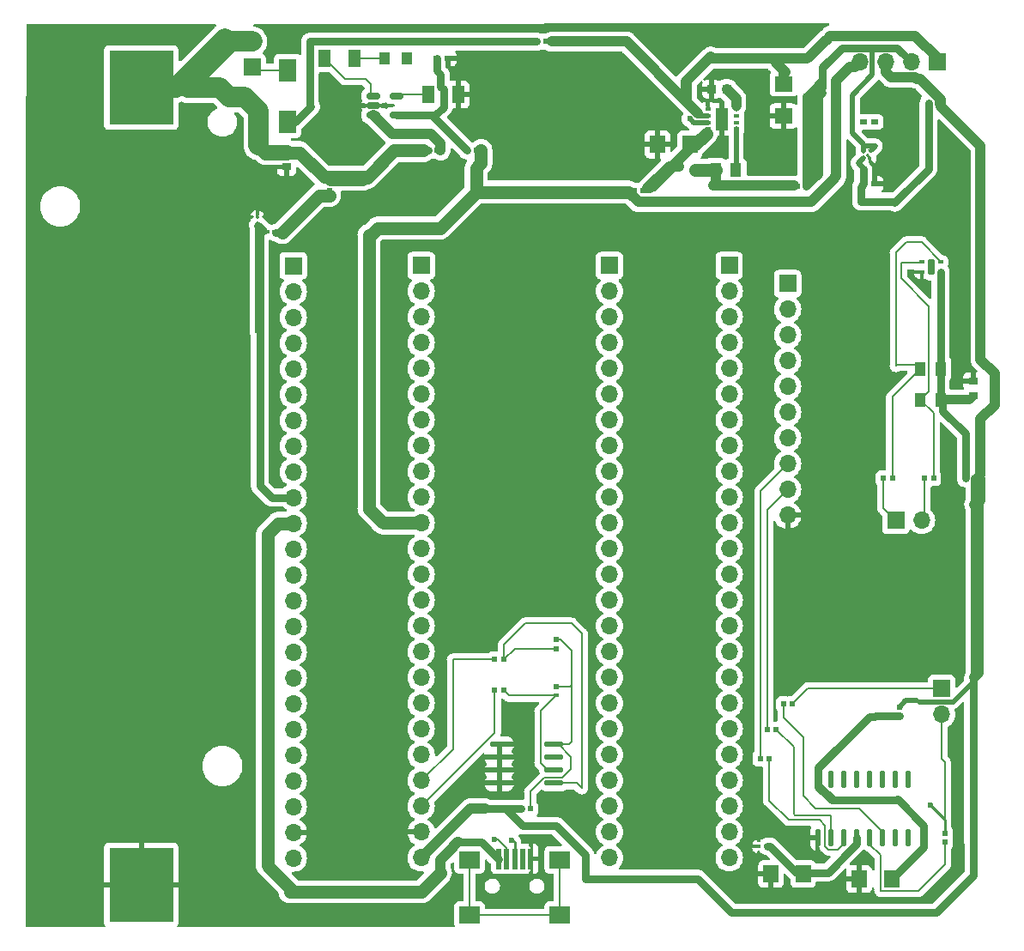
<source format=gbr>
%TF.GenerationSoftware,KiCad,Pcbnew,7.0.1-0*%
%TF.CreationDate,2023-04-13T21:56:55+02:00*%
%TF.ProjectId,Main,4d61696e-2e6b-4696-9361-645f70636258,V01*%
%TF.SameCoordinates,Original*%
%TF.FileFunction,Copper,L1,Top*%
%TF.FilePolarity,Positive*%
%FSLAX46Y46*%
G04 Gerber Fmt 4.6, Leading zero omitted, Abs format (unit mm)*
G04 Created by KiCad (PCBNEW 7.0.1-0) date 2023-04-13 21:56:55*
%MOMM*%
%LPD*%
G01*
G04 APERTURE LIST*
G04 Aperture macros list*
%AMRoundRect*
0 Rectangle with rounded corners*
0 $1 Rounding radius*
0 $2 $3 $4 $5 $6 $7 $8 $9 X,Y pos of 4 corners*
0 Add a 4 corners polygon primitive as box body*
4,1,4,$2,$3,$4,$5,$6,$7,$8,$9,$2,$3,0*
0 Add four circle primitives for the rounded corners*
1,1,$1+$1,$2,$3*
1,1,$1+$1,$4,$5*
1,1,$1+$1,$6,$7*
1,1,$1+$1,$8,$9*
0 Add four rect primitives between the rounded corners*
20,1,$1+$1,$2,$3,$4,$5,0*
20,1,$1+$1,$4,$5,$6,$7,0*
20,1,$1+$1,$6,$7,$8,$9,0*
20,1,$1+$1,$8,$9,$2,$3,0*%
%AMRotRect*
0 Rectangle, with rotation*
0 The origin of the aperture is its center*
0 $1 length*
0 $2 width*
0 $3 Rotation angle, in degrees counterclockwise*
0 Add horizontal line*
21,1,$1,$2,0,0,$3*%
%AMFreePoly0*
4,1,5,0.149936,-0.099873,0.149936,-0.200000,-0.150089,-0.200000,-0.150089,0.200127,0.149936,-0.099873,0.149936,-0.099873,$1*%
%AMFreePoly1*
4,1,6,0.149835,-0.200000,-0.150191,-0.200000,-0.150191,-0.099873,0.099822,0.150140,0.149835,0.150140,0.149835,-0.200000,0.149835,-0.200000,$1*%
%AMFreePoly2*
4,1,6,0.149835,-0.149886,0.099822,-0.149886,-0.150191,0.100127,-0.150191,0.200000,0.149835,0.200000,0.149835,-0.149886,0.149835,-0.149886,$1*%
%AMFreePoly3*
4,1,6,0.149936,0.100127,-0.100076,-0.149886,-0.150089,-0.149886,-0.150089,0.200000,0.149936,0.200000,0.149936,0.100127,0.149936,0.100127,$1*%
G04 Aperture macros list end*
%TA.AperFunction,SMDPad,CuDef*%
%ADD10R,1.727991X1.485014*%
%TD*%
%TA.AperFunction,SMDPad,CuDef*%
%ADD11RoundRect,0.150000X-0.512500X-0.150000X0.512500X-0.150000X0.512500X0.150000X-0.512500X0.150000X0*%
%TD*%
%TA.AperFunction,SMDPad,CuDef*%
%ADD12R,0.500000X0.540005*%
%TD*%
%TA.AperFunction,SMDPad,CuDef*%
%ADD13R,0.565659X0.540005*%
%TD*%
%TA.AperFunction,SMDPad,CuDef*%
%ADD14R,0.806477X0.864008*%
%TD*%
%TA.AperFunction,SMDPad,CuDef*%
%ADD15R,0.900000X0.800000*%
%TD*%
%TA.AperFunction,SMDPad,CuDef*%
%ADD16R,0.540005X0.565659*%
%TD*%
%TA.AperFunction,SMDPad,CuDef*%
%ADD17R,0.540005X0.450000*%
%TD*%
%TA.AperFunction,SMDPad,CuDef*%
%ADD18R,0.540005X0.500000*%
%TD*%
%TA.AperFunction,SMDPad,CuDef*%
%ADD19R,0.790094X0.540005*%
%TD*%
%TA.AperFunction,ComponentPad*%
%ADD20R,1.700000X1.700000*%
%TD*%
%TA.AperFunction,ComponentPad*%
%ADD21O,1.700000X1.700000*%
%TD*%
%TA.AperFunction,SMDPad,CuDef*%
%ADD22R,0.700940X0.540005*%
%TD*%
%TA.AperFunction,SMDPad,CuDef*%
%ADD23R,0.600000X0.350013*%
%TD*%
%TA.AperFunction,SMDPad,CuDef*%
%ADD24R,1.300000X2.200050*%
%TD*%
%TA.AperFunction,SMDPad,CuDef*%
%ADD25R,0.500000X0.500000*%
%TD*%
%TA.AperFunction,SMDPad,CuDef*%
%ADD26RoundRect,0.082500X0.082500X0.117500X-0.082500X0.117500X-0.082500X-0.117500X0.082500X-0.117500X0*%
%TD*%
%TA.AperFunction,SMDPad,CuDef*%
%ADD27RoundRect,0.075000X0.075000X0.125000X-0.075000X0.125000X-0.075000X-0.125000X0.075000X-0.125000X0*%
%TD*%
%TA.AperFunction,SMDPad,CuDef*%
%ADD28R,1.207518X1.701016*%
%TD*%
%TA.AperFunction,SMDPad,CuDef*%
%ADD29O,0.559995X1.745009*%
%TD*%
%TA.AperFunction,SMDPad,CuDef*%
%ADD30R,1.485014X1.727991*%
%TD*%
%TA.AperFunction,SMDPad,CuDef*%
%ADD31R,1.000000X1.250013*%
%TD*%
%TA.AperFunction,SMDPad,CuDef*%
%ADD32R,6.350000X7.340000*%
%TD*%
%TA.AperFunction,SMDPad,CuDef*%
%ADD33R,1.132537X1.377013*%
%TD*%
%TA.AperFunction,SMDPad,CuDef*%
%ADD34RoundRect,0.087500X0.187500X0.087500X-0.187500X0.087500X-0.187500X-0.087500X0.187500X-0.087500X0*%
%TD*%
%TA.AperFunction,SMDPad,CuDef*%
%ADD35RoundRect,0.150000X0.150000X0.650000X-0.150000X0.650000X-0.150000X-0.650000X0.150000X-0.650000X0*%
%TD*%
%TA.AperFunction,SMDPad,CuDef*%
%ADD36RoundRect,0.082500X0.082500X-0.082500X0.082500X0.082500X-0.082500X0.082500X-0.082500X-0.082500X0*%
%TD*%
%TA.AperFunction,SMDPad,CuDef*%
%ADD37R,0.500000X2.000000*%
%TD*%
%TA.AperFunction,SMDPad,CuDef*%
%ADD38R,2.000000X1.700000*%
%TD*%
%TA.AperFunction,SMDPad,CuDef*%
%ADD39O,1.950216X0.568402*%
%TD*%
%TA.AperFunction,SMDPad,CuDef*%
%ADD40FreePoly0,180.000000*%
%TD*%
%TA.AperFunction,SMDPad,CuDef*%
%ADD41FreePoly1,270.000000*%
%TD*%
%TA.AperFunction,SMDPad,CuDef*%
%ADD42FreePoly2,0.000000*%
%TD*%
%TA.AperFunction,SMDPad,CuDef*%
%ADD43FreePoly3,90.000000*%
%TD*%
%TA.AperFunction,SMDPad,CuDef*%
%ADD44RotRect,0.100000X0.100000X45.000000*%
%TD*%
%TA.AperFunction,SMDPad,CuDef*%
%ADD45R,1.700000X2.200000*%
%TD*%
%TA.AperFunction,ViaPad*%
%ADD46C,0.600000*%
%TD*%
%TA.AperFunction,Conductor*%
%ADD47C,1.500000*%
%TD*%
%TA.AperFunction,Conductor*%
%ADD48C,1.250000*%
%TD*%
%TA.AperFunction,Conductor*%
%ADD49C,2.000000*%
%TD*%
%TA.AperFunction,Conductor*%
%ADD50C,0.750000*%
%TD*%
%TA.AperFunction,Conductor*%
%ADD51C,0.250000*%
%TD*%
%TA.AperFunction,Conductor*%
%ADD52C,0.200000*%
%TD*%
%TA.AperFunction,Conductor*%
%ADD53C,1.000000*%
%TD*%
%TA.AperFunction,Conductor*%
%ADD54C,0.500000*%
%TD*%
G04 APERTURE END LIST*
D10*
%TO.P,C3,1*%
%TO.N,/Power Module/Battery Input Polarity Protection*%
X168750000Y-51400000D03*
%TO.P,C3,2*%
%TO.N,GND*%
X168750000Y-54585166D03*
%TD*%
D11*
%TO.P,U4,1,~{CHRG}*%
%TO.N,Net-(U4-~{CHRG})*%
X128281000Y-52616817D03*
%TO.P,U4,2,GND*%
%TO.N,GND*%
X128281000Y-53566817D03*
%TO.P,U4,3,BAT*%
%TO.N,Net-(U4-BAT)*%
X128281000Y-54516817D03*
%TO.P,U4,4,V_{CC}*%
%TO.N,Net-(#FLG06-pwr)*%
X130556000Y-54516817D03*
%TO.P,U4,5,PROG*%
%TO.N,Net-(U4-PROG)*%
X130556000Y-52616817D03*
%TD*%
D12*
%TO.P,R9,1*%
%TO.N,Net-(U1-TXD)*%
X168042817Y-115089000D03*
D13*
%TO.P,R9,2*%
%TO.N,/Interfacing/USART_RX*%
X167177183Y-115089000D03*
%TD*%
D14*
%TO.P,R4,1*%
%TO.N,Net-(U6-ILIM)*%
X163150000Y-51950000D03*
%TO.P,R4,2*%
%TO.N,GND*%
X161643268Y-51950000D03*
%TD*%
D15*
%TO.P,C1,1*%
%TO.N,Battery*%
X119750000Y-58180810D03*
%TO.P,C1,2*%
%TO.N,GND*%
X119750000Y-59580860D03*
%TD*%
D16*
%TO.P,R19,1*%
%TO.N,Net-(#FLG04-pwr)*%
X146304000Y-110894366D03*
D17*
%TO.P,R19,2*%
%TO.N,Net-(U7-SCL)*%
X146304000Y-111760000D03*
%TD*%
D16*
%TO.P,R23,1*%
%TO.N,Net-(U1-D+)*%
X184696000Y-126198634D03*
D18*
%TO.P,R23,2*%
%TO.N,/Interfacing/USB D+*%
X184696000Y-125333000D03*
%TD*%
D19*
%TO.P,C2,1*%
%TO.N,GND*%
X135636000Y-48928817D03*
%TO.P,C2,2*%
%TO.N,Net-(#FLG06-pwr)*%
X134545830Y-48928817D03*
%TD*%
D13*
%TO.P,R13,1*%
%TO.N,/DigitalSensorSCL*%
X178625183Y-90336000D03*
D12*
%TO.P,R13,2*%
%TO.N,Net-(U3-SCL)*%
X179490817Y-90336000D03*
%TD*%
D20*
%TO.P,J13,1,Pin_1*%
%TO.N,/Interfacing/USB D-*%
X184350000Y-111075000D03*
D21*
%TO.P,J13,2,Pin_2*%
%TO.N,/Interfacing/USB D+*%
X184350000Y-113615000D03*
%TD*%
D19*
%TO.P,C10,1*%
%TO.N,Net-(U5-EN)*%
X177722000Y-55170000D03*
D22*
%TO.P,C10,2*%
%TO.N,Net-(U5-VIN)*%
X176631830Y-55170000D03*
%TD*%
D23*
%TO.P,U6,1,STAT*%
%TO.N,Net-(U6-STAT)*%
X164084000Y-55880000D03*
%TO.P,U6,2,D0*%
%TO.N,unconnected-(U6-D0-Pad2)*%
X164084254Y-55220107D03*
%TO.P,U6,3,D1*%
%TO.N,unconnected-(U6-D1-Pad3)*%
X164084254Y-54560213D03*
%TO.P,U6,4,ILIM*%
%TO.N,Net-(U6-ILIM)*%
X164084254Y-53900066D03*
%TO.P,U6,5,GND*%
%TO.N,GND*%
X161284152Y-53900066D03*
%TO.P,U6,6,IN2*%
%TO.N,/Power Module/Battery Input Polarity Protection*%
X161284152Y-54560213D03*
%TO.P,U6,7,OUT*%
%TO.N,Net-(U6-OUT)*%
X161284152Y-55220107D03*
%TO.P,U6,8,IN1*%
%TO.N,Net-(#FLG01-pwr)*%
X161284152Y-55880000D03*
D24*
%TO.P,U6,9,GND*%
%TO.N,GND*%
X162684203Y-54890160D03*
%TD*%
D13*
%TO.P,R14,1*%
%TO.N,/DigitalSensorSDA*%
X182689183Y-90336000D03*
D12*
%TO.P,R14,2*%
%TO.N,Net-(U3-SDA)*%
X183554817Y-90336000D03*
%TD*%
D25*
%TO.P,R28,1*%
%TO.N,/Regulated 3v3*%
X183925634Y-53296000D03*
D13*
%TO.P,R28,2*%
%TO.N,Net-(U5-VOUT)*%
X183060000Y-53296000D03*
%TD*%
D22*
%TO.P,C11,1*%
%TO.N,Net-(U5-VOUT)*%
X176631830Y-61266000D03*
D19*
%TO.P,C11,2*%
%TO.N,GND*%
X177722000Y-61266000D03*
%TD*%
D12*
%TO.P,R24,1*%
%TO.N,Net-(U1-D-)*%
X168752366Y-112599000D03*
%TO.P,R24,2*%
%TO.N,/Interfacing/USB D-*%
X169618000Y-112599000D03*
%TD*%
D13*
%TO.P,R10,1*%
%TO.N,Net-(#FLG06-pwr)*%
X137567183Y-58000000D03*
D25*
%TO.P,R10,2*%
%TO.N,/USB 5V*%
X138432817Y-58000000D03*
%TD*%
D26*
%TO.P,C8,1*%
%TO.N,Net-(U1-V3)*%
X166966000Y-126633000D03*
D27*
%TO.P,C8,2*%
%TO.N,GND*%
X166326000Y-126633000D03*
%TD*%
D18*
%TO.P,R20,1*%
%TO.N,Net-(#FLG04-pwr)*%
X146304000Y-106247183D03*
D16*
%TO.P,R20,2*%
%TO.N,Net-(U7-SDA)*%
X146304000Y-107112817D03*
%TD*%
D15*
%TO.P,C7,1*%
%TO.N,Net-(#FLG07-pwr)*%
X187452000Y-82172050D03*
%TO.P,C7,2*%
%TO.N,GND*%
X187452000Y-80772000D03*
%TD*%
D28*
%TO.P,Rprog1,1*%
%TO.N,Net-(U4-PROG)*%
X133694418Y-52484817D03*
%TO.P,Rprog1,2*%
%TO.N,GND*%
X136652000Y-52484817D03*
%TD*%
D21*
%TO.P,J3-Left1,24,Pin_24*%
%TO.N,/Regulated 3v3*%
X120400000Y-127780000D03*
%TO.P,J3-Left1,23,Pin_23*%
%TO.N,GND*%
X120400000Y-125240000D03*
%TO.P,J3-Left1,22,Pin_22*%
%TO.N,/Interfacing/EEPROMSDA*%
X120400000Y-122700000D03*
%TO.P,J3-Left1,21,Pin_21*%
%TO.N,/Interfacing/EEPROMSCL*%
X120400000Y-120160000D03*
%TO.P,J3-Left1,20,Pin_20*%
%TO.N,Net-(J3-Left1-Pin_20)*%
X120400000Y-117620000D03*
%TO.P,J3-Left1,19,Pin_19*%
%TO.N,Net-(J3-Left1-Pin_19)*%
X120400000Y-115080000D03*
%TO.P,J3-Left1,18,Pin_18*%
%TO.N,Net-(J3-Left1-Pin_18)*%
X120400000Y-112540000D03*
%TO.P,J3-Left1,17,Pin_17*%
%TO.N,Net-(J3-Left1-Pin_17)*%
X120400000Y-110000000D03*
%TO.P,J3-Left1,16,Pin_16*%
%TO.N,Net-(J3-Left1-Pin_16)*%
X120400000Y-107460000D03*
%TO.P,J3-Left1,15,Pin_15*%
%TO.N,Net-(J3-Left1-Pin_15)*%
X120400000Y-104920000D03*
%TO.P,J3-Left1,14,Pin_14*%
%TO.N,Net-(J3-Left1-Pin_14)*%
X120400000Y-102380000D03*
%TO.P,J3-Left1,13,Pin_13*%
%TO.N,Net-(J3-Left1-Pin_13)*%
X120400000Y-99840000D03*
%TO.P,J3-Left1,12,Pin_12*%
%TO.N,Net-(J3-Left1-Pin_12)*%
X120400000Y-97300000D03*
%TO.P,J3-Left1,11,Pin_11*%
%TO.N,/USB 5V*%
X120400000Y-94760000D03*
%TO.P,J3-Left1,10,Pin_10*%
%TO.N,/BatterySense*%
X120400000Y-92220000D03*
%TO.P,J3-Left1,9,Pin_9*%
%TO.N,Net-(J3-Left1-Pin_9)*%
X120400000Y-89680000D03*
%TO.P,J3-Left1,8,Pin_8*%
%TO.N,Net-(J3-Left1-Pin_8)*%
X120400000Y-87140000D03*
%TO.P,J3-Left1,7,Pin_7*%
%TO.N,Net-(J3-Left1-Pin_7)*%
X120400000Y-84600000D03*
%TO.P,J3-Left1,6,Pin_6*%
%TO.N,/DigitalSensorSCL*%
X120400000Y-82060000D03*
%TO.P,J3-Left1,5,Pin_5*%
%TO.N,/DigitalSensorSDA*%
X120400000Y-79520000D03*
%TO.P,J3-Left1,4,Pin_4*%
%TO.N,Net-(J3-Left1-Pin_4)*%
X120400000Y-76980000D03*
%TO.P,J3-Left1,3,Pin_3*%
%TO.N,Net-(J3-Left1-Pin_3)*%
X120400000Y-74440000D03*
%TO.P,J3-Left1,2,Pin_2*%
%TO.N,Net-(J3-Left1-Pin_2)*%
X120400000Y-71900000D03*
D20*
%TO.P,J3-Left1,1,Pin_1*%
%TO.N,Net-(J3-Left1-Pin_1)*%
X120400000Y-69360000D03*
%TD*%
D29*
%TO.P,U1,1,GND*%
%TO.N,GND*%
X172190991Y-125758492D03*
%TO.P,U1,2,TXD*%
%TO.N,Net-(U1-TXD)*%
X173460994Y-125758492D03*
%TO.P,U1,3,RXD*%
%TO.N,Net-(U1-RXD)*%
X174730996Y-125758492D03*
%TO.P,U1,4,V3*%
%TO.N,Net-(U1-V3)*%
X176000999Y-125758492D03*
%TO.P,U1,5,D+*%
%TO.N,Net-(U1-D+)*%
X177271001Y-125758492D03*
%TO.P,U1,6,D-*%
%TO.N,Net-(U1-D-)*%
X178541004Y-125758492D03*
%TO.P,U1,7,NC.*%
%TO.N,unconnected-(U1-NC.-Pad7)*%
X179811006Y-125758492D03*
%TO.P,U1,8,NC.*%
%TO.N,unconnected-(U1-NC.-Pad8)*%
X181081009Y-125758492D03*
%TO.P,U1,9,CTS#*%
%TO.N,unconnected-(U1-CTS#-Pad9)*%
X181081009Y-120013508D03*
%TO.P,U1,10,DSR#*%
%TO.N,unconnected-(U1-DSR#-Pad10)*%
X179811006Y-120013508D03*
%TO.P,U1,11,RI#*%
%TO.N,unconnected-(U1-RI#-Pad11)*%
X178541004Y-120013508D03*
%TO.P,U1,12,DCD#*%
%TO.N,unconnected-(U1-DCD#-Pad12)*%
X177271001Y-120013508D03*
%TO.P,U1,13,DTR#*%
%TO.N,unconnected-(U1-DTR#-Pad13)*%
X176000999Y-120013508D03*
%TO.P,U1,14,RTS#*%
%TO.N,unconnected-(U1-RTS#-Pad14)*%
X174730996Y-120013508D03*
%TO.P,U1,15,R232*%
%TO.N,unconnected-(U1-R232-Pad15)*%
X173460994Y-120013508D03*
%TO.P,U1,16,VCC*%
%TO.N,Net-(U1-VCC)*%
X172190991Y-120013508D03*
%TD*%
D12*
%TO.P,R22,1*%
%TO.N,Net-(U1-RXD)*%
X167346000Y-117983000D03*
D13*
%TO.P,R22,2*%
%TO.N,/Interfacing/USART_TX*%
X166480366Y-117983000D03*
%TD*%
D30*
%TO.P,C6,1*%
%TO.N,Net-(U1-VCC)*%
X179407166Y-129871000D03*
%TO.P,C6,2*%
%TO.N,GND*%
X176222000Y-129871000D03*
%TD*%
%TO.P,C4,1*%
%TO.N,GND*%
X156326834Y-57404000D03*
%TO.P,C4,2*%
%TO.N,Net-(#FLG01-pwr)*%
X159512000Y-57404000D03*
%TD*%
D25*
%TO.P,R7,1*%
%TO.N,Net-(#FLG01-pwr)*%
X154900000Y-61936000D03*
D13*
%TO.P,R7,2*%
%TO.N,/USB 5V*%
X154034366Y-61936000D03*
%TD*%
D31*
%TO.P,StatusLED,1,K*%
%TO.N,Net-(ChargingStatusLED1-K)*%
X129371848Y-48928817D03*
%TO.P,StatusLED,2,A*%
%TO.N,Net-(ChargingStatusLED1-A)*%
X131572000Y-48928817D03*
%TD*%
D32*
%TO.P,BT1,1,+*%
%TO.N,Battery*%
X105410000Y-51780000D03*
%TO.P,BT1,2,-*%
%TO.N,GND*%
X105410000Y-130440000D03*
%TD*%
D33*
%TO.P,R12,1*%
%TO.N,Net-(#FLG07-pwr)*%
X184240000Y-79536000D03*
%TO.P,R12,2*%
%TO.N,Net-(U3-SCL)*%
X182240000Y-79536000D03*
%TD*%
%TO.P,R11,1*%
%TO.N,Net-(#FLG07-pwr)*%
X184240000Y-82584000D03*
%TO.P,R11,2*%
%TO.N,Net-(U3-SDA)*%
X182240000Y-82584000D03*
%TD*%
D20*
%TO.P,J6-Right1,1,Pin_1*%
%TO.N,Net-(J5-Right1-Pin_1)*%
X163400000Y-69340000D03*
D21*
%TO.P,J6-Right1,2,Pin_2*%
%TO.N,Net-(J5-Right1-Pin_2)*%
X163400000Y-71880000D03*
%TO.P,J6-Right1,3,Pin_3*%
%TO.N,Net-(J5-Right1-Pin_3)*%
X163400000Y-74420000D03*
%TO.P,J6-Right1,4,Pin_4*%
%TO.N,Net-(J5-Right1-Pin_4)*%
X163400000Y-76960000D03*
%TO.P,J6-Right1,5,Pin_5*%
%TO.N,Net-(J5-Right1-Pin_5)*%
X163400000Y-79500000D03*
%TO.P,J6-Right1,6,Pin_6*%
%TO.N,/Interfacing/USART_TX*%
X163400000Y-82040000D03*
%TO.P,J6-Right1,7,Pin_7*%
%TO.N,/Interfacing/USART_RX*%
X163400000Y-84580000D03*
%TO.P,J6-Right1,8,Pin_8*%
%TO.N,Net-(J5-Right1-Pin_8)*%
X163400000Y-87120000D03*
%TO.P,J6-Right1,9,Pin_9*%
%TO.N,Net-(J5-Right1-Pin_9)*%
X163400000Y-89660000D03*
%TO.P,J6-Right1,10,Pin_10*%
%TO.N,Net-(J5-Right1-Pin_10)*%
X163400000Y-92200000D03*
%TO.P,J6-Right1,11,Pin_11*%
%TO.N,Net-(J5-Right1-Pin_11)*%
X163400000Y-94740000D03*
%TO.P,J6-Right1,12,Pin_12*%
%TO.N,Net-(J5-Right1-Pin_12)*%
X163400000Y-97280000D03*
%TO.P,J6-Right1,13,Pin_13*%
%TO.N,Net-(J5-Right1-Pin_13)*%
X163400000Y-99820000D03*
%TO.P,J6-Right1,14,Pin_14*%
%TO.N,Net-(J5-Right1-Pin_14)*%
X163400000Y-102360000D03*
%TO.P,J6-Right1,15,Pin_15*%
%TO.N,Net-(J5-Right1-Pin_15)*%
X163400000Y-104900000D03*
%TO.P,J6-Right1,16,Pin_16*%
%TO.N,Net-(J5-Right1-Pin_16)*%
X163400000Y-107440000D03*
%TO.P,J6-Right1,17,Pin_17*%
%TO.N,Net-(J5-Right1-Pin_17)*%
X163400000Y-109980000D03*
%TO.P,J6-Right1,18,Pin_18*%
%TO.N,Net-(J5-Right1-Pin_18)*%
X163400000Y-112520000D03*
%TO.P,J6-Right1,19,Pin_19*%
%TO.N,Net-(J5-Right1-Pin_19)*%
X163400000Y-115060000D03*
%TO.P,J6-Right1,20,Pin_20*%
%TO.N,Net-(J5-Right1-Pin_20)*%
X163400000Y-117600000D03*
%TO.P,J6-Right1,21,Pin_21*%
%TO.N,Net-(J5-Right1-Pin_21)*%
X163400000Y-120140000D03*
%TO.P,J6-Right1,22,Pin_22*%
%TO.N,Net-(J5-Right1-Pin_22)*%
X163400000Y-122680000D03*
%TO.P,J6-Right1,23,Pin_23*%
%TO.N,Net-(J5-Right1-Pin_23)*%
X163400000Y-125220000D03*
%TO.P,J6-Right1,24,Pin_24*%
%TO.N,Net-(J5-Right1-Pin_24)*%
X163400000Y-127760000D03*
%TD*%
D16*
%TO.P,R27,1*%
%TO.N,Net-(R27-Pad1)*%
X123950000Y-61965634D03*
D18*
%TO.P,R27,2*%
%TO.N,Battery*%
X123950000Y-61100000D03*
%TD*%
D21*
%TO.P,J2,2,Pin_2*%
%TO.N,Battery*%
X116332000Y-47244000D03*
D20*
%TO.P,J2,1,Pin_1*%
%TO.N,Net-(D1-A)*%
X116332000Y-49784000D03*
%TD*%
%TO.P,J8,1,Pin_1*%
%TO.N,/Power Module/Battery Input Polarity Protection*%
X183896000Y-49276000D03*
D21*
%TO.P,J8,2,Pin_2*%
%TO.N,/Power Module/Switched Power*%
X181356000Y-49276000D03*
%TO.P,J8,3,Pin_3*%
%TO.N,/Regulated 3v3*%
X178816000Y-49276000D03*
%TO.P,J8,4,Pin_4*%
%TO.N,/USB 5V*%
X176276000Y-49276000D03*
%TD*%
D20*
%TO.P,J9,1,Pin_1*%
%TO.N,/DigitalSensorSCL*%
X179832000Y-94488000D03*
D21*
%TO.P,J9,2,Pin_2*%
%TO.N,/DigitalSensorSDA*%
X182372000Y-94488000D03*
%TD*%
D13*
%TO.P,R18,1*%
%TO.N,/Interfacing/EEPROMSCL*%
X140283183Y-108204000D03*
D12*
%TO.P,R18,2*%
%TO.N,Net-(U7-SDA)*%
X141148817Y-108204000D03*
%TD*%
D34*
%TO.P,U3,1,VDD*%
%TO.N,Net-(#FLG07-pwr)*%
X184276000Y-70000000D03*
%TO.P,U3,2,SCL*%
%TO.N,Net-(U3-SCL)*%
X184276000Y-69000000D03*
%TO.P,U3,3,SDA*%
%TO.N,Net-(U3-SDA)*%
X182426000Y-69000000D03*
%TO.P,U3,4,VSS*%
%TO.N,GND*%
X182426000Y-70000000D03*
D35*
%TO.P,U3,5,NC*%
%TO.N,unconnected-(U3-NC-Pad5)*%
X183351000Y-69500000D03*
%TD*%
D36*
%TO.P,R2,1*%
%TO.N,/BatterySense*%
X116840000Y-65181000D03*
%TO.P,R2,2*%
%TO.N,GND*%
X116840000Y-64541000D03*
%TD*%
D13*
%TO.P,R8,1*%
%TO.N,Net-(U6-OUT)*%
X170134366Y-61550000D03*
D25*
%TO.P,R8,2*%
%TO.N,/Power Module/Switched Power*%
X171000000Y-61550000D03*
%TD*%
D20*
%TO.P,J4-Left1,1,Pin_1*%
%TO.N,Net-(J3-Left1-Pin_1)*%
X133020000Y-69340000D03*
D21*
%TO.P,J4-Left1,2,Pin_2*%
%TO.N,Net-(J3-Left1-Pin_2)*%
X133020000Y-71880000D03*
%TO.P,J4-Left1,3,Pin_3*%
%TO.N,Net-(J3-Left1-Pin_3)*%
X133020000Y-74420000D03*
%TO.P,J4-Left1,4,Pin_4*%
%TO.N,Net-(J3-Left1-Pin_4)*%
X133020000Y-76960000D03*
%TO.P,J4-Left1,5,Pin_5*%
%TO.N,/DigitalSensorSDA*%
X133020000Y-79500000D03*
%TO.P,J4-Left1,6,Pin_6*%
%TO.N,/DigitalSensorSCL*%
X133020000Y-82040000D03*
%TO.P,J4-Left1,7,Pin_7*%
%TO.N,Net-(J3-Left1-Pin_7)*%
X133020000Y-84580000D03*
%TO.P,J4-Left1,8,Pin_8*%
%TO.N,Net-(J3-Left1-Pin_8)*%
X133020000Y-87120000D03*
%TO.P,J4-Left1,9,Pin_9*%
%TO.N,Net-(J3-Left1-Pin_9)*%
X133020000Y-89660000D03*
%TO.P,J4-Left1,10,Pin_10*%
%TO.N,/BatterySense*%
X133020000Y-92200000D03*
%TO.P,J4-Left1,11,Pin_11*%
%TO.N,/USB 5V*%
X133020000Y-94740000D03*
%TO.P,J4-Left1,12,Pin_12*%
%TO.N,Net-(J3-Left1-Pin_12)*%
X133020000Y-97280000D03*
%TO.P,J4-Left1,13,Pin_13*%
%TO.N,Net-(J3-Left1-Pin_13)*%
X133020000Y-99820000D03*
%TO.P,J4-Left1,14,Pin_14*%
%TO.N,Net-(J3-Left1-Pin_14)*%
X133020000Y-102360000D03*
%TO.P,J4-Left1,15,Pin_15*%
%TO.N,Net-(J3-Left1-Pin_15)*%
X133020000Y-104900000D03*
%TO.P,J4-Left1,16,Pin_16*%
%TO.N,Net-(J3-Left1-Pin_16)*%
X133020000Y-107440000D03*
%TO.P,J4-Left1,17,Pin_17*%
%TO.N,Net-(J3-Left1-Pin_17)*%
X133020000Y-109980000D03*
%TO.P,J4-Left1,18,Pin_18*%
%TO.N,Net-(J3-Left1-Pin_18)*%
X133020000Y-112520000D03*
%TO.P,J4-Left1,19,Pin_19*%
%TO.N,Net-(J3-Left1-Pin_19)*%
X133020000Y-115060000D03*
%TO.P,J4-Left1,20,Pin_20*%
%TO.N,Net-(J3-Left1-Pin_20)*%
X133020000Y-117600000D03*
%TO.P,J4-Left1,21,Pin_21*%
%TO.N,/Interfacing/EEPROMSCL*%
X133020000Y-120140000D03*
%TO.P,J4-Left1,22,Pin_22*%
%TO.N,/Interfacing/EEPROMSDA*%
X133020000Y-122680000D03*
%TO.P,J4-Left1,23,Pin_23*%
%TO.N,GND*%
X133020000Y-125220000D03*
%TO.P,J4-Left1,24,Pin_24*%
%TO.N,/Regulated 3v3*%
X133020000Y-127760000D03*
%TD*%
D13*
%TO.P,R15,1*%
%TO.N,Net-(#FLG07-pwr)*%
X186728183Y-90336000D03*
D12*
%TO.P,R15,2*%
%TO.N,/Regulated 3v3*%
X187593817Y-90336000D03*
%TD*%
D18*
%TO.P,R25,1*%
%TO.N,/Regulated 3v3*%
X180196000Y-112883000D03*
D16*
%TO.P,R25,2*%
%TO.N,Net-(U1-VCC)*%
X180196000Y-113748634D03*
%TD*%
D13*
%TO.P,R6,1*%
%TO.N,Net-(D1-K)*%
X144422366Y-47244000D03*
D12*
%TO.P,R6,2*%
%TO.N,/Power Module/Battery Input Polarity Protection*%
X145288000Y-47244000D03*
%TD*%
%TO.P,R21,1*%
%TO.N,/Regulated 3v3*%
X142898366Y-122936000D03*
D13*
%TO.P,R21,2*%
%TO.N,Net-(#FLG04-pwr)*%
X143764000Y-122936000D03*
%TD*%
D27*
%TO.P,R3,1*%
%TO.N,Net-(R27-Pad1)*%
X118496000Y-66040000D03*
%TO.P,R3,2*%
%TO.N,/BatterySense*%
X117856000Y-66040000D03*
%TD*%
D13*
%TO.P,R17,1*%
%TO.N,/Interfacing/EEPROMSDA*%
X140283183Y-111252000D03*
D12*
%TO.P,R17,2*%
%TO.N,Net-(U7-SCL)*%
X141148817Y-111252000D03*
%TD*%
D30*
%TO.P,C5,1*%
%TO.N,Net-(U1-V3)*%
X170702583Y-129363000D03*
%TO.P,C5,2*%
%TO.N,GND*%
X167517417Y-129363000D03*
%TD*%
D37*
%TO.P,J1,1,VBUS*%
%TO.N,/USB 5V*%
X140640000Y-127856000D03*
%TO.P,J1,2,D-*%
%TO.N,/Interfacing/USB D-*%
X141440000Y-127856000D03*
%TO.P,J1,3,D+*%
%TO.N,/Interfacing/USB D+*%
X142240000Y-127856000D03*
%TO.P,J1,4,ID*%
%TO.N,unconnected-(J1-ID-Pad4)*%
X143040000Y-127856000D03*
%TO.P,J1,5,GND*%
%TO.N,GND*%
X143840000Y-127856000D03*
D38*
%TO.P,J1,6,Shield*%
%TO.N,unconnected-(J1-Shield-Pad6)*%
X137790000Y-127956000D03*
X137790000Y-133406000D03*
X146690000Y-127956000D03*
X146690000Y-133406000D03*
%TD*%
D20*
%TO.P,J7,1,Pin_1*%
%TO.N,/Regulated 3v3*%
X169164000Y-71120000D03*
D21*
%TO.P,J7,2,Pin_2*%
%TO.N,/BatterySense*%
X169164000Y-73660000D03*
%TO.P,J7,3,Pin_3*%
%TO.N,/DigitalSensorSDA*%
X169164000Y-76200000D03*
%TO.P,J7,4,Pin_4*%
%TO.N,/DigitalSensorSCL*%
X169164000Y-78740000D03*
%TO.P,J7,5,Pin_5*%
%TO.N,unconnected-(J7-Pin_5-Pad5)*%
X169164000Y-81280000D03*
%TO.P,J7,6,Pin_6*%
%TO.N,unconnected-(J7-Pin_6-Pad6)*%
X169164000Y-83820000D03*
%TO.P,J7,7,Pin_7*%
%TO.N,/USB 5V*%
X169164000Y-86360000D03*
%TO.P,J7,8,Pin_8*%
%TO.N,/Interfacing/USART_TX*%
X169164000Y-88900000D03*
%TO.P,J7,9,Pin_9*%
%TO.N,/Interfacing/USART_RX*%
X169164000Y-91440000D03*
%TO.P,J7,10,Pin_10*%
%TO.N,GND*%
X169164000Y-93980000D03*
%TD*%
D20*
%TO.P,J5-Right1,1,Pin_1*%
%TO.N,Net-(J5-Right1-Pin_1)*%
X151600000Y-69340000D03*
D21*
%TO.P,J5-Right1,2,Pin_2*%
%TO.N,Net-(J5-Right1-Pin_2)*%
X151600000Y-71880000D03*
%TO.P,J5-Right1,3,Pin_3*%
%TO.N,Net-(J5-Right1-Pin_3)*%
X151600000Y-74420000D03*
%TO.P,J5-Right1,4,Pin_4*%
%TO.N,Net-(J5-Right1-Pin_4)*%
X151600000Y-76960000D03*
%TO.P,J5-Right1,5,Pin_5*%
%TO.N,Net-(J5-Right1-Pin_5)*%
X151600000Y-79500000D03*
%TO.P,J5-Right1,6,Pin_6*%
%TO.N,/Interfacing/USART_TX*%
X151600000Y-82040000D03*
%TO.P,J5-Right1,7,Pin_7*%
%TO.N,/Interfacing/USART_RX*%
X151600000Y-84580000D03*
%TO.P,J5-Right1,8,Pin_8*%
%TO.N,Net-(J5-Right1-Pin_8)*%
X151600000Y-87120000D03*
%TO.P,J5-Right1,9,Pin_9*%
%TO.N,Net-(J5-Right1-Pin_9)*%
X151600000Y-89660000D03*
%TO.P,J5-Right1,10,Pin_10*%
%TO.N,Net-(J5-Right1-Pin_10)*%
X151600000Y-92200000D03*
%TO.P,J5-Right1,11,Pin_11*%
%TO.N,Net-(J5-Right1-Pin_11)*%
X151600000Y-94740000D03*
%TO.P,J5-Right1,12,Pin_12*%
%TO.N,Net-(J5-Right1-Pin_12)*%
X151600000Y-97280000D03*
%TO.P,J5-Right1,13,Pin_13*%
%TO.N,Net-(J5-Right1-Pin_13)*%
X151600000Y-99820000D03*
%TO.P,J5-Right1,14,Pin_14*%
%TO.N,Net-(J5-Right1-Pin_14)*%
X151600000Y-102360000D03*
%TO.P,J5-Right1,15,Pin_15*%
%TO.N,Net-(J5-Right1-Pin_15)*%
X151600000Y-104900000D03*
%TO.P,J5-Right1,16,Pin_16*%
%TO.N,Net-(J5-Right1-Pin_16)*%
X151600000Y-107440000D03*
%TO.P,J5-Right1,17,Pin_17*%
%TO.N,Net-(J5-Right1-Pin_17)*%
X151600000Y-109980000D03*
%TO.P,J5-Right1,18,Pin_18*%
%TO.N,Net-(J5-Right1-Pin_18)*%
X151600000Y-112520000D03*
%TO.P,J5-Right1,19,Pin_19*%
%TO.N,Net-(J5-Right1-Pin_19)*%
X151600000Y-115060000D03*
%TO.P,J5-Right1,20,Pin_20*%
%TO.N,Net-(J5-Right1-Pin_20)*%
X151600000Y-117600000D03*
%TO.P,J5-Right1,21,Pin_21*%
%TO.N,Net-(J5-Right1-Pin_21)*%
X151600000Y-120140000D03*
%TO.P,J5-Right1,22,Pin_22*%
%TO.N,Net-(J5-Right1-Pin_22)*%
X151600000Y-122680000D03*
%TO.P,J5-Right1,23,Pin_23*%
%TO.N,Net-(J5-Right1-Pin_23)*%
X151600000Y-125220000D03*
%TO.P,J5-Right1,24,Pin_24*%
%TO.N,Net-(J5-Right1-Pin_24)*%
X151600000Y-127760000D03*
%TD*%
D28*
%TO.P,R1,1*%
%TO.N,Net-(ChargingStatusLED1-K)*%
X126446791Y-48928817D03*
%TO.P,R1,2*%
%TO.N,Net-(U4-~{CHRG})*%
X123489209Y-48928817D03*
%TD*%
D39*
%TO.P,U7,1,A0*%
%TO.N,GND*%
X140716000Y-116585997D03*
%TO.P,U7,2,A1*%
X140716000Y-117856000D03*
%TO.P,U7,3,A2*%
X140716000Y-119126002D03*
%TO.P,U7,4,VSS*%
X140716000Y-120396005D03*
%TO.P,U7,5,SDA*%
%TO.N,Net-(U7-SDA)*%
X146126210Y-120396005D03*
%TO.P,U7,6,SCL*%
%TO.N,Net-(U7-SCL)*%
X146126210Y-119126002D03*
%TO.P,U7,7,#WC*%
%TO.N,unconnected-(U7-#WC-Pad7)*%
X146126210Y-117856000D03*
%TO.P,U7,8,VCC*%
%TO.N,Net-(#FLG04-pwr)*%
X146126210Y-116585997D03*
%TD*%
D33*
%TO.P,R5,1*%
%TO.N,Net-(U6-STAT)*%
X164068000Y-59944000D03*
%TO.P,R5,2*%
%TO.N,Net-(U6-OUT)*%
X162068000Y-59944000D03*
%TD*%
D40*
%TO.P,U5,1,VOUT*%
%TO.N,Net-(U5-VOUT)*%
X176650000Y-58724994D03*
D41*
%TO.P,U5,2,GND*%
%TO.N,GND*%
X177276112Y-58724994D03*
D42*
%TO.P,U5,3,EN*%
%TO.N,/Power Module/Switched Power*%
X177276112Y-58075006D03*
D43*
%TO.P,U5,4,VIN*%
X176650000Y-58075006D03*
D44*
%TO.P,U5,5,SGND*%
%TO.N,GND*%
X176962929Y-58399873D03*
%TD*%
D25*
%TO.P,R16,1*%
%TO.N,Battery*%
X133717183Y-58000000D03*
D13*
%TO.P,R16,2*%
%TO.N,Net-(U4-BAT)*%
X134582817Y-58000000D03*
%TD*%
D45*
%TO.P,D1,1,K*%
%TO.N,Net-(D1-K)*%
X119850000Y-55180810D03*
%TO.P,D1,2,A*%
%TO.N,Net-(D1-A)*%
X119850000Y-50050000D03*
%TD*%
D46*
%TO.N,GND*%
X181356000Y-70104000D03*
X179984400Y-56235600D03*
X140716000Y-51816000D03*
X124434600Y-55067200D03*
X114122200Y-58039000D03*
X167640000Y-58928000D03*
X145059400Y-126161800D03*
X157988000Y-48260000D03*
X143179800Y-118440200D03*
%TO.N,/Interfacing/USB D-*%
X140208000Y-125984000D03*
%TO.N,/Interfacing/USB D+*%
X183286400Y-122580400D03*
X141960600Y-126034800D03*
%TO.N,Net-(U6-OUT)*%
X159512000Y-54864000D03*
X160020000Y-59944000D03*
%TD*%
D47*
%TO.N,Battery*%
X110018000Y-51780000D02*
X105410000Y-51780000D01*
D48*
X127660400Y-60604400D02*
X127703000Y-60647000D01*
X121030810Y-58180810D02*
X123454400Y-60604400D01*
D49*
X113639600Y-46939200D02*
X113944400Y-47244000D01*
X110018000Y-51780000D02*
X113114199Y-51780000D01*
D48*
X119750000Y-58180810D02*
X121030810Y-58180810D01*
D49*
X105410000Y-51780000D02*
X108798800Y-51780000D01*
D47*
X117718410Y-58180810D02*
X119750000Y-58180810D01*
X116332000Y-47244000D02*
X114554000Y-47244000D01*
D49*
X116992400Y-54102000D02*
X116992400Y-57454800D01*
D50*
X133717183Y-58000000D02*
X133223000Y-58000000D01*
X121030810Y-58180810D02*
X123950000Y-61100000D01*
D48*
X123454400Y-60604400D02*
X127660400Y-60604400D01*
D49*
X115595400Y-52705000D02*
X116992400Y-54102000D01*
D47*
X114554000Y-47244000D02*
X110018000Y-51780000D01*
D49*
X114039199Y-52705000D02*
X115595400Y-52705000D01*
D50*
X127250000Y-61100000D02*
X127322000Y-61028000D01*
D47*
X116992400Y-57454800D02*
X117718410Y-58180810D01*
D48*
X127703000Y-60647000D02*
X130350000Y-58000000D01*
D49*
X113114199Y-51780000D02*
X114039199Y-52705000D01*
D48*
X130350000Y-58000000D02*
X133223000Y-58000000D01*
D50*
X127322000Y-61028000D02*
X127703000Y-60647000D01*
X123950000Y-61100000D02*
X127250000Y-61100000D01*
D49*
X113944400Y-47244000D02*
X116332000Y-47244000D01*
X108798800Y-51780000D02*
X113639600Y-46939200D01*
D51*
%TO.N,GND*%
X177276112Y-58724994D02*
X177276112Y-59176112D01*
D52*
X181460000Y-70000000D02*
X181356000Y-70104000D01*
D51*
X177276112Y-58724994D02*
X177276112Y-58962912D01*
D52*
X182426000Y-70000000D02*
X181460000Y-70000000D01*
D51*
X177276112Y-58962912D02*
X177749200Y-59436000D01*
X176962929Y-58399873D02*
X176962929Y-58411811D01*
D52*
X177722000Y-59622000D02*
X177722000Y-61266000D01*
D51*
X176962929Y-58411811D02*
X177276112Y-58724994D01*
X177276112Y-59176112D02*
X177722000Y-59622000D01*
D53*
%TO.N,/Power Module/Battery Input Polarity Protection*%
X173388800Y-46685200D02*
X181762400Y-46685200D01*
X153416000Y-47396400D02*
X159156400Y-53136800D01*
X168750000Y-50375800D02*
X168750000Y-51400000D01*
X168021000Y-48900000D02*
X168021000Y-49326800D01*
D52*
X161750000Y-48900000D02*
X167800000Y-48900000D01*
D54*
X160784152Y-54560213D02*
X160554413Y-54560213D01*
D52*
X159600000Y-53340000D02*
X159600000Y-51050000D01*
D53*
X159156400Y-53136800D02*
X159156400Y-51181000D01*
X153263600Y-47244000D02*
X153416000Y-47396400D01*
X146151600Y-47244000D02*
X153263600Y-47244000D01*
X172974000Y-47100000D02*
X173388800Y-46685200D01*
D52*
X160784152Y-54560213D02*
X159600000Y-53376061D01*
D54*
X160784152Y-54560213D02*
X161284152Y-54560213D01*
D53*
X183896000Y-48818800D02*
X183896000Y-49276000D01*
X159156400Y-51181000D02*
X161594800Y-48742600D01*
D52*
X146151600Y-47244000D02*
X153467939Y-47244000D01*
X168750000Y-49850000D02*
X167800000Y-48900000D01*
D53*
X168021000Y-48900000D02*
X171100000Y-48900000D01*
X181762400Y-46685200D02*
X183896000Y-48818800D01*
X160350200Y-54330600D02*
X160350200Y-54356000D01*
X172900000Y-47100000D02*
X172974000Y-47100000D01*
D52*
X145288000Y-47244000D02*
X145923000Y-47244000D01*
D53*
X161594800Y-48742600D02*
X161752200Y-48900000D01*
D52*
X167800000Y-48900000D02*
X168021000Y-48900000D01*
X153467939Y-47244000D02*
X159600000Y-53376061D01*
D53*
X146151600Y-47244000D02*
X145923000Y-47244000D01*
X168021000Y-49326800D02*
X168910000Y-50215800D01*
D54*
X160554413Y-54560213D02*
X160350200Y-54356000D01*
D52*
X168750000Y-51400000D02*
X168750000Y-49850000D01*
X159600000Y-53376061D02*
X159600000Y-53340000D01*
D53*
X161752200Y-48900000D02*
X168021000Y-48900000D01*
X159156400Y-53136800D02*
X160350200Y-54330600D01*
X171277500Y-48722500D02*
X172900000Y-47100000D01*
D52*
X159600000Y-51050000D02*
X161750000Y-48900000D01*
D53*
X168910000Y-50215800D02*
X168750000Y-50375800D01*
X171100000Y-48900000D02*
X171277500Y-48722500D01*
D52*
%TO.N,Net-(ChargingStatusLED1-K)*%
X126446791Y-48928817D02*
X129371848Y-48928817D01*
%TO.N,Net-(D1-A)*%
X119850000Y-50050000D02*
X116574000Y-50050000D01*
D50*
%TO.N,/Power Module/Switched Power*%
X171526200Y-61036200D02*
X171526200Y-52832000D01*
X171526200Y-52832000D02*
X172618400Y-51739800D01*
X174550000Y-47850000D02*
X174255500Y-48144500D01*
D51*
X177276112Y-58075006D02*
X177281394Y-58075006D01*
D50*
X171121300Y-52528700D02*
X171000000Y-52650000D01*
X172600000Y-51050000D02*
X171121300Y-52528700D01*
X172618400Y-49781600D02*
X174255500Y-48144500D01*
D54*
X176650000Y-57371600D02*
X175539400Y-56261000D01*
D50*
X172600000Y-49800000D02*
X174550000Y-47850000D01*
D54*
X176650000Y-58075006D02*
X176650000Y-57614200D01*
D50*
X177495200Y-47850000D02*
X179930000Y-47850000D01*
D54*
X177800000Y-57556400D02*
X177393600Y-57962800D01*
D50*
X171012400Y-61550000D02*
X171526200Y-61036200D01*
D54*
X176650000Y-57614200D02*
X176707800Y-57556400D01*
X177520600Y-50520600D02*
X177520600Y-47875400D01*
X175539400Y-56261000D02*
X175539400Y-52501800D01*
D50*
X174550000Y-47850000D02*
X177495200Y-47850000D01*
X171000000Y-52650000D02*
X171000000Y-61550000D01*
D54*
X177520600Y-47875400D02*
X177495200Y-47850000D01*
D50*
X181356000Y-49276000D02*
X179930000Y-47850000D01*
D51*
X177281394Y-58075006D02*
X177393600Y-57962800D01*
D50*
X172600000Y-49800000D02*
X172600000Y-51050000D01*
X171526200Y-61036200D02*
X172212000Y-60350400D01*
X172618400Y-51739800D02*
X172618400Y-49781600D01*
X172212000Y-52705000D02*
X172618400Y-52298600D01*
D54*
X176650000Y-57614200D02*
X176650000Y-57371600D01*
X175539400Y-52501800D02*
X177520600Y-50520600D01*
D50*
X171000000Y-61550000D02*
X171012400Y-61550000D01*
X172212000Y-60350400D02*
X172212000Y-52705000D01*
D52*
X172600000Y-49800000D02*
X174255500Y-48144500D01*
D54*
X176707800Y-57556400D02*
X177800000Y-57556400D01*
D52*
%TO.N,unconnected-(J1-Shield-Pad6)*%
X137790000Y-133406000D02*
X146690000Y-133406000D01*
X137790000Y-127956000D02*
X137790000Y-133406000D01*
X146690000Y-127956000D02*
X146690000Y-133406000D01*
D50*
%TO.N,Net-(U1-VCC)*%
X172190991Y-120013508D02*
X172190991Y-120781391D01*
X172190991Y-118867609D02*
X177205804Y-113852796D01*
X182596000Y-126682166D02*
X179407166Y-129871000D01*
X180196000Y-113748634D02*
X177863358Y-113748634D01*
X173482000Y-122072400D02*
X179906600Y-122072400D01*
X177863358Y-113748634D02*
X177759196Y-113852796D01*
D52*
X173996000Y-121983000D02*
X172190991Y-120177991D01*
D50*
X177205804Y-113852796D02*
X177759196Y-113852796D01*
X172190991Y-120781391D02*
X173482000Y-122072400D01*
D52*
X177759196Y-113852796D02*
X172190991Y-119421001D01*
D50*
X179996000Y-121983000D02*
X182596000Y-124583000D01*
D52*
X179996000Y-121983000D02*
X173996000Y-121983000D01*
D50*
X182596000Y-124583000D02*
X182596000Y-126682166D01*
X179906600Y-122072400D02*
X179996000Y-121983000D01*
X172190991Y-120013508D02*
X172190991Y-118867609D01*
D52*
%TO.N,Net-(U1-V3)*%
X172988998Y-129363000D02*
X175521899Y-126830099D01*
D50*
X167462200Y-126633000D02*
X167157400Y-126633000D01*
X175521899Y-126830099D02*
X173142198Y-129209800D01*
D52*
X166966000Y-126633000D02*
X167157400Y-126633000D01*
D50*
X173142198Y-129209800D02*
X170039000Y-129209800D01*
X176000999Y-125758492D02*
X176000999Y-126350999D01*
D52*
X167646000Y-126633000D02*
X170376000Y-129363000D01*
D50*
X170039000Y-129209800D02*
X167462200Y-126633000D01*
D52*
X167462200Y-126633000D02*
X167646000Y-126633000D01*
X170702583Y-129363000D02*
X172988998Y-129363000D01*
D50*
X176000999Y-126350999D02*
X175521899Y-126830099D01*
%TO.N,Net-(D1-K)*%
X120612590Y-55180810D02*
X122148600Y-53644800D01*
X119850000Y-55180810D02*
X120612590Y-55180810D01*
X122050000Y-53546200D02*
X122050000Y-47244000D01*
X122050000Y-47244000D02*
X144422366Y-47244000D01*
X122148600Y-53644800D02*
X122050000Y-53546200D01*
D53*
%TO.N,/USB 5V*%
X173926500Y-51092100D02*
X175310800Y-49707800D01*
X175844200Y-49707800D02*
X176276000Y-49276000D01*
X136601200Y-126212600D02*
X136702800Y-126212600D01*
D52*
X176276000Y-49276000D02*
X174244000Y-51308000D01*
D53*
X171500800Y-63068200D02*
X173812200Y-60756800D01*
D52*
X154034366Y-62223197D02*
X154034366Y-61936000D01*
D48*
X118097300Y-128765300D02*
X120065800Y-130733800D01*
D53*
X173812200Y-60756800D02*
X173812200Y-60655200D01*
D48*
X128016000Y-66344800D02*
X127863600Y-66344800D01*
D52*
X120396000Y-131064000D02*
X118097300Y-128765300D01*
D50*
X138996600Y-126212600D02*
X140640000Y-127856000D01*
D53*
X136194800Y-126701200D02*
X136194800Y-126619000D01*
D48*
X133070600Y-131114800D02*
X134924800Y-129260600D01*
X120065800Y-130733800D02*
X120065800Y-131114800D01*
X138760200Y-59410600D02*
X138912600Y-59258200D01*
X134866400Y-65633600D02*
X128727200Y-65633600D01*
X117856000Y-95808800D02*
X117856000Y-128524000D01*
D53*
X153441400Y-62067183D02*
X153441400Y-62077600D01*
D48*
X129284000Y-94740000D02*
X129044700Y-94500700D01*
D52*
X153878352Y-62067183D02*
X153441400Y-62067183D01*
D53*
X134924800Y-129260600D02*
X134924800Y-127971200D01*
D48*
X118904800Y-94760000D02*
X117856000Y-95808800D01*
X128727200Y-65633600D02*
X128016000Y-66344800D01*
D53*
X134924800Y-127971200D02*
X136194800Y-126701200D01*
D50*
X136702800Y-126212600D02*
X138996600Y-126212600D01*
D52*
X154317171Y-62506002D02*
X154034366Y-62223197D01*
D48*
X138912600Y-59258200D02*
X138912600Y-57988200D01*
X138432817Y-59737983D02*
X138760200Y-59410600D01*
D53*
X154432000Y-63068200D02*
X171500800Y-63068200D01*
D52*
X136490000Y-126806000D02*
X134620000Y-128676000D01*
D48*
X138432817Y-62067183D02*
X138432817Y-59737983D01*
X120065800Y-131114800D02*
X133070600Y-131114800D01*
D53*
X173926500Y-60540900D02*
X173812200Y-60655200D01*
D48*
X127863600Y-66344800D02*
X127863600Y-93319600D01*
X127863600Y-93319600D02*
X129044700Y-94500700D01*
X138432817Y-62067183D02*
X134866400Y-65633600D01*
D53*
X136194800Y-126619000D02*
X136601200Y-126212600D01*
D48*
X133020000Y-94740000D02*
X129284000Y-94740000D01*
D52*
X138432817Y-58000000D02*
X138432817Y-62067183D01*
X154034366Y-62223197D02*
X153878352Y-62067183D01*
D53*
X173926500Y-51092100D02*
X173926500Y-60540900D01*
X175310800Y-49707800D02*
X175844200Y-49707800D01*
X153441400Y-62077600D02*
X154432000Y-63068200D01*
D48*
X138432817Y-62067183D02*
X153441400Y-62067183D01*
X120400000Y-94760000D02*
X118904800Y-94760000D01*
X117856000Y-128524000D02*
X118097300Y-128765300D01*
D52*
%TO.N,/Interfacing/USB D-*%
X140208000Y-125984000D02*
X140618000Y-125984000D01*
X171142000Y-111075000D02*
X184350000Y-111075000D01*
X141440000Y-126806000D02*
X141440000Y-127856000D01*
X140618000Y-125984000D02*
X141440000Y-126806000D01*
X169618000Y-112599000D02*
X171142000Y-111075000D01*
D51*
%TO.N,/Interfacing/USB D+*%
X183286400Y-122580400D02*
X184696000Y-123990000D01*
D52*
X184650000Y-118307000D02*
X184350000Y-118007000D01*
X184350000Y-118007000D02*
X184350000Y-113615000D01*
D51*
X142240000Y-127856000D02*
X142240000Y-126187200D01*
X142240000Y-126187200D02*
X141960600Y-126034800D01*
D52*
X184650000Y-125287000D02*
X184650000Y-118307000D01*
D51*
X184696000Y-123990000D02*
X184696000Y-125333000D01*
X141960600Y-126034800D02*
X142113000Y-126060200D01*
D52*
%TO.N,Net-(U4-~{CHRG})*%
X125521209Y-50960817D02*
X127508000Y-50960817D01*
X128016000Y-52351817D02*
X128281000Y-52616817D01*
X127508000Y-50960817D02*
X128016000Y-51468817D01*
X123489209Y-48928817D02*
X125521209Y-50960817D01*
X128016000Y-51468817D02*
X128016000Y-52351817D01*
%TO.N,/DigitalSensorSDA*%
X182689183Y-90336000D02*
X182689183Y-94170817D01*
D53*
%TO.N,Net-(U6-ILIM)*%
X164084254Y-52884254D02*
X164084254Y-53594000D01*
D54*
X164084254Y-53900066D02*
X164084254Y-53594000D01*
D53*
X163150000Y-51950000D02*
X164084254Y-52884254D01*
D52*
%TO.N,Net-(U4-PROG)*%
X130688000Y-52484817D02*
X133694418Y-52484817D01*
%TO.N,/DigitalSensorSCL*%
X178625183Y-93281183D02*
X178625183Y-90336000D01*
X179832000Y-94488000D02*
X178625183Y-93281183D01*
D50*
%TO.N,/BatterySense*%
X116916200Y-65379600D02*
X116967000Y-65379600D01*
D52*
X116683000Y-65338000D02*
X116840000Y-65181000D01*
X116683000Y-75887315D02*
X116683000Y-65338000D01*
D50*
X118280400Y-92220000D02*
X120400000Y-92220000D01*
X117094000Y-91033600D02*
X118280400Y-92220000D01*
X116967000Y-65379600D02*
X117500400Y-65913000D01*
X117500400Y-65913000D02*
X117094000Y-65913000D01*
X117094000Y-65913000D02*
X117094000Y-91033600D01*
D52*
X116840000Y-65181000D02*
X116997000Y-65181000D01*
X120400000Y-92220000D02*
X118128000Y-92220000D01*
X116997000Y-65181000D02*
X117856000Y-66040000D01*
%TO.N,/Interfacing/EEPROMSCL*%
X136144000Y-108204000D02*
X136144000Y-117016000D01*
X136144000Y-117016000D02*
X133020000Y-120140000D01*
X140283183Y-108204000D02*
X136144000Y-108204000D01*
%TO.N,/Interfacing/EEPROMSDA*%
X140283183Y-115416817D02*
X133020000Y-122680000D01*
X140283183Y-111252000D02*
X140283183Y-115416817D01*
D50*
%TO.N,/Regulated 3v3*%
X163652200Y-133146800D02*
X183870600Y-133146800D01*
D53*
X188188600Y-92481400D02*
X188000217Y-92481400D01*
D50*
X187593817Y-95758000D02*
X187593817Y-96215200D01*
X187452000Y-126161800D02*
X187475285Y-126185085D01*
D52*
X184250317Y-53620683D02*
X183925634Y-53296000D01*
D50*
X149225000Y-129819400D02*
X160324800Y-129819400D01*
D52*
X187593817Y-126066554D02*
X187475285Y-126185085D01*
D53*
X189585600Y-83071400D02*
X188202000Y-84455000D01*
D54*
X181178200Y-112268000D02*
X181940200Y-112268000D01*
D50*
X143027400Y-124587000D02*
X146304000Y-124587000D01*
X160324800Y-129819400D02*
X163652200Y-133146800D01*
X141046200Y-122936000D02*
X141376400Y-122936000D01*
D53*
X188000217Y-92481400D02*
X187593817Y-92887800D01*
X137894800Y-122885200D02*
X139249200Y-122885200D01*
D54*
X180811000Y-112268000D02*
X181178200Y-112268000D01*
D53*
X178816000Y-49276000D02*
X178816000Y-50215800D01*
X189585600Y-79984600D02*
X189585600Y-83071400D01*
D52*
X183925634Y-53296000D02*
X183925634Y-52825998D01*
D50*
X141046200Y-122936000D02*
X142898366Y-122936000D01*
D52*
X181999636Y-50900000D02*
X181864000Y-50900000D01*
D51*
X187235000Y-110490000D02*
X187452000Y-110490000D01*
D50*
X187452000Y-110490000D02*
X187452000Y-110871000D01*
D51*
X182118000Y-112445800D02*
X181940200Y-112268000D01*
D50*
X187593817Y-90336000D02*
X187593817Y-92887800D01*
D53*
X182218000Y-50900000D02*
X184250317Y-52932317D01*
X187960000Y-90195400D02*
X188188600Y-90424000D01*
X184250317Y-53620683D02*
X188202000Y-57572366D01*
D50*
X141046200Y-122936000D02*
X139300000Y-122936000D01*
X149225000Y-127508000D02*
X149225000Y-129819400D01*
D53*
X188188600Y-90424000D02*
X188188600Y-92481400D01*
D50*
X187593817Y-95758000D02*
X187593817Y-109967183D01*
D53*
X133020000Y-127760000D02*
X137894800Y-122885200D01*
D51*
X185470800Y-112445800D02*
X182118000Y-112445800D01*
D52*
X187593817Y-96215200D02*
X187593817Y-110131183D01*
D50*
X187452000Y-110109000D02*
X187452000Y-110490000D01*
D53*
X188000217Y-92481400D02*
X188000217Y-109560783D01*
D52*
X188202000Y-89727817D02*
X188202000Y-84455000D01*
D53*
X181738600Y-50774600D02*
X181864000Y-50900000D01*
X188202000Y-89953400D02*
X187960000Y-90195400D01*
D50*
X187475285Y-129542115D02*
X187475285Y-126185085D01*
D51*
X187452000Y-110871000D02*
X187045600Y-110871000D01*
D53*
X181864000Y-50900000D02*
X182218000Y-50900000D01*
D51*
X181940200Y-112268000D02*
X185457000Y-112268000D01*
D52*
X187593817Y-109728000D02*
X187593817Y-126066554D01*
D53*
X188202000Y-57572366D02*
X188202000Y-78601000D01*
D52*
X183925634Y-52825998D02*
X181999636Y-50900000D01*
D50*
X187452000Y-110871000D02*
X187452000Y-126161800D01*
D53*
X178816000Y-50215800D02*
X179374800Y-50774600D01*
D54*
X180196000Y-112883000D02*
X180811000Y-112268000D01*
D53*
X184250317Y-52932317D02*
X184250317Y-53620683D01*
D52*
X187593817Y-110131183D02*
X185457000Y-112268000D01*
X187593817Y-90336000D02*
X188202000Y-89727817D01*
D51*
X185457000Y-112268000D02*
X187235000Y-110490000D01*
D53*
X188000217Y-109560783D02*
X187593817Y-109967183D01*
D50*
X146304000Y-124587000D02*
X149225000Y-127508000D01*
X187593817Y-92887800D02*
X187593817Y-95758000D01*
D51*
X187045600Y-110871000D02*
X185470800Y-112445800D01*
D53*
X179374800Y-50774600D02*
X181738600Y-50774600D01*
D50*
X183870600Y-133146800D02*
X187475285Y-129542115D01*
X141376400Y-122936000D02*
X143027400Y-124587000D01*
D53*
X188202000Y-84455000D02*
X188202000Y-89953400D01*
X139249200Y-122885200D02*
X139300000Y-122936000D01*
D52*
X185457000Y-112268000D02*
X181178200Y-112268000D01*
D53*
X188202000Y-78601000D02*
X189585600Y-79984600D01*
D50*
X187593817Y-109967183D02*
X187452000Y-110109000D01*
D52*
%TO.N,/Interfacing/USART_TX*%
X166480366Y-91583634D02*
X169164000Y-88900000D01*
X166480366Y-117983000D02*
X166480366Y-91583634D01*
%TO.N,/Interfacing/USART_RX*%
X169164000Y-91440000D02*
X167132000Y-93472000D01*
X167132000Y-93472000D02*
X167132000Y-115043817D01*
D53*
%TO.N,Net-(U6-OUT)*%
X169799000Y-61468000D02*
X161823400Y-61468000D01*
X162068000Y-61223400D02*
X162068000Y-59944000D01*
D54*
X161284152Y-55220107D02*
X159868107Y-55220107D01*
D48*
X162068000Y-59944000D02*
X160020000Y-59944000D01*
D54*
X159868107Y-55220107D02*
X159512000Y-54864000D01*
D53*
X161823400Y-61468000D02*
X162068000Y-61223400D01*
D52*
X169799000Y-61468000D02*
X170052366Y-61468000D01*
%TO.N,Net-(U3-SDA)*%
X180340000Y-69088000D02*
X182338000Y-69088000D01*
X182338000Y-69088000D02*
X182426000Y-69000000D01*
X183554817Y-90336000D02*
X183554817Y-83898817D01*
X183106268Y-73378268D02*
X180340000Y-70612000D01*
X182240000Y-82584000D02*
X183106268Y-81717732D01*
X183554817Y-83898817D02*
X182240000Y-82584000D01*
X183106268Y-81717732D02*
X183106268Y-73378268D01*
X180340000Y-70612000D02*
X180340000Y-69088000D01*
%TO.N,Net-(U3-SCL)*%
X179490817Y-82285183D02*
X182240000Y-79536000D01*
X181851000Y-79147000D02*
X179933000Y-79147000D01*
X179832000Y-79248000D02*
X179832000Y-68072000D01*
X180848000Y-67056000D02*
X182378751Y-67056000D01*
X179832000Y-68072000D02*
X180848000Y-67056000D01*
X182378751Y-67056000D02*
X184276000Y-68953249D01*
X179490817Y-90336000D02*
X179490817Y-82285183D01*
X179933000Y-79147000D02*
X179832000Y-79248000D01*
%TO.N,Net-(U4-BAT)*%
X128281000Y-54516817D02*
X130564183Y-56800000D01*
D53*
X130126783Y-56362600D02*
X130276600Y-56362600D01*
D52*
X133850000Y-56800000D02*
X134450000Y-57400000D01*
D53*
X134010400Y-56362600D02*
X134823200Y-57175400D01*
X134823200Y-57175400D02*
X134899400Y-57251600D01*
X134899400Y-57251600D02*
X134899400Y-57988200D01*
X130276600Y-56362600D02*
X134010400Y-56362600D01*
X128281000Y-54516817D02*
X130126783Y-56362600D01*
D52*
X134450000Y-57400000D02*
X134450000Y-57867183D01*
X130564183Y-56800000D02*
X133850000Y-56800000D01*
D50*
%TO.N,Net-(R27-Pad1)*%
X119329200Y-66090800D02*
X118694200Y-66090800D01*
D54*
X123950000Y-61965634D02*
X123950000Y-62380400D01*
X123950000Y-62380400D02*
X123977400Y-62407800D01*
D48*
X123012200Y-62407800D02*
X119329200Y-66090800D01*
X123977400Y-62407800D02*
X123012200Y-62407800D01*
D52*
%TO.N,Net-(U1-TXD)*%
X169899994Y-123547994D02*
X169796000Y-123444000D01*
X173460994Y-123547994D02*
X169899994Y-123547994D01*
X169796000Y-116842183D02*
X169796000Y-123444000D01*
X168042817Y-115089000D02*
X169796000Y-116842183D01*
X173460994Y-125758492D02*
X173460994Y-123547994D01*
%TO.N,Net-(U1-RXD)*%
X172293000Y-124033000D02*
X169245000Y-124033000D01*
X167346000Y-122134000D02*
X167346000Y-117983000D01*
X174730996Y-126350999D02*
X174150998Y-126930997D01*
X172880996Y-124620996D02*
X172293000Y-124033000D01*
X173209986Y-126930997D02*
X172880996Y-126602007D01*
X174150998Y-126930997D02*
X173209986Y-126930997D01*
X172880996Y-126602007D02*
X172880996Y-124620996D01*
X169245000Y-124033000D02*
X167346000Y-122134000D01*
D50*
%TO.N,Net-(U5-VOUT)*%
X176453800Y-61444030D02*
X176631830Y-61266000D01*
X176403000Y-61620400D02*
X176453800Y-61569600D01*
X183060000Y-53296000D02*
X183060000Y-59814800D01*
D54*
X176123600Y-59232800D02*
X176631830Y-59741030D01*
D50*
X183060000Y-59814800D02*
X179730400Y-63144400D01*
D54*
X176631830Y-59741030D02*
X176631830Y-59817230D01*
D50*
X176631830Y-61266000D02*
X176631830Y-59817230D01*
D54*
X176631406Y-58724994D02*
X176123600Y-59232800D01*
X176650000Y-58724994D02*
X176631406Y-58724994D01*
D50*
X179603400Y-63017400D02*
X176403000Y-63017400D01*
X176453800Y-61569600D02*
X176453800Y-61444030D01*
X176403000Y-63017400D02*
X176403000Y-61620400D01*
X179730400Y-63144400D02*
X179603400Y-63017400D01*
D54*
%TO.N,Net-(U6-STAT)*%
X164084000Y-59928000D02*
X164068000Y-59944000D01*
X164084000Y-55880000D02*
X164084000Y-59928000D01*
D52*
X164068000Y-59944000D02*
X164068000Y-55896000D01*
%TO.N,Net-(U7-SCL)*%
X145519504Y-119126002D02*
X144780000Y-118386498D01*
X141656817Y-111760000D02*
X141148817Y-111252000D01*
X144780000Y-113284000D02*
X146304000Y-111760000D01*
X146304000Y-111760000D02*
X141656817Y-111760000D01*
X144780000Y-118386498D02*
X144780000Y-113284000D01*
%TO.N,Net-(U7-SDA)*%
X148336005Y-120396005D02*
X146126210Y-120396005D01*
X141148817Y-106755183D02*
X143256000Y-104648000D01*
X143256000Y-104648000D02*
X147828000Y-104648000D01*
X148844000Y-120904000D02*
X148336005Y-120396005D01*
X146304000Y-107112817D02*
X142240000Y-107112817D01*
X141148817Y-108204000D02*
X141148817Y-106755183D01*
X142240000Y-107112817D02*
X141148817Y-108204000D01*
X147828000Y-104648000D02*
X148844000Y-105664000D01*
X148844000Y-105664000D02*
X148844000Y-120904000D01*
%TO.N,Net-(U1-D+)*%
X184696000Y-128398685D02*
X182059690Y-131034995D01*
X184696000Y-126198634D02*
X184696000Y-128398685D01*
X178364659Y-131034995D02*
X178350832Y-131021168D01*
X178308000Y-130978336D02*
X178350832Y-131021168D01*
X177271001Y-126471001D02*
X178308000Y-127508000D01*
X182059690Y-131034995D02*
X178364659Y-131034995D01*
X178308000Y-127508000D02*
X178308000Y-130978336D01*
%TO.N,Net-(U1-D-)*%
X170696000Y-115883000D02*
X168752366Y-113939366D01*
X176258019Y-122883000D02*
X171946000Y-122883000D01*
X178541004Y-125165985D02*
X176258019Y-122883000D01*
X170696000Y-121633000D02*
X170696000Y-115883000D01*
X168752366Y-113939366D02*
X168752366Y-112599000D01*
X171946000Y-122883000D02*
X170696000Y-121633000D01*
D50*
%TO.N,Net-(#FLG06-pwr)*%
X134950200Y-51663679D02*
X134950200Y-50495200D01*
X134950200Y-50495200D02*
X134545830Y-50090830D01*
X130556000Y-54516817D02*
X134084000Y-54516817D01*
X134084000Y-54516817D02*
X137567183Y-58000000D01*
X135255000Y-51968479D02*
X134950200Y-51663679D01*
X134545830Y-50090830D02*
X134545830Y-48928817D01*
X134084000Y-54516817D02*
X134433783Y-54516817D01*
X135255000Y-53695600D02*
X135255000Y-51968479D01*
X134433783Y-54516817D02*
X135255000Y-53695600D01*
D48*
%TO.N,Net-(#FLG01-pwr)*%
X160045400Y-57404000D02*
X161137600Y-56311800D01*
D53*
X155575000Y-61722000D02*
X155346400Y-61722000D01*
D52*
X161036000Y-55880000D02*
X159512000Y-57404000D01*
X156053685Y-61936000D02*
X158410543Y-59579143D01*
D48*
X159512000Y-57404000D02*
X160045400Y-57404000D01*
D52*
X161284152Y-55880000D02*
X161036000Y-55880000D01*
D53*
X159512000Y-57404000D02*
X159512000Y-57785000D01*
X159512000Y-57785000D02*
X155575000Y-61722000D01*
X155346400Y-61722000D02*
X157489257Y-59579143D01*
X157489257Y-59579143D02*
X158410543Y-59579143D01*
D52*
X154900000Y-61936000D02*
X156053685Y-61936000D01*
D50*
%TO.N,Net-(#FLG07-pwr)*%
X184240000Y-82584000D02*
X187040050Y-82584000D01*
X187040050Y-82584000D02*
X187452000Y-82172050D01*
X186728183Y-85915583D02*
X186728183Y-90336000D01*
D52*
X187452000Y-82172050D02*
X184651950Y-82172050D01*
D50*
X184480200Y-83667600D02*
X184454800Y-83667600D01*
X184480200Y-83667600D02*
X186728183Y-85915583D01*
X184240000Y-70036000D02*
X184276000Y-70000000D01*
X184240000Y-79536000D02*
X184240000Y-70036000D01*
X184454800Y-82798800D02*
X184240000Y-82584000D01*
X184454800Y-83667600D02*
X184454800Y-82798800D01*
X184240000Y-82584000D02*
X184240000Y-79536000D01*
X184240000Y-82584000D02*
X184240000Y-82919400D01*
D52*
%TO.N,Net-(#FLG04-pwr)*%
X147828000Y-116332000D02*
X147574003Y-116585997D01*
X143764000Y-121241123D02*
X143764000Y-122936000D01*
X147677634Y-110894366D02*
X146304000Y-110894366D01*
X146736817Y-106247183D02*
X146774002Y-106247183D01*
X147828000Y-110744000D02*
X147677634Y-110894366D01*
X147574003Y-116585997D02*
X146126210Y-116585997D01*
X146957500Y-119811804D02*
X145193319Y-119811804D01*
X147759618Y-119009686D02*
X146957500Y-119811804D01*
X147759617Y-117787617D02*
X147759618Y-119009686D01*
X146304000Y-106247183D02*
X146736817Y-106247183D01*
X147828000Y-110744000D02*
X147828000Y-116332000D01*
X146774002Y-106247183D02*
X147828000Y-107301181D01*
X146557997Y-116585997D02*
X147759617Y-117787617D01*
X145193319Y-119811804D02*
X143764000Y-121241123D01*
X147828000Y-107301181D02*
X147828000Y-110744000D01*
%TD*%
%TA.AperFunction,Conductor*%
%TO.N,GND*%
G36*
X112719126Y-45529495D02*
G01*
X112763732Y-45569490D01*
X112784381Y-45625730D01*
X112776252Y-45685086D01*
X112741244Y-45733704D01*
X112721098Y-45750767D01*
X112713012Y-45757061D01*
X112666501Y-45790270D01*
X112622474Y-45834298D01*
X109297180Y-49159591D01*
X109247817Y-49189841D01*
X109190101Y-49194383D01*
X109136614Y-49172228D01*
X109099014Y-49128205D01*
X109085499Y-49071910D01*
X109085499Y-48062130D01*
X109085499Y-48062127D01*
X109079091Y-48002517D01*
X109028796Y-47867669D01*
X108942546Y-47752454D01*
X108827331Y-47666204D01*
X108692483Y-47615909D01*
X108632873Y-47609500D01*
X108632869Y-47609500D01*
X102187130Y-47609500D01*
X102127515Y-47615909D01*
X101992669Y-47666204D01*
X101877454Y-47752454D01*
X101791204Y-47867668D01*
X101740909Y-48002516D01*
X101734500Y-48062130D01*
X101734500Y-55497869D01*
X101740909Y-55557484D01*
X101755838Y-55597509D01*
X101791204Y-55692331D01*
X101877454Y-55807546D01*
X101992669Y-55893796D01*
X102127517Y-55944091D01*
X102187127Y-55950500D01*
X108632872Y-55950499D01*
X108692483Y-55944091D01*
X108827331Y-55893796D01*
X108942546Y-55807546D01*
X109028796Y-55692331D01*
X109079091Y-55557483D01*
X109085500Y-55497873D01*
X109085499Y-53353710D01*
X109098099Y-53299250D01*
X109133337Y-53255857D01*
X109184051Y-53232350D01*
X109228414Y-53223049D01*
X109250296Y-53214510D01*
X109264916Y-53209827D01*
X109287681Y-53204063D01*
X109325363Y-53187534D01*
X109358589Y-53172960D01*
X109408400Y-53162515D01*
X109458209Y-53172958D01*
X109529119Y-53204063D01*
X109770179Y-53265108D01*
X109844480Y-53271264D01*
X109955927Y-53280500D01*
X109955933Y-53280500D01*
X112441309Y-53280500D01*
X112488762Y-53289939D01*
X112528990Y-53316819D01*
X112700206Y-53488035D01*
X112867195Y-53655023D01*
X112897987Y-53706096D01*
X112901375Y-53765637D01*
X112876575Y-53819873D01*
X112829324Y-53856260D01*
X112719658Y-53904364D01*
X112519115Y-54035385D01*
X112342866Y-54197633D01*
X112195730Y-54386675D01*
X112081711Y-54597363D01*
X112003930Y-54823931D01*
X111964500Y-55060223D01*
X111964500Y-55299777D01*
X112003930Y-55536068D01*
X112081711Y-55762636D01*
X112081713Y-55762641D01*
X112195729Y-55973323D01*
X112291374Y-56096208D01*
X112342866Y-56162366D01*
X112519115Y-56324614D01*
X112719658Y-56455635D01*
X112719660Y-56455636D01*
X112939038Y-56551864D01*
X113171263Y-56610672D01*
X113252603Y-56617411D01*
X113350207Y-56625500D01*
X113350213Y-56625500D01*
X113469787Y-56625500D01*
X113469793Y-56625500D01*
X113559262Y-56618085D01*
X113648737Y-56610672D01*
X113880962Y-56551864D01*
X114100340Y-56455636D01*
X114300887Y-56324612D01*
X114477134Y-56162366D01*
X114624271Y-55973323D01*
X114738287Y-55762641D01*
X114816070Y-55536065D01*
X114855500Y-55299778D01*
X114855500Y-55060222D01*
X114816070Y-54823935D01*
X114800777Y-54779389D01*
X114782942Y-54727436D01*
X114738287Y-54597359D01*
X114625266Y-54388516D01*
X114610347Y-54326938D01*
X114627798Y-54266027D01*
X114673062Y-54221688D01*
X114734321Y-54205500D01*
X114922510Y-54205500D01*
X114969963Y-54214939D01*
X115010191Y-54241819D01*
X115455581Y-54687208D01*
X115482461Y-54727436D01*
X115491900Y-54774889D01*
X115491900Y-57516873D01*
X115507291Y-57702616D01*
X115507291Y-57702619D01*
X115507292Y-57702621D01*
X115568337Y-57943681D01*
X115598908Y-58013376D01*
X115668225Y-58171404D01*
X115668227Y-58171407D01*
X115804236Y-58379585D01*
X115972656Y-58562538D01*
X115972659Y-58562540D01*
X116168885Y-58715270D01*
X116168887Y-58715271D01*
X116168891Y-58715274D01*
X116387590Y-58833628D01*
X116453095Y-58856116D01*
X116622784Y-58914371D01*
X116656473Y-58919992D01*
X116692815Y-58932049D01*
X116723746Y-58954620D01*
X116779592Y-59010466D01*
X116788858Y-59020834D01*
X116810903Y-59048477D01*
X116860804Y-59092075D01*
X116866904Y-59097778D01*
X116873877Y-59104752D01*
X116905150Y-59130861D01*
X116907263Y-59132666D01*
X116957107Y-59176212D01*
X116980414Y-59196575D01*
X116984170Y-59198819D01*
X117000034Y-59210076D01*
X117003388Y-59212876D01*
X117003389Y-59212877D01*
X117003391Y-59212878D01*
X117037121Y-59232017D01*
X117087860Y-59260807D01*
X117090264Y-59262207D01*
X117173646Y-59312025D01*
X117173649Y-59312026D01*
X117177733Y-59313559D01*
X117195363Y-59321806D01*
X117199163Y-59323962D01*
X117199165Y-59323963D01*
X117290878Y-59356055D01*
X117293408Y-59356972D01*
X117384386Y-59391117D01*
X117388382Y-59391842D01*
X117388679Y-59391896D01*
X117407498Y-59396863D01*
X117411627Y-59398308D01*
X117507661Y-59413517D01*
X117510257Y-59413959D01*
X117573779Y-59425487D01*
X117605862Y-59431310D01*
X117605863Y-59431310D01*
X117610240Y-59431310D01*
X117629636Y-59432836D01*
X117633950Y-59433520D01*
X117728709Y-59431393D01*
X117731032Y-59431341D01*
X117733814Y-59431310D01*
X119806153Y-59431310D01*
X119806155Y-59431310D01*
X119864886Y-59426024D01*
X119931467Y-59438622D01*
X119981484Y-59484340D01*
X120000000Y-59549525D01*
X120000000Y-60480860D01*
X120247824Y-60480860D01*
X120307375Y-60474457D01*
X120442089Y-60424212D01*
X120557188Y-60338048D01*
X120643352Y-60222949D01*
X120693597Y-60088235D01*
X120700000Y-60028684D01*
X120700000Y-59741060D01*
X120713515Y-59684765D01*
X120751115Y-59640742D01*
X120804602Y-59618587D01*
X120862318Y-59623129D01*
X120911681Y-59653379D01*
X122485476Y-61227173D01*
X122514484Y-61272906D01*
X122521234Y-61326641D01*
X122504437Y-61378127D01*
X122467299Y-61417544D01*
X122442990Y-61433997D01*
X122430308Y-61441522D01*
X122400940Y-61456662D01*
X122351533Y-61495515D01*
X122344389Y-61500731D01*
X122292347Y-61535955D01*
X122268980Y-61559322D01*
X122257960Y-61569102D01*
X122242857Y-61580980D01*
X122231981Y-61589533D01*
X122190815Y-61637040D01*
X122184785Y-61643516D01*
X118639757Y-65188544D01*
X118605662Y-65212687D01*
X118565483Y-65224136D01*
X118504885Y-65230726D01*
X118324418Y-65291533D01*
X118280196Y-65318140D01*
X118225215Y-65335565D01*
X118168298Y-65326233D01*
X118121762Y-65292164D01*
X118106031Y-65273643D01*
X118092629Y-65263455D01*
X118084184Y-65257035D01*
X118071545Y-65246001D01*
X117614793Y-64789249D01*
X117607965Y-64781842D01*
X117572634Y-64740246D01*
X117572632Y-64740245D01*
X117572631Y-64740243D01*
X117507590Y-64690801D01*
X117504961Y-64688745D01*
X117488785Y-64675742D01*
X117441297Y-64637570D01*
X117441294Y-64637568D01*
X117441290Y-64637565D01*
X117441120Y-64637481D01*
X117421187Y-64625117D01*
X117421034Y-64625000D01*
X117394592Y-64612767D01*
X117394098Y-64612538D01*
X117343532Y-64569586D01*
X117322348Y-64506712D01*
X117336611Y-64441917D01*
X117382238Y-64393750D01*
X117446166Y-64376000D01*
X117499163Y-64376000D01*
X117499164Y-64375998D01*
X117490007Y-64306438D01*
X117431312Y-64164736D01*
X117337944Y-64043055D01*
X117216263Y-63949688D01*
X117074562Y-63890993D01*
X117004999Y-63881834D01*
X117005000Y-63881835D01*
X117005000Y-64378368D01*
X116992089Y-64433461D01*
X116956045Y-64477081D01*
X116904373Y-64500145D01*
X116895349Y-64501877D01*
X116871976Y-64504100D01*
X116868734Y-64504100D01*
X116832856Y-64508001D01*
X116812406Y-64510225D01*
X116744910Y-64498534D01*
X116693921Y-64452790D01*
X116675000Y-64386953D01*
X116675000Y-63881837D01*
X116674998Y-63881835D01*
X116605438Y-63890992D01*
X116463736Y-63949687D01*
X116342055Y-64043055D01*
X116248688Y-64164736D01*
X116189993Y-64306437D01*
X116180834Y-64376000D01*
X116376104Y-64376000D01*
X116435272Y-64391027D01*
X116480099Y-64432464D01*
X116499722Y-64490271D01*
X116489384Y-64550435D01*
X116451591Y-64598375D01*
X116344728Y-64680375D01*
X116309100Y-64699419D01*
X116269241Y-64706000D01*
X116180837Y-64706000D01*
X116180835Y-64706001D01*
X116189992Y-64775561D01*
X116193998Y-64785233D01*
X116202798Y-64845257D01*
X116182072Y-64902271D01*
X116138126Y-64967088D01*
X116067638Y-65143997D01*
X116060335Y-65188544D01*
X116039090Y-65318140D01*
X116036830Y-65331924D01*
X116047138Y-65522074D01*
X116077980Y-65633153D01*
X116082500Y-65666327D01*
X116082500Y-75926677D01*
X116097956Y-76044077D01*
X116158463Y-76190155D01*
X116192876Y-76235003D01*
X116211919Y-76270630D01*
X116218500Y-76310489D01*
X116218500Y-90992979D01*
X116218091Y-91003042D01*
X116213661Y-91057449D01*
X116224688Y-91138390D01*
X116225096Y-91141720D01*
X116233927Y-91222915D01*
X116233990Y-91223102D01*
X116239342Y-91245938D01*
X116239369Y-91246138D01*
X116267540Y-91322820D01*
X116268655Y-91325986D01*
X116294733Y-91403381D01*
X116294831Y-91403544D01*
X116304970Y-91424702D01*
X116305037Y-91424885D01*
X116349046Y-91493739D01*
X116350815Y-91496591D01*
X116392910Y-91566553D01*
X116393041Y-91566691D01*
X116407494Y-91585179D01*
X116407600Y-91585344D01*
X116465395Y-91643139D01*
X116467702Y-91645510D01*
X116523868Y-91704805D01*
X116523871Y-91704807D01*
X116524024Y-91704911D01*
X116542121Y-91719865D01*
X117632600Y-92810344D01*
X117639416Y-92817736D01*
X117674769Y-92859357D01*
X117739828Y-92908813D01*
X117742412Y-92910832D01*
X117745453Y-92913277D01*
X117806100Y-92962028D01*
X117806101Y-92962028D01*
X117806103Y-92962030D01*
X117806269Y-92962112D01*
X117826219Y-92974486D01*
X117826371Y-92974602D01*
X117900571Y-93008930D01*
X117903520Y-93010344D01*
X117936629Y-93026764D01*
X117976704Y-93046640D01*
X117976705Y-93046640D01*
X117976707Y-93046641D01*
X117976879Y-93046683D01*
X117999024Y-93054479D01*
X117999203Y-93054562D01*
X118078979Y-93072121D01*
X118082227Y-93072882D01*
X118161511Y-93092600D01*
X118161695Y-93092604D01*
X118185000Y-93095459D01*
X118185184Y-93095500D01*
X118266863Y-93095500D01*
X118270221Y-93095545D01*
X118351873Y-93097757D01*
X118352057Y-93097721D01*
X118375424Y-93095500D01*
X119314242Y-93095500D01*
X119361695Y-93104939D01*
X119401922Y-93131818D01*
X119528599Y-93258495D01*
X119714160Y-93388426D01*
X119753024Y-93432743D01*
X119767035Y-93489999D01*
X119753025Y-93547256D01*
X119714160Y-93591574D01*
X119684884Y-93612074D01*
X119651048Y-93628761D01*
X119613759Y-93634500D01*
X119009131Y-93634500D01*
X118988568Y-93632783D01*
X118987833Y-93632659D01*
X118985455Y-93632259D01*
X118894743Y-93634419D01*
X118892841Y-93634465D01*
X118889891Y-93634500D01*
X118851178Y-93634500D01*
X118842239Y-93635353D01*
X118833413Y-93635879D01*
X118770573Y-93637376D01*
X118749487Y-93641962D01*
X118738287Y-93644399D01*
X118723731Y-93646669D01*
X118704463Y-93648509D01*
X118690823Y-93649812D01*
X118630531Y-93667516D01*
X118621957Y-93669705D01*
X118560542Y-93683065D01*
X118544050Y-93690127D01*
X118530163Y-93696074D01*
X118516294Y-93701060D01*
X118484589Y-93710369D01*
X118428731Y-93739166D01*
X118420727Y-93742937D01*
X118362948Y-93767680D01*
X118335584Y-93786199D01*
X118322911Y-93793719D01*
X118293539Y-93808862D01*
X118244141Y-93847709D01*
X118236995Y-93852927D01*
X118184942Y-93888158D01*
X118161572Y-93911527D01*
X118150549Y-93921310D01*
X118124585Y-93941729D01*
X118083421Y-93989233D01*
X118077391Y-93995709D01*
X117133924Y-94939177D01*
X117118181Y-94952496D01*
X117115602Y-94954332D01*
X117051675Y-95021376D01*
X117049617Y-95023483D01*
X117022237Y-95050864D01*
X117016517Y-95057791D01*
X117010653Y-95064397D01*
X116967274Y-95109894D01*
X116949405Y-95137697D01*
X116940715Y-95149597D01*
X116919679Y-95175076D01*
X116889556Y-95230241D01*
X116885041Y-95237851D01*
X116851063Y-95290722D01*
X116838782Y-95321397D01*
X116832499Y-95334732D01*
X116816665Y-95363730D01*
X116797524Y-95423605D01*
X116794532Y-95431929D01*
X116771178Y-95490267D01*
X116764925Y-95522711D01*
X116761280Y-95536989D01*
X116751218Y-95568469D01*
X116749199Y-95585352D01*
X116743755Y-95630884D01*
X116742391Y-95639628D01*
X116730500Y-95701326D01*
X116730500Y-95734362D01*
X116729623Y-95749084D01*
X116725699Y-95781894D01*
X116730184Y-95844588D01*
X116730500Y-95853435D01*
X116730500Y-128419667D01*
X116728783Y-128440232D01*
X116728259Y-128443342D01*
X116730465Y-128535956D01*
X116730500Y-128538908D01*
X116730500Y-128577622D01*
X116731353Y-128586561D01*
X116731879Y-128595387D01*
X116733376Y-128658227D01*
X116740399Y-128690511D01*
X116742670Y-128705069D01*
X116745161Y-128731157D01*
X116745812Y-128737973D01*
X116763518Y-128798277D01*
X116765706Y-128806848D01*
X116779066Y-128868257D01*
X116792073Y-128898632D01*
X116797060Y-128912506D01*
X116800158Y-128923057D01*
X116806369Y-128944210D01*
X116835171Y-129000079D01*
X116838943Y-129008085D01*
X116863679Y-129065849D01*
X116882197Y-129093210D01*
X116889721Y-129105891D01*
X116904861Y-129135259D01*
X116943711Y-129184660D01*
X116948932Y-129191810D01*
X116984157Y-129243856D01*
X117007519Y-129267218D01*
X117017307Y-129278246D01*
X117037729Y-129304214D01*
X117037731Y-129304215D01*
X117037732Y-129304217D01*
X117081695Y-129342311D01*
X117085231Y-129345375D01*
X117091709Y-129351407D01*
X118909323Y-131169021D01*
X118935041Y-131206536D01*
X118945501Y-131250801D01*
X118946687Y-131275699D01*
X118950957Y-131293300D01*
X118953890Y-131310745D01*
X118955611Y-131328770D01*
X118977503Y-131403328D01*
X118979030Y-131409026D01*
X118992192Y-131463277D01*
X118997363Y-131484590D01*
X119004890Y-131501073D01*
X119011069Y-131517640D01*
X119016170Y-131535013D01*
X119051775Y-131604079D01*
X119054352Y-131609383D01*
X119086653Y-131680108D01*
X119097163Y-131694868D01*
X119106369Y-131709973D01*
X119114660Y-131726057D01*
X119114662Y-131726059D01*
X119162705Y-131787151D01*
X119166229Y-131791858D01*
X119211334Y-131855199D01*
X119224443Y-131867698D01*
X119236341Y-131880787D01*
X119247532Y-131895017D01*
X119291440Y-131933064D01*
X119306284Y-131945926D01*
X119310626Y-131949873D01*
X119366897Y-132003527D01*
X119382134Y-132013319D01*
X119396284Y-132023912D01*
X119409976Y-132035776D01*
X119477315Y-132074654D01*
X119482328Y-132077709D01*
X119547720Y-132119735D01*
X119564529Y-132126464D01*
X119580427Y-132134186D01*
X119596123Y-132143248D01*
X119596126Y-132143249D01*
X119596128Y-132143250D01*
X119619823Y-132151450D01*
X119669592Y-132168675D01*
X119675068Y-132170717D01*
X119747268Y-132199622D01*
X119765054Y-132203049D01*
X119782122Y-132207623D01*
X119799246Y-132213550D01*
X119876222Y-132224617D01*
X119881976Y-132225584D01*
X119958328Y-132240300D01*
X119976433Y-132240300D01*
X119994077Y-132241561D01*
X120012003Y-132244139D01*
X120086149Y-132240607D01*
X120089659Y-132240440D01*
X120095558Y-132240300D01*
X132966267Y-132240300D01*
X132986832Y-132242017D01*
X132989942Y-132242540D01*
X133082557Y-132240334D01*
X133085508Y-132240300D01*
X133124210Y-132240300D01*
X133124218Y-132240300D01*
X133133179Y-132239444D01*
X133141975Y-132238920D01*
X133204826Y-132237424D01*
X133237120Y-132230398D01*
X133251674Y-132228128D01*
X133284571Y-132224988D01*
X133344882Y-132207278D01*
X133353452Y-132205092D01*
X133355135Y-132204726D01*
X133374059Y-132200609D01*
X133414854Y-132191735D01*
X133414854Y-132191734D01*
X133414858Y-132191734D01*
X133445239Y-132178723D01*
X133459093Y-132173743D01*
X133490809Y-132164431D01*
X133546675Y-132135629D01*
X133554682Y-132131857D01*
X133612449Y-132107121D01*
X133639821Y-132088594D01*
X133652481Y-132081082D01*
X133681859Y-132065938D01*
X133731281Y-132027070D01*
X133738400Y-132021874D01*
X133790455Y-131986643D01*
X133813817Y-131963279D01*
X133824838Y-131953496D01*
X133850817Y-131933068D01*
X133891977Y-131885565D01*
X133897996Y-131879100D01*
X135758562Y-130018535D01*
X135861122Y-129894321D01*
X135964134Y-129705668D01*
X136029582Y-129500931D01*
X136055100Y-129287506D01*
X136039766Y-129073109D01*
X135984134Y-128865489D01*
X135937762Y-128770028D01*
X135925300Y-128715849D01*
X135925300Y-128436983D01*
X135934739Y-128389531D01*
X135961618Y-128349303D01*
X135990140Y-128320781D01*
X136077821Y-128233099D01*
X136127181Y-128202850D01*
X136184897Y-128198308D01*
X136238385Y-128220463D01*
X136275985Y-128264486D01*
X136289500Y-128320781D01*
X136289500Y-128853869D01*
X136295909Y-128913484D01*
X136319704Y-128977280D01*
X136346204Y-129048331D01*
X136432454Y-129163546D01*
X136547669Y-129249796D01*
X136682517Y-129300091D01*
X136742127Y-129306500D01*
X137065500Y-129306500D01*
X137127500Y-129323113D01*
X137172887Y-129368500D01*
X137189500Y-129430500D01*
X137189500Y-131931501D01*
X137172887Y-131993501D01*
X137127500Y-132038888D01*
X137065500Y-132055501D01*
X136742128Y-132055501D01*
X136712322Y-132058704D01*
X136682515Y-132061909D01*
X136547669Y-132112204D01*
X136432454Y-132198454D01*
X136346204Y-132313668D01*
X136295909Y-132448516D01*
X136289500Y-132508130D01*
X136289500Y-134303869D01*
X136294684Y-134352089D01*
X136295909Y-134363483D01*
X136329173Y-134452669D01*
X136336024Y-134511453D01*
X136314847Y-134566720D01*
X136270466Y-134605876D01*
X136212991Y-134620000D01*
X109075517Y-134620000D01*
X109010350Y-134601495D01*
X108964633Y-134551504D01*
X108952011Y-134484947D01*
X108976250Y-134421689D01*
X109028352Y-134352089D01*
X109078597Y-134217375D01*
X109085000Y-134157824D01*
X109085000Y-130690000D01*
X101735000Y-130690000D01*
X101735000Y-134157824D01*
X101741402Y-134217375D01*
X101791647Y-134352089D01*
X101843750Y-134421689D01*
X101867989Y-134484947D01*
X101855367Y-134551504D01*
X101809650Y-134601495D01*
X101744483Y-134620000D01*
X94104000Y-134620000D01*
X94042000Y-134603387D01*
X93996613Y-134558000D01*
X93980000Y-134496000D01*
X93980000Y-130190000D01*
X101735000Y-130190000D01*
X105160000Y-130190000D01*
X105160000Y-126270000D01*
X105660000Y-126270000D01*
X105660000Y-130190000D01*
X109085000Y-130190000D01*
X109085000Y-126722176D01*
X109078597Y-126662624D01*
X109028352Y-126527910D01*
X108942188Y-126412811D01*
X108827089Y-126326647D01*
X108692375Y-126276402D01*
X108632824Y-126270000D01*
X105660000Y-126270000D01*
X105160000Y-126270000D01*
X102187176Y-126270000D01*
X102127624Y-126276402D01*
X101992910Y-126326647D01*
X101877811Y-126412811D01*
X101791647Y-126527910D01*
X101741402Y-126662624D01*
X101735000Y-126722176D01*
X101735000Y-130190000D01*
X93980000Y-130190000D01*
X93980000Y-118710000D01*
X111429453Y-118710000D01*
X111449613Y-118991861D01*
X111509678Y-119267979D01*
X111509680Y-119267984D01*
X111608432Y-119532749D01*
X111685191Y-119673322D01*
X111743859Y-119780765D01*
X111851527Y-119924592D01*
X111913203Y-120006982D01*
X112113018Y-120206797D01*
X112188991Y-120263670D01*
X112339234Y-120376140D01*
X112339236Y-120376141D01*
X112587251Y-120511568D01*
X112852016Y-120610320D01*
X112852019Y-120610320D01*
X112852020Y-120610321D01*
X112891320Y-120618870D01*
X113128139Y-120670387D01*
X113324332Y-120684419D01*
X113339446Y-120685500D01*
X113339447Y-120685500D01*
X113480553Y-120685500D01*
X113480554Y-120685500D01*
X113494658Y-120684491D01*
X113691861Y-120670387D01*
X113967984Y-120610320D01*
X114232749Y-120511568D01*
X114480764Y-120376141D01*
X114706982Y-120206797D01*
X114906797Y-120006982D01*
X115076141Y-119780764D01*
X115211568Y-119532749D01*
X115310320Y-119267984D01*
X115370387Y-118991861D01*
X115390546Y-118710000D01*
X115370387Y-118428139D01*
X115310320Y-118152016D01*
X115211568Y-117887251D01*
X115076141Y-117639236D01*
X115061741Y-117620000D01*
X114920854Y-117431796D01*
X114906797Y-117413018D01*
X114706982Y-117213203D01*
X114631018Y-117156337D01*
X114480765Y-117043859D01*
X114372421Y-116984699D01*
X114232749Y-116908432D01*
X113967984Y-116809680D01*
X113967979Y-116809678D01*
X113691861Y-116749613D01*
X113480554Y-116734500D01*
X113480553Y-116734500D01*
X113339447Y-116734500D01*
X113339446Y-116734500D01*
X113128138Y-116749613D01*
X112852020Y-116809678D01*
X112781457Y-116835997D01*
X112587251Y-116908432D01*
X112562092Y-116922170D01*
X112339234Y-117043859D01*
X112113017Y-117213203D01*
X111913203Y-117413017D01*
X111743859Y-117639234D01*
X111696301Y-117726331D01*
X111608432Y-117887251D01*
X111564828Y-118004159D01*
X111509678Y-118152020D01*
X111449613Y-118428138D01*
X111429453Y-118710000D01*
X93980000Y-118710000D01*
X93980000Y-63510000D01*
X95429453Y-63510000D01*
X95449613Y-63791861D01*
X95509678Y-64067979D01*
X95510318Y-64069694D01*
X95608432Y-64332749D01*
X95673980Y-64452790D01*
X95743859Y-64580765D01*
X95913203Y-64806982D01*
X96113017Y-65006796D01*
X96339234Y-65176140D01*
X96339236Y-65176141D01*
X96587251Y-65311568D01*
X96852016Y-65410320D01*
X96852019Y-65410320D01*
X96852020Y-65410321D01*
X96891320Y-65418870D01*
X97128139Y-65470387D01*
X97324333Y-65484419D01*
X97339446Y-65485500D01*
X97339447Y-65485500D01*
X97480553Y-65485500D01*
X97480554Y-65485500D01*
X97494658Y-65484491D01*
X97691861Y-65470387D01*
X97967984Y-65410320D01*
X98232749Y-65311568D01*
X98480764Y-65176141D01*
X98706982Y-65006797D01*
X98906797Y-64806982D01*
X99076141Y-64580764D01*
X99211568Y-64332749D01*
X99310320Y-64067984D01*
X99370387Y-63791861D01*
X99390546Y-63510000D01*
X99370387Y-63228139D01*
X99314172Y-62969722D01*
X99310321Y-62952020D01*
X99308119Y-62946116D01*
X99211568Y-62687251D01*
X99076141Y-62439236D01*
X98906797Y-62213018D01*
X98706982Y-62013203D01*
X98663081Y-61980339D01*
X98480765Y-61843859D01*
X98341740Y-61767946D01*
X98232749Y-61708432D01*
X97975314Y-61612414D01*
X97967979Y-61609678D01*
X97691861Y-61549613D01*
X97480554Y-61534500D01*
X97480553Y-61534500D01*
X97339447Y-61534500D01*
X97339446Y-61534500D01*
X97128138Y-61549613D01*
X96852020Y-61609678D01*
X96777953Y-61637304D01*
X96587251Y-61708432D01*
X96528609Y-61740453D01*
X96339234Y-61843859D01*
X96113017Y-62013203D01*
X95913203Y-62213017D01*
X95743859Y-62439234D01*
X95642139Y-62625520D01*
X95608432Y-62687251D01*
X95545798Y-62855179D01*
X95509678Y-62952020D01*
X95449613Y-63228138D01*
X95429453Y-63510000D01*
X93980000Y-63510000D01*
X93980000Y-60250431D01*
X93980002Y-60249664D01*
X93982592Y-59830860D01*
X118800000Y-59830860D01*
X118800000Y-60028684D01*
X118806402Y-60088235D01*
X118856647Y-60222949D01*
X118942811Y-60338048D01*
X119057910Y-60424212D01*
X119192624Y-60474457D01*
X119252176Y-60480860D01*
X119500000Y-60480860D01*
X119500000Y-59830860D01*
X118800000Y-59830860D01*
X93982592Y-59830860D01*
X93983831Y-59630509D01*
X94070255Y-45657292D01*
X94087101Y-45595656D01*
X94132401Y-45550590D01*
X94194124Y-45534062D01*
X112660978Y-45515082D01*
X112719126Y-45529495D01*
G37*
%TD.AperFunction*%
%TA.AperFunction,Conductor*%
G36*
X142825979Y-125439121D02*
G01*
X142829227Y-125439882D01*
X142908511Y-125459600D01*
X142908695Y-125459604D01*
X142932000Y-125462459D01*
X142932184Y-125462500D01*
X143013863Y-125462500D01*
X143017221Y-125462545D01*
X143098873Y-125464757D01*
X143099057Y-125464721D01*
X143122424Y-125462500D01*
X145889994Y-125462500D01*
X145937447Y-125471939D01*
X145977675Y-125498819D01*
X146872675Y-126393819D01*
X146902925Y-126443182D01*
X146907467Y-126500898D01*
X146885312Y-126554385D01*
X146841289Y-126591985D01*
X146784994Y-126605500D01*
X145642130Y-126605500D01*
X145582515Y-126611909D01*
X145447669Y-126662204D01*
X145332454Y-126748454D01*
X145246204Y-126863668D01*
X145197134Y-126995231D01*
X145195909Y-126998517D01*
X145189895Y-127054458D01*
X145189500Y-127058130D01*
X145189500Y-128853869D01*
X145195909Y-128913484D01*
X145219704Y-128977280D01*
X145246204Y-129048331D01*
X145332454Y-129163546D01*
X145447669Y-129249796D01*
X145582517Y-129300091D01*
X145642127Y-129306500D01*
X145965500Y-129306500D01*
X146027500Y-129323113D01*
X146072887Y-129368500D01*
X146089500Y-129430500D01*
X146089500Y-131931501D01*
X146072887Y-131993501D01*
X146027500Y-132038888D01*
X145965500Y-132055501D01*
X145642128Y-132055501D01*
X145612322Y-132058704D01*
X145582515Y-132061909D01*
X145447669Y-132112204D01*
X145332454Y-132198454D01*
X145246204Y-132313668D01*
X145195909Y-132448516D01*
X145189500Y-132508131D01*
X145189500Y-132681500D01*
X145172887Y-132743500D01*
X145127500Y-132788887D01*
X145065500Y-132805500D01*
X139414499Y-132805500D01*
X139352499Y-132788887D01*
X139307112Y-132743500D01*
X139290499Y-132681500D01*
X139290499Y-132508130D01*
X139290499Y-132508127D01*
X139284091Y-132448517D01*
X139233796Y-132313669D01*
X139147546Y-132198454D01*
X139032331Y-132112204D01*
X138897483Y-132061909D01*
X138837873Y-132055500D01*
X138837869Y-132055500D01*
X138514500Y-132055500D01*
X138452500Y-132038887D01*
X138407113Y-131993500D01*
X138390500Y-131931500D01*
X138390500Y-130599934D01*
X139285668Y-130599934D01*
X139303097Y-130698770D01*
X139316135Y-130772711D01*
X139351752Y-130855281D01*
X139385623Y-130933804D01*
X139490390Y-131074530D01*
X139624783Y-131187300D01*
X139624784Y-131187300D01*
X139624786Y-131187302D01*
X139781567Y-131266040D01*
X139781568Y-131266040D01*
X139781570Y-131266041D01*
X139952277Y-131306500D01*
X139952279Y-131306500D01*
X140083704Y-131306500D01*
X140083709Y-131306500D01*
X140214255Y-131291241D01*
X140379117Y-131231237D01*
X140525696Y-131134830D01*
X140646092Y-131007218D01*
X140733812Y-130855281D01*
X140784130Y-130687210D01*
X140789213Y-130599934D01*
X143685668Y-130599934D01*
X143703097Y-130698770D01*
X143716135Y-130772711D01*
X143751752Y-130855281D01*
X143785623Y-130933804D01*
X143890390Y-131074530D01*
X144024783Y-131187300D01*
X144024784Y-131187300D01*
X144024786Y-131187302D01*
X144181567Y-131266040D01*
X144181568Y-131266040D01*
X144181570Y-131266041D01*
X144352277Y-131306500D01*
X144352279Y-131306500D01*
X144483704Y-131306500D01*
X144483709Y-131306500D01*
X144614255Y-131291241D01*
X144779117Y-131231237D01*
X144925696Y-131134830D01*
X145046092Y-131007218D01*
X145133812Y-130855281D01*
X145184130Y-130687210D01*
X145194331Y-130512065D01*
X145163865Y-130339289D01*
X145094377Y-130178196D01*
X144989610Y-130037470D01*
X144986833Y-130035140D01*
X144855216Y-129924699D01*
X144698429Y-129845958D01*
X144527723Y-129805500D01*
X144527721Y-129805500D01*
X144396291Y-129805500D01*
X144314699Y-129815036D01*
X144265742Y-129820759D01*
X144100883Y-129880762D01*
X143954303Y-129977170D01*
X143833908Y-130104780D01*
X143746188Y-130256718D01*
X143746188Y-130256719D01*
X143695870Y-130424790D01*
X143695869Y-130424792D01*
X143695870Y-130424792D01*
X143685668Y-130599934D01*
X140789213Y-130599934D01*
X140794331Y-130512065D01*
X140763865Y-130339289D01*
X140694377Y-130178196D01*
X140589610Y-130037470D01*
X140586833Y-130035140D01*
X140455216Y-129924699D01*
X140298429Y-129845958D01*
X140127723Y-129805500D01*
X140127721Y-129805500D01*
X139996291Y-129805500D01*
X139914699Y-129815036D01*
X139865742Y-129820759D01*
X139700883Y-129880762D01*
X139554303Y-129977170D01*
X139433908Y-130104780D01*
X139346188Y-130256718D01*
X139346188Y-130256719D01*
X139295870Y-130424790D01*
X139295869Y-130424792D01*
X139295870Y-130424792D01*
X139285668Y-130599934D01*
X138390500Y-130599934D01*
X138390500Y-129430499D01*
X138407113Y-129368499D01*
X138452500Y-129323112D01*
X138514500Y-129306499D01*
X138837870Y-129306499D01*
X138837872Y-129306499D01*
X138897483Y-129300091D01*
X139032331Y-129249796D01*
X139147546Y-129163546D01*
X139233796Y-129048331D01*
X139284091Y-128913483D01*
X139290500Y-128853873D01*
X139290499Y-128044003D01*
X139304014Y-127987710D01*
X139341614Y-127943687D01*
X139395101Y-127921532D01*
X139452817Y-127926074D01*
X139502180Y-127956324D01*
X139853181Y-128307325D01*
X139880061Y-128347553D01*
X139889500Y-128395006D01*
X139889500Y-128903869D01*
X139895909Y-128963484D01*
X139903874Y-128984838D01*
X139946204Y-129098331D01*
X140032454Y-129213546D01*
X140147669Y-129299796D01*
X140282517Y-129350091D01*
X140342127Y-129356500D01*
X140937872Y-129356499D01*
X140997483Y-129350091D01*
X140997486Y-129350089D01*
X140999642Y-129349858D01*
X141039998Y-129342577D01*
X141080359Y-129349858D01*
X141082513Y-129350089D01*
X141082517Y-129350091D01*
X141142127Y-129356500D01*
X141737872Y-129356499D01*
X141797483Y-129350091D01*
X141797486Y-129350089D01*
X141799642Y-129349858D01*
X141839998Y-129342577D01*
X141880359Y-129349858D01*
X141882513Y-129350089D01*
X141882517Y-129350091D01*
X141942127Y-129356500D01*
X142537872Y-129356499D01*
X142597483Y-129350091D01*
X142597486Y-129350089D01*
X142599642Y-129349858D01*
X142639998Y-129342577D01*
X142680359Y-129349858D01*
X142682513Y-129350089D01*
X142682517Y-129350091D01*
X142742127Y-129356500D01*
X143337872Y-129356499D01*
X143397483Y-129350091D01*
X143397487Y-129350089D01*
X143397770Y-129350059D01*
X143440713Y-129342311D01*
X143478853Y-129349192D01*
X143542176Y-129356000D01*
X143590000Y-129356000D01*
X143590000Y-129318695D01*
X143603116Y-129263191D01*
X143639688Y-129219429D01*
X143647545Y-129213547D01*
X143647546Y-129213546D01*
X143733796Y-129098331D01*
X143784091Y-128963483D01*
X143790500Y-128903873D01*
X143790500Y-128106000D01*
X144090000Y-128106000D01*
X144090000Y-129356000D01*
X144137824Y-129356000D01*
X144197375Y-129349597D01*
X144332089Y-129299352D01*
X144447188Y-129213188D01*
X144533352Y-129098089D01*
X144583597Y-128963375D01*
X144590000Y-128903824D01*
X144590000Y-128106000D01*
X144090000Y-128106000D01*
X143790500Y-128106000D01*
X143790499Y-126808128D01*
X143784091Y-126748517D01*
X143733796Y-126613669D01*
X143667915Y-126525663D01*
X143647545Y-126498452D01*
X143639688Y-126492571D01*
X143603116Y-126448809D01*
X143590000Y-126393305D01*
X143590000Y-126356000D01*
X144090000Y-126356000D01*
X144090000Y-127606000D01*
X144590000Y-127606000D01*
X144590000Y-126808176D01*
X144583597Y-126748624D01*
X144533352Y-126613910D01*
X144447188Y-126498811D01*
X144332089Y-126412647D01*
X144197375Y-126362402D01*
X144137824Y-126356000D01*
X144090000Y-126356000D01*
X143590000Y-126356000D01*
X143542176Y-126356000D01*
X143478864Y-126362806D01*
X143440712Y-126369688D01*
X143397755Y-126361938D01*
X143376064Y-126359606D01*
X143337873Y-126355500D01*
X143337869Y-126355500D01*
X142994075Y-126355500D01*
X142934457Y-126340228D01*
X142889525Y-126298173D01*
X142870346Y-126239694D01*
X142869353Y-126224708D01*
X142869354Y-126224706D01*
X142865771Y-126170612D01*
X142865500Y-126162418D01*
X142865500Y-126147853D01*
X142865500Y-126147850D01*
X142863360Y-126130918D01*
X142862656Y-126123591D01*
X142858909Y-126067014D01*
X142856749Y-126060443D01*
X142851531Y-126037274D01*
X142850664Y-126030409D01*
X142850664Y-126030408D01*
X142829774Y-125977646D01*
X142827273Y-125970734D01*
X142825708Y-125965972D01*
X142809576Y-125916873D01*
X142809576Y-125916872D01*
X142805850Y-125911044D01*
X142795034Y-125889904D01*
X142792486Y-125883468D01*
X142759139Y-125837570D01*
X142754989Y-125831483D01*
X142740182Y-125808321D01*
X142724454Y-125783718D01*
X142724452Y-125783716D01*
X142724247Y-125783395D01*
X142711682Y-125757564D01*
X142686389Y-125685278D01*
X142642030Y-125614682D01*
X142623542Y-125560017D01*
X142631796Y-125502903D01*
X142665008Y-125455710D01*
X142715983Y-125428659D01*
X142773679Y-125427610D01*
X142825979Y-125439121D01*
G37*
%TD.AperFunction*%
%TA.AperFunction,Conductor*%
G36*
X184097818Y-54902218D02*
G01*
X184147181Y-54932468D01*
X187165181Y-57950468D01*
X187192061Y-57990696D01*
X187201500Y-58038149D01*
X187201500Y-78586721D01*
X187201460Y-78589863D01*
X187199242Y-78677362D01*
X187209648Y-78735420D01*
X187210957Y-78744749D01*
X187216926Y-78803438D01*
X187226033Y-78832467D01*
X187229772Y-78847702D01*
X187235141Y-78877652D01*
X187257020Y-78932425D01*
X187260180Y-78941300D01*
X187277841Y-78997588D01*
X187292607Y-79024191D01*
X187299337Y-79038364D01*
X187310622Y-79066617D01*
X187343080Y-79115867D01*
X187347961Y-79123923D01*
X187376590Y-79175501D01*
X187396404Y-79198581D01*
X187405856Y-79211116D01*
X187422599Y-79236520D01*
X187464300Y-79278221D01*
X187470705Y-79285132D01*
X187509134Y-79329896D01*
X187533193Y-79348519D01*
X187544972Y-79358893D01*
X187846398Y-79660319D01*
X187876648Y-79709682D01*
X187881190Y-79767398D01*
X187859035Y-79820885D01*
X187815012Y-79858485D01*
X187758717Y-79872000D01*
X187702000Y-79872000D01*
X187702000Y-80898000D01*
X187685387Y-80960000D01*
X187640000Y-81005387D01*
X187578000Y-81022000D01*
X186502000Y-81022000D01*
X186502000Y-81219824D01*
X186508402Y-81279377D01*
X186554965Y-81404217D01*
X186561816Y-81463004D01*
X186540639Y-81518270D01*
X186496258Y-81557426D01*
X186438783Y-81571550D01*
X185249974Y-81571550D01*
X185210814Y-81565204D01*
X185175662Y-81546816D01*
X185165188Y-81538975D01*
X185128616Y-81495213D01*
X185115500Y-81439709D01*
X185115500Y-80680291D01*
X185128617Y-80624786D01*
X185159388Y-80587966D01*
X185163813Y-80582053D01*
X185163815Y-80582053D01*
X185208771Y-80522000D01*
X186502000Y-80522000D01*
X187202000Y-80522000D01*
X187202000Y-79872000D01*
X186954176Y-79872000D01*
X186894624Y-79878402D01*
X186759910Y-79928647D01*
X186644811Y-80014811D01*
X186558647Y-80129910D01*
X186508402Y-80264624D01*
X186502000Y-80324176D01*
X186502000Y-80522000D01*
X185208771Y-80522000D01*
X185250065Y-80466838D01*
X185300360Y-80331990D01*
X185306769Y-80272380D01*
X185306768Y-78799621D01*
X185300360Y-78740010D01*
X185250065Y-78605162D01*
X185163815Y-78489947D01*
X185163814Y-78489946D01*
X185159388Y-78484033D01*
X185128617Y-78447214D01*
X185115500Y-78391709D01*
X185115500Y-70267175D01*
X185119165Y-70237249D01*
X185134645Y-70175001D01*
X185148600Y-70118889D01*
X185153757Y-69928527D01*
X185117871Y-69741506D01*
X185042620Y-69566572D01*
X184993374Y-69498013D01*
X184970907Y-69439915D01*
X184979524Y-69378224D01*
X185036365Y-69240999D01*
X185051500Y-69126040D01*
X185051500Y-68873960D01*
X185036365Y-68759001D01*
X184977117Y-68615963D01*
X184882867Y-68493132D01*
X184760036Y-68398882D01*
X184617000Y-68339635D01*
X184537375Y-68329152D01*
X184498717Y-68317425D01*
X184465880Y-68293894D01*
X182836950Y-66664964D01*
X182826254Y-66652768D01*
X182824634Y-66650657D01*
X182818918Y-66643207D01*
X182807032Y-66627716D01*
X182681591Y-66531463D01*
X182535513Y-66470956D01*
X182418112Y-66455500D01*
X182413531Y-66454897D01*
X182378751Y-66450317D01*
X182350914Y-66453982D01*
X182347448Y-66454439D01*
X182331264Y-66455500D01*
X180895487Y-66455500D01*
X180879302Y-66454439D01*
X180875376Y-66453922D01*
X180847999Y-66450317D01*
X180812741Y-66454959D01*
X180808639Y-66455500D01*
X180691237Y-66470956D01*
X180545161Y-66531462D01*
X180494982Y-66569965D01*
X180419718Y-66627718D01*
X180419716Y-66627719D01*
X180419715Y-66627721D01*
X180400490Y-66652774D01*
X180389798Y-66664965D01*
X179440965Y-67613798D01*
X179428773Y-67624491D01*
X179403718Y-67643717D01*
X179379550Y-67675215D01*
X179379548Y-67675216D01*
X179307463Y-67769159D01*
X179246956Y-67915237D01*
X179226317Y-68071999D01*
X179230439Y-68103301D01*
X179231500Y-68119487D01*
X179231500Y-79200513D01*
X179230439Y-79216699D01*
X179226317Y-79248000D01*
X179246956Y-79404762D01*
X179307463Y-79550840D01*
X179403717Y-79676282D01*
X179484006Y-79737889D01*
X179529159Y-79772536D01*
X179675238Y-79833044D01*
X179832000Y-79853682D01*
X179988762Y-79833044D01*
X180104072Y-79785280D01*
X180136324Y-79771922D01*
X180169702Y-79754081D01*
X180209561Y-79747500D01*
X180879902Y-79747500D01*
X180936197Y-79761015D01*
X180980220Y-79798615D01*
X181002375Y-79852102D01*
X180997833Y-79909818D01*
X180967583Y-79959181D01*
X179099782Y-81826981D01*
X179087591Y-81837673D01*
X179062537Y-81856898D01*
X179062534Y-81856901D01*
X179062535Y-81856901D01*
X178990915Y-81950238D01*
X178985092Y-81957827D01*
X178966279Y-81982344D01*
X178905773Y-82128420D01*
X178885134Y-82285182D01*
X178889256Y-82316484D01*
X178890317Y-82332670D01*
X178890317Y-89441497D01*
X178873704Y-89503497D01*
X178828317Y-89548884D01*
X178766317Y-89565497D01*
X178294483Y-89565497D01*
X178234868Y-89571906D01*
X178100022Y-89622201D01*
X177984807Y-89708451D01*
X177898557Y-89823665D01*
X177848262Y-89958513D01*
X177841853Y-90018127D01*
X177841853Y-90653872D01*
X177848262Y-90713487D01*
X177850130Y-90718494D01*
X177898557Y-90848334D01*
X177902825Y-90854035D01*
X177995491Y-90977821D01*
X177993995Y-90978940D01*
X178011567Y-90999966D01*
X178024683Y-91055470D01*
X178024683Y-93233696D01*
X178023622Y-93249882D01*
X178019500Y-93281183D01*
X178024683Y-93320543D01*
X178024683Y-93320544D01*
X178040139Y-93437945D01*
X178100646Y-93584023D01*
X178196899Y-93709464D01*
X178221951Y-93728686D01*
X178234147Y-93739382D01*
X178445181Y-93950416D01*
X178472061Y-93990644D01*
X178481500Y-94038097D01*
X178481500Y-95385869D01*
X178487909Y-95445484D01*
X178494096Y-95462072D01*
X178538204Y-95580331D01*
X178624454Y-95695546D01*
X178739669Y-95781796D01*
X178874517Y-95832091D01*
X178934127Y-95838500D01*
X180729872Y-95838499D01*
X180789483Y-95832091D01*
X180924331Y-95781796D01*
X181039546Y-95695546D01*
X181125796Y-95580331D01*
X181174810Y-95448916D01*
X181209789Y-95398537D01*
X181264634Y-95371084D01*
X181325927Y-95373273D01*
X181378673Y-95404568D01*
X181500599Y-95526495D01*
X181694170Y-95662035D01*
X181908337Y-95761903D01*
X182136592Y-95823063D01*
X182372000Y-95843659D01*
X182607408Y-95823063D01*
X182835663Y-95761903D01*
X183049830Y-95662035D01*
X183243401Y-95526495D01*
X183410495Y-95359401D01*
X183546035Y-95165830D01*
X183645903Y-94951663D01*
X183707063Y-94723408D01*
X183727659Y-94488000D01*
X183707063Y-94252592D01*
X183645903Y-94024337D01*
X183546035Y-93810171D01*
X183410495Y-93616599D01*
X183326002Y-93532106D01*
X183299122Y-93491878D01*
X183289683Y-93444425D01*
X183289683Y-91230503D01*
X183306296Y-91168503D01*
X183351683Y-91123116D01*
X183413683Y-91106503D01*
X183852675Y-91106502D01*
X183852689Y-91106502D01*
X183912300Y-91100094D01*
X184047148Y-91049799D01*
X184162363Y-90963549D01*
X184248613Y-90848334D01*
X184298908Y-90713486D01*
X184305317Y-90653876D01*
X184305316Y-90018125D01*
X184298908Y-89958514D01*
X184248613Y-89823666D01*
X184180049Y-89732077D01*
X184161663Y-89696926D01*
X184155317Y-89657767D01*
X184155317Y-84880223D01*
X184168832Y-84823928D01*
X184206432Y-84779905D01*
X184259919Y-84757750D01*
X184317635Y-84762292D01*
X184366998Y-84792542D01*
X185816364Y-86241908D01*
X185843244Y-86282136D01*
X185852683Y-86329589D01*
X185852683Y-90383466D01*
X185868109Y-90525315D01*
X185928916Y-90705780D01*
X185974223Y-90781081D01*
X185984153Y-90801673D01*
X186001557Y-90848334D01*
X186087807Y-90963549D01*
X186203022Y-91049799D01*
X186228756Y-91059397D01*
X186255011Y-91072945D01*
X186315673Y-91114075D01*
X186492581Y-91184562D01*
X186614378Y-91204529D01*
X186667564Y-91226842D01*
X186704903Y-91270801D01*
X186718317Y-91326896D01*
X186718317Y-92372497D01*
X186704226Y-92429908D01*
X186659906Y-92514752D01*
X186603929Y-92710380D01*
X186588480Y-92913277D01*
X186613396Y-93108921D01*
X186614187Y-93115128D01*
X186680001Y-93307672D01*
X186701177Y-93343645D01*
X186718317Y-93406548D01*
X186718317Y-109451880D01*
X186704226Y-109509291D01*
X186659908Y-109594132D01*
X186603930Y-109789766D01*
X186593557Y-109925970D01*
X186590251Y-109946475D01*
X186579399Y-109990116D01*
X186579394Y-109990310D01*
X186576545Y-110013574D01*
X186576500Y-110013779D01*
X186576500Y-110095463D01*
X186576455Y-110098821D01*
X186574243Y-110180471D01*
X186574278Y-110180653D01*
X186576500Y-110204024D01*
X186576500Y-110212548D01*
X186567061Y-110260001D01*
X186540181Y-110300229D01*
X185912180Y-110928228D01*
X185862817Y-110958478D01*
X185805101Y-110963020D01*
X185751614Y-110940865D01*
X185714014Y-110896842D01*
X185700499Y-110840547D01*
X185700499Y-110177130D01*
X185698647Y-110159899D01*
X185694091Y-110117517D01*
X185643796Y-109982669D01*
X185557546Y-109867454D01*
X185442331Y-109781204D01*
X185307483Y-109730909D01*
X185247873Y-109724500D01*
X185247869Y-109724500D01*
X183452130Y-109724500D01*
X183392515Y-109730909D01*
X183257669Y-109781204D01*
X183142454Y-109867454D01*
X183056204Y-109982668D01*
X183005909Y-110117515D01*
X183005909Y-110117517D01*
X183000510Y-110167740D01*
X182999500Y-110177131D01*
X182999500Y-110350500D01*
X182982887Y-110412500D01*
X182937500Y-110457887D01*
X182875500Y-110474500D01*
X171189487Y-110474500D01*
X171173302Y-110473439D01*
X171169376Y-110472922D01*
X171141999Y-110469317D01*
X170985237Y-110489956D01*
X170839161Y-110550462D01*
X170821954Y-110563666D01*
X170754310Y-110615571D01*
X170754308Y-110615572D01*
X170754309Y-110615572D01*
X170713717Y-110646718D01*
X170694494Y-110671769D01*
X170683801Y-110683961D01*
X169575585Y-111792178D01*
X169535357Y-111819058D01*
X169487905Y-111828497D01*
X169320130Y-111828497D01*
X169260516Y-111834906D01*
X169228514Y-111846842D01*
X169185183Y-111854659D01*
X169141851Y-111846841D01*
X169109852Y-111834906D01*
X169084301Y-111832159D01*
X169050239Y-111828497D01*
X169050235Y-111828497D01*
X168454496Y-111828497D01*
X168394881Y-111834906D01*
X168260035Y-111885201D01*
X168144820Y-111971451D01*
X168058570Y-112086665D01*
X168008275Y-112221513D01*
X168001866Y-112281127D01*
X168001866Y-112916872D01*
X168008275Y-112976487D01*
X168016405Y-112998285D01*
X168058570Y-113111334D01*
X168110627Y-113180873D01*
X168127133Y-113202922D01*
X168145520Y-113238074D01*
X168151866Y-113277233D01*
X168151866Y-113891879D01*
X168150805Y-113908065D01*
X168146683Y-113939366D01*
X168151866Y-113978726D01*
X168151866Y-113978727D01*
X168167322Y-114096128D01*
X168188412Y-114147045D01*
X168197254Y-114206652D01*
X168176953Y-114263388D01*
X168132304Y-114303855D01*
X168073852Y-114318497D01*
X167931319Y-114318497D01*
X167856500Y-114318497D01*
X167794500Y-114301885D01*
X167749113Y-114256498D01*
X167732500Y-114194498D01*
X167732500Y-94663838D01*
X167750211Y-94599973D01*
X167798286Y-94554353D01*
X167862990Y-94540008D01*
X167925840Y-94561037D01*
X167968882Y-94611433D01*
X167990399Y-94657576D01*
X168125893Y-94851081D01*
X168292918Y-95018106D01*
X168486423Y-95153600D01*
X168700507Y-95253430D01*
X168913999Y-95310635D01*
X168914000Y-95310636D01*
X168914000Y-94230000D01*
X169414000Y-94230000D01*
X169414000Y-95310635D01*
X169627492Y-95253430D01*
X169841576Y-95153600D01*
X170035081Y-95018106D01*
X170202106Y-94851081D01*
X170337600Y-94657576D01*
X170437430Y-94443492D01*
X170494636Y-94230000D01*
X169414000Y-94230000D01*
X168914000Y-94230000D01*
X168914000Y-93854000D01*
X168930613Y-93792000D01*
X168976000Y-93746613D01*
X169038000Y-93730000D01*
X170494636Y-93730000D01*
X170494635Y-93729999D01*
X170437430Y-93516507D01*
X170337599Y-93302421D01*
X170202109Y-93108921D01*
X170035081Y-92941893D01*
X169849404Y-92811880D01*
X169810539Y-92767562D01*
X169796528Y-92710305D01*
X169810539Y-92653048D01*
X169849402Y-92608732D01*
X170035401Y-92478495D01*
X170202495Y-92311401D01*
X170338035Y-92117830D01*
X170437903Y-91903663D01*
X170499063Y-91675408D01*
X170519659Y-91440000D01*
X170518510Y-91426872D01*
X170499063Y-91204592D01*
X170471063Y-91100093D01*
X170437903Y-90976337D01*
X170338035Y-90762171D01*
X170202495Y-90568599D01*
X170035401Y-90401505D01*
X169849839Y-90271573D01*
X169810975Y-90227257D01*
X169796964Y-90170000D01*
X169810975Y-90112743D01*
X169849839Y-90068426D01*
X170035401Y-89938495D01*
X170202495Y-89771401D01*
X170338035Y-89577830D01*
X170437903Y-89363663D01*
X170499063Y-89135408D01*
X170519659Y-88900000D01*
X170499063Y-88664592D01*
X170437903Y-88436337D01*
X170338035Y-88222171D01*
X170202495Y-88028599D01*
X170035401Y-87861505D01*
X169849839Y-87731573D01*
X169810975Y-87687257D01*
X169796964Y-87630000D01*
X169810975Y-87572743D01*
X169849839Y-87528426D01*
X170035401Y-87398495D01*
X170202495Y-87231401D01*
X170338035Y-87037830D01*
X170437903Y-86823663D01*
X170499063Y-86595408D01*
X170519659Y-86360000D01*
X170499063Y-86124592D01*
X170437903Y-85896337D01*
X170338035Y-85682171D01*
X170202495Y-85488599D01*
X170035401Y-85321505D01*
X169849839Y-85191573D01*
X169810975Y-85147257D01*
X169796964Y-85090000D01*
X169810975Y-85032743D01*
X169849839Y-84988426D01*
X170035401Y-84858495D01*
X170202495Y-84691401D01*
X170338035Y-84497830D01*
X170437903Y-84283663D01*
X170499063Y-84055408D01*
X170519659Y-83820000D01*
X170499063Y-83584592D01*
X170437903Y-83356337D01*
X170338035Y-83142171D01*
X170202495Y-82948599D01*
X170035401Y-82781505D01*
X169849839Y-82651573D01*
X169810975Y-82607257D01*
X169796964Y-82550000D01*
X169810975Y-82492743D01*
X169849839Y-82448426D01*
X170035401Y-82318495D01*
X170202495Y-82151401D01*
X170338035Y-81957830D01*
X170437903Y-81743663D01*
X170499063Y-81515408D01*
X170519659Y-81280000D01*
X170499063Y-81044592D01*
X170437903Y-80816337D01*
X170338035Y-80602171D01*
X170202495Y-80408599D01*
X170035401Y-80241505D01*
X169849839Y-80111573D01*
X169810976Y-80067257D01*
X169796965Y-80010000D01*
X169810976Y-79952743D01*
X169849839Y-79908426D01*
X170035401Y-79778495D01*
X170202495Y-79611401D01*
X170338035Y-79417830D01*
X170437903Y-79203663D01*
X170499063Y-78975408D01*
X170519659Y-78740000D01*
X170499063Y-78504592D01*
X170437903Y-78276337D01*
X170338035Y-78062171D01*
X170202495Y-77868599D01*
X170035401Y-77701505D01*
X169849839Y-77571573D01*
X169810975Y-77527257D01*
X169796964Y-77470000D01*
X169810975Y-77412743D01*
X169849839Y-77368426D01*
X170035401Y-77238495D01*
X170202495Y-77071401D01*
X170338035Y-76877830D01*
X170437903Y-76663663D01*
X170499063Y-76435408D01*
X170519659Y-76200000D01*
X170499063Y-75964592D01*
X170437903Y-75736337D01*
X170338035Y-75522171D01*
X170202495Y-75328599D01*
X170035401Y-75161505D01*
X169849839Y-75031573D01*
X169810975Y-74987257D01*
X169796964Y-74930000D01*
X169810975Y-74872743D01*
X169849839Y-74828426D01*
X170035401Y-74698495D01*
X170202495Y-74531401D01*
X170338035Y-74337830D01*
X170437903Y-74123663D01*
X170499063Y-73895408D01*
X170519659Y-73660000D01*
X170513594Y-73590684D01*
X170499063Y-73424592D01*
X170487518Y-73381505D01*
X170437903Y-73196337D01*
X170338035Y-72982171D01*
X170202495Y-72788599D01*
X170080569Y-72666673D01*
X170049273Y-72613927D01*
X170047084Y-72552634D01*
X170074537Y-72497789D01*
X170124916Y-72462810D01*
X170256331Y-72413796D01*
X170371546Y-72327546D01*
X170457796Y-72212331D01*
X170508091Y-72077483D01*
X170514500Y-72017873D01*
X170514499Y-70222128D01*
X170508091Y-70162517D01*
X170457796Y-70027669D01*
X170371546Y-69912454D01*
X170256331Y-69826204D01*
X170121483Y-69775909D01*
X170061873Y-69769500D01*
X170061869Y-69769500D01*
X168266130Y-69769500D01*
X168206515Y-69775909D01*
X168071669Y-69826204D01*
X167956454Y-69912454D01*
X167870204Y-70027668D01*
X167819909Y-70162516D01*
X167813500Y-70222130D01*
X167813500Y-72017869D01*
X167819909Y-72077483D01*
X167870204Y-72212331D01*
X167956454Y-72327546D01*
X168071669Y-72413796D01*
X168183907Y-72455658D01*
X168203082Y-72462810D01*
X168253462Y-72497789D01*
X168280915Y-72552634D01*
X168278726Y-72613926D01*
X168247431Y-72666673D01*
X168125503Y-72788601D01*
X167989965Y-72982170D01*
X167890097Y-73196336D01*
X167828936Y-73424592D01*
X167808340Y-73659999D01*
X167828936Y-73895407D01*
X167873709Y-74062501D01*
X167890097Y-74123663D01*
X167989965Y-74337830D01*
X168125505Y-74531401D01*
X168292599Y-74698495D01*
X168478160Y-74828426D01*
X168517024Y-74872743D01*
X168531035Y-74930000D01*
X168517024Y-74987257D01*
X168478159Y-75031575D01*
X168292595Y-75161508D01*
X168125505Y-75328598D01*
X167989965Y-75522170D01*
X167890097Y-75736336D01*
X167828936Y-75964592D01*
X167808340Y-76200000D01*
X167828936Y-76435407D01*
X167873709Y-76602502D01*
X167890097Y-76663663D01*
X167989965Y-76877830D01*
X168125505Y-77071401D01*
X168292599Y-77238495D01*
X168478160Y-77368426D01*
X168517024Y-77412743D01*
X168531035Y-77470000D01*
X168517024Y-77527257D01*
X168478159Y-77571575D01*
X168292595Y-77701508D01*
X168125505Y-77868598D01*
X167989965Y-78062170D01*
X167890097Y-78276336D01*
X167828936Y-78504592D01*
X167808340Y-78739999D01*
X167828936Y-78975407D01*
X167853376Y-79066617D01*
X167890097Y-79203663D01*
X167989965Y-79417830D01*
X168125505Y-79611401D01*
X168292599Y-79778495D01*
X168478160Y-79908426D01*
X168517024Y-79952743D01*
X168531035Y-80010000D01*
X168517024Y-80067257D01*
X168478159Y-80111575D01*
X168292595Y-80241508D01*
X168125505Y-80408598D01*
X167989965Y-80602170D01*
X167890097Y-80816336D01*
X167828936Y-81044592D01*
X167808340Y-81280000D01*
X167828936Y-81515407D01*
X167873709Y-81682502D01*
X167890097Y-81743663D01*
X167989965Y-81957830D01*
X168125505Y-82151401D01*
X168292599Y-82318495D01*
X168478160Y-82448426D01*
X168517024Y-82492743D01*
X168531035Y-82550000D01*
X168517024Y-82607257D01*
X168478159Y-82651575D01*
X168292595Y-82781508D01*
X168125505Y-82948598D01*
X167989965Y-83142170D01*
X167890097Y-83356336D01*
X167828936Y-83584592D01*
X167808340Y-83820000D01*
X167828936Y-84055407D01*
X167867389Y-84198914D01*
X167890097Y-84283663D01*
X167989965Y-84497830D01*
X168125505Y-84691401D01*
X168292599Y-84858495D01*
X168478160Y-84988426D01*
X168517024Y-85032743D01*
X168531035Y-85090000D01*
X168517024Y-85147257D01*
X168478159Y-85191575D01*
X168292595Y-85321508D01*
X168125505Y-85488598D01*
X167989965Y-85682170D01*
X167890097Y-85896336D01*
X167828936Y-86124592D01*
X167808340Y-86360000D01*
X167828936Y-86595407D01*
X167873709Y-86762501D01*
X167890097Y-86823663D01*
X167989965Y-87037830D01*
X168125505Y-87231401D01*
X168292599Y-87398495D01*
X168478160Y-87528426D01*
X168517024Y-87572743D01*
X168531035Y-87630000D01*
X168517024Y-87687257D01*
X168478159Y-87731575D01*
X168292595Y-87861508D01*
X168125505Y-88028598D01*
X167989965Y-88222170D01*
X167890097Y-88436336D01*
X167828936Y-88664592D01*
X167808340Y-88899999D01*
X167828936Y-89135406D01*
X167863327Y-89263756D01*
X167863327Y-89327943D01*
X167831233Y-89383530D01*
X166089331Y-91125432D01*
X166077140Y-91136124D01*
X166052085Y-91155350D01*
X165971432Y-91260460D01*
X165971431Y-91260461D01*
X165955829Y-91280793D01*
X165895322Y-91426871D01*
X165874683Y-91583633D01*
X165878805Y-91614935D01*
X165879866Y-91631121D01*
X165879866Y-117263530D01*
X165866750Y-117319034D01*
X165849178Y-117340059D01*
X165850674Y-117341179D01*
X165753740Y-117470665D01*
X165703445Y-117605513D01*
X165697036Y-117665127D01*
X165697036Y-118300872D01*
X165702800Y-118354487D01*
X165703445Y-118360486D01*
X165753740Y-118495334D01*
X165839990Y-118610549D01*
X165955205Y-118696799D01*
X166090053Y-118747094D01*
X166149663Y-118753503D01*
X166621500Y-118753502D01*
X166683500Y-118770115D01*
X166728887Y-118815502D01*
X166745500Y-118877502D01*
X166745500Y-122086513D01*
X166744439Y-122102699D01*
X166740317Y-122134000D01*
X166750458Y-122211020D01*
X166750458Y-122211021D01*
X166760956Y-122290762D01*
X166821463Y-122436840D01*
X166917716Y-122562281D01*
X166942768Y-122581503D01*
X166954964Y-122592199D01*
X168786799Y-124424034D01*
X168797494Y-124436229D01*
X168816717Y-124461282D01*
X168902538Y-124527134D01*
X168942159Y-124557536D01*
X169088238Y-124618044D01*
X169245000Y-124638683D01*
X169276308Y-124634560D01*
X169292494Y-124633500D01*
X171380020Y-124633500D01*
X171443022Y-124650697D01*
X171488548Y-124697519D01*
X171503971Y-124760979D01*
X171485013Y-124823473D01*
X171483791Y-124825417D01*
X171425738Y-124991320D01*
X171410994Y-125122183D01*
X171410994Y-125508492D01*
X172156496Y-125508492D01*
X172218496Y-125525105D01*
X172263883Y-125570492D01*
X172280496Y-125632492D01*
X172280496Y-126554520D01*
X172279435Y-126570706D01*
X172275313Y-126602007D01*
X172280496Y-126641367D01*
X172280496Y-126641368D01*
X172295952Y-126758769D01*
X172356458Y-126904845D01*
X172356459Y-126904847D01*
X172356460Y-126904848D01*
X172415369Y-126981620D01*
X172434410Y-127017244D01*
X172440991Y-127057103D01*
X172440991Y-127089891D01*
X172446851Y-127094048D01*
X172494260Y-127091385D01*
X172554350Y-127124596D01*
X172751785Y-127322031D01*
X172762480Y-127334226D01*
X172781703Y-127359279D01*
X172836776Y-127401537D01*
X172874820Y-127430729D01*
X172907145Y-127455533D01*
X173053224Y-127516041D01*
X173178684Y-127532558D01*
X173209985Y-127536679D01*
X173209985Y-127536678D01*
X173209986Y-127536679D01*
X173241288Y-127532557D01*
X173257473Y-127531497D01*
X173282995Y-127531497D01*
X173339290Y-127545012D01*
X173383313Y-127582612D01*
X173405468Y-127636099D01*
X173400926Y-127693815D01*
X173370676Y-127743178D01*
X172815873Y-128297981D01*
X172775645Y-128324861D01*
X172728192Y-128334300D01*
X172003934Y-128334300D01*
X171955122Y-128324289D01*
X171914192Y-128295871D01*
X171893582Y-128262948D01*
X171888887Y-128256676D01*
X171888886Y-128256673D01*
X171802636Y-128141458D01*
X171687421Y-128055208D01*
X171552573Y-128004913D01*
X171492963Y-127998504D01*
X171492959Y-127998504D01*
X170117210Y-127998504D01*
X170069757Y-127989065D01*
X170029529Y-127962185D01*
X168109993Y-126042649D01*
X168103165Y-126035242D01*
X168080444Y-126008492D01*
X171410994Y-126008492D01*
X171410994Y-126394801D01*
X171425738Y-126525663D01*
X171483791Y-126691568D01*
X171577305Y-126840396D01*
X171701593Y-126964684D01*
X171850421Y-127058198D01*
X171940990Y-127089889D01*
X171940991Y-127089890D01*
X171940991Y-126008492D01*
X171410994Y-126008492D01*
X168080444Y-126008492D01*
X168067834Y-125993646D01*
X168067832Y-125993645D01*
X168067831Y-125993643D01*
X168002790Y-125944201D01*
X168000161Y-125942145D01*
X167968720Y-125916872D01*
X167936497Y-125890970D01*
X167936494Y-125890968D01*
X167936490Y-125890965D01*
X167936320Y-125890881D01*
X167916387Y-125878517D01*
X167916235Y-125878401D01*
X167893611Y-125867934D01*
X167842096Y-125844100D01*
X167839072Y-125842650D01*
X167765892Y-125806358D01*
X167765699Y-125806310D01*
X167743575Y-125798520D01*
X167743396Y-125798437D01*
X167663612Y-125780874D01*
X167660346Y-125780109D01*
X167581085Y-125760399D01*
X167580889Y-125760394D01*
X167557618Y-125757544D01*
X167557418Y-125757500D01*
X167557416Y-125757500D01*
X167475737Y-125757500D01*
X167472379Y-125757455D01*
X167390728Y-125755243D01*
X167390727Y-125755243D01*
X167390542Y-125755278D01*
X167367176Y-125757500D01*
X167109934Y-125757500D01*
X166968084Y-125772926D01*
X166787620Y-125833733D01*
X166626751Y-125930523D01*
X166588111Y-125945666D01*
X166546638Y-125947211D01*
X166476000Y-125937911D01*
X166476000Y-126039831D01*
X166470538Y-126076228D01*
X166454633Y-126109419D01*
X166414106Y-126169191D01*
X166409851Y-126175086D01*
X166398378Y-126190039D01*
X166350439Y-126227834D01*
X166290274Y-126238174D01*
X166232466Y-126218552D01*
X166191027Y-126173724D01*
X166176000Y-126114556D01*
X166176000Y-125937912D01*
X166175999Y-125937911D01*
X166100894Y-125947800D01*
X165961021Y-126005736D01*
X165840905Y-126097905D01*
X165748736Y-126218021D01*
X165690800Y-126357894D01*
X165676000Y-126470309D01*
X165676000Y-126483000D01*
X166155023Y-126483000D01*
X166215074Y-126498511D01*
X166260102Y-126541164D01*
X166278841Y-126600288D01*
X166281660Y-126652288D01*
X166267397Y-126717083D01*
X166221770Y-126765250D01*
X166157842Y-126783000D01*
X165676000Y-126783000D01*
X165676000Y-126795691D01*
X165690800Y-126908105D01*
X165748736Y-127047978D01*
X165840905Y-127168094D01*
X165961021Y-127260263D01*
X166100894Y-127318199D01*
X166175999Y-127328088D01*
X166176000Y-127328088D01*
X166176000Y-127151444D01*
X166191027Y-127092276D01*
X166232466Y-127047448D01*
X166290273Y-127027826D01*
X166350438Y-127038166D01*
X166398378Y-127075961D01*
X166401553Y-127080099D01*
X166412729Y-127097497D01*
X166423848Y-127118468D01*
X166428486Y-127127216D01*
X166437833Y-127138220D01*
X166446508Y-127148433D01*
X166468394Y-127185948D01*
X166476000Y-127228709D01*
X166476000Y-127328087D01*
X166552473Y-127318019D01*
X166600482Y-127321111D01*
X166643701Y-127342242D01*
X166703371Y-127387602D01*
X166703372Y-127387602D01*
X166703373Y-127387603D01*
X166876200Y-127467561D01*
X166876201Y-127467561D01*
X166876203Y-127467562D01*
X167062184Y-127508500D01*
X167062186Y-127508500D01*
X167074707Y-127511256D01*
X167135732Y-127544676D01*
X167378379Y-127787323D01*
X167408629Y-127836686D01*
X167413171Y-127894402D01*
X167391016Y-127947889D01*
X167346993Y-127985489D01*
X167290698Y-127999004D01*
X166727086Y-127999004D01*
X166667534Y-128005406D01*
X166532820Y-128055651D01*
X166417721Y-128141815D01*
X166331557Y-128256914D01*
X166281312Y-128391628D01*
X166274910Y-128451180D01*
X166274910Y-129113000D01*
X167643417Y-129113000D01*
X167705417Y-129129613D01*
X167750804Y-129175000D01*
X167767417Y-129237000D01*
X167767417Y-130726996D01*
X168307748Y-130726996D01*
X168367299Y-130720593D01*
X168502013Y-130670348D01*
X168617112Y-130584184D01*
X168703276Y-130469085D01*
X168753521Y-130334371D01*
X168759924Y-130274820D01*
X168759924Y-129468230D01*
X168773439Y-129411935D01*
X168811039Y-129367912D01*
X168864526Y-129345757D01*
X168922242Y-129350299D01*
X168971605Y-129380549D01*
X169391199Y-129800143D01*
X169398025Y-129807547D01*
X169428228Y-129843105D01*
X169430083Y-129845288D01*
X169451970Y-129882803D01*
X169459576Y-129925565D01*
X169459576Y-130274865D01*
X169465985Y-130334480D01*
X169472651Y-130352352D01*
X169516280Y-130469327D01*
X169602530Y-130584542D01*
X169717745Y-130670792D01*
X169852593Y-130721087D01*
X169912203Y-130727496D01*
X171492962Y-130727495D01*
X171552573Y-130721087D01*
X171687421Y-130670792D01*
X171802636Y-130584542D01*
X171888886Y-130469327D01*
X171939181Y-130334479D01*
X171945590Y-130274869D01*
X171945590Y-130209300D01*
X171962203Y-130147300D01*
X171988503Y-130121000D01*
X174979493Y-130121000D01*
X174979493Y-130782820D01*
X174985895Y-130842371D01*
X175036140Y-130977085D01*
X175122304Y-131092184D01*
X175237403Y-131178348D01*
X175372117Y-131228593D01*
X175431669Y-131234996D01*
X175972000Y-131234996D01*
X175972000Y-130121000D01*
X174979493Y-130121000D01*
X171988503Y-130121000D01*
X172007590Y-130101913D01*
X172069590Y-130085300D01*
X173101577Y-130085300D01*
X173111640Y-130085709D01*
X173116239Y-130086083D01*
X173166046Y-130090139D01*
X173246995Y-130079108D01*
X173250321Y-130078702D01*
X173331514Y-130069873D01*
X173331686Y-130069814D01*
X173354554Y-130064455D01*
X173354735Y-130064431D01*
X173354736Y-130064430D01*
X173354739Y-130064430D01*
X173386902Y-130052612D01*
X173431459Y-130036242D01*
X173434486Y-130035176D01*
X173511978Y-130009067D01*
X173512138Y-130008970D01*
X173533312Y-129998824D01*
X173533486Y-129998761D01*
X173602348Y-129954744D01*
X173605149Y-129953007D01*
X173656690Y-129921997D01*
X173675146Y-129910893D01*
X173675147Y-129910891D01*
X173675152Y-129910889D01*
X173675283Y-129910764D01*
X173693785Y-129896299D01*
X173693942Y-129896200D01*
X173751736Y-129838404D01*
X173754067Y-129836135D01*
X173813405Y-129779929D01*
X173813509Y-129779774D01*
X173828461Y-129761679D01*
X174772934Y-128817207D01*
X174824830Y-128786164D01*
X174885238Y-128783359D01*
X174939790Y-128809457D01*
X174975510Y-128858254D01*
X174983904Y-128918142D01*
X174979493Y-128959178D01*
X174979493Y-129621000D01*
X175972000Y-129621000D01*
X175972000Y-128507004D01*
X175431667Y-128507004D01*
X175390631Y-128511415D01*
X175330743Y-128503021D01*
X175281946Y-128467301D01*
X175255848Y-128412749D01*
X175258654Y-128352341D01*
X175289696Y-128300445D01*
X176174534Y-127415608D01*
X176233114Y-127357028D01*
X176233117Y-127357024D01*
X176591358Y-126998782D01*
X176598726Y-126991989D01*
X176625289Y-126969426D01*
X176671003Y-126944852D01*
X176722775Y-126941141D01*
X176771531Y-126958946D01*
X176781289Y-126965077D01*
X176781290Y-126965078D01*
X176930213Y-127058652D01*
X177025336Y-127091936D01*
X177072062Y-127121297D01*
X177671181Y-127720416D01*
X177698061Y-127760644D01*
X177707500Y-127808097D01*
X177707500Y-128905956D01*
X177691977Y-128966029D01*
X177649293Y-129011062D01*
X177590137Y-129029778D01*
X177529318Y-129017492D01*
X177482066Y-128977280D01*
X177460210Y-128919210D01*
X177458104Y-128899628D01*
X177407859Y-128764914D01*
X177321695Y-128649815D01*
X177206596Y-128563651D01*
X177071882Y-128513406D01*
X177012331Y-128507004D01*
X176472000Y-128507004D01*
X176472000Y-131234996D01*
X177012331Y-131234996D01*
X177071882Y-131228593D01*
X177206596Y-131178348D01*
X177321695Y-131092184D01*
X177407859Y-130977085D01*
X177458104Y-130842371D01*
X177460210Y-130822790D01*
X177482066Y-130764720D01*
X177529318Y-130724508D01*
X177590137Y-130712222D01*
X177649293Y-130730938D01*
X177691977Y-130775971D01*
X177707500Y-130836044D01*
X177707500Y-130930849D01*
X177706439Y-130947035D01*
X177702317Y-130978336D01*
X177707500Y-131017696D01*
X177707500Y-131017697D01*
X177722956Y-131135098D01*
X177783463Y-131281176D01*
X177879716Y-131406617D01*
X177882856Y-131409026D01*
X177898825Y-131421279D01*
X177921714Y-131444168D01*
X177936377Y-131463277D01*
X177997152Y-131509911D01*
X178061818Y-131559531D01*
X178207897Y-131620039D01*
X178333357Y-131636556D01*
X178364658Y-131640677D01*
X178364658Y-131640676D01*
X178364659Y-131640677D01*
X178395961Y-131636555D01*
X178412146Y-131635495D01*
X182012203Y-131635495D01*
X182028387Y-131636555D01*
X182059690Y-131640677D01*
X182216452Y-131620039D01*
X182362531Y-131559531D01*
X182427197Y-131509911D01*
X182487972Y-131463277D01*
X182507199Y-131438218D01*
X182517880Y-131426038D01*
X185087043Y-128856875D01*
X185099223Y-128846194D01*
X185124282Y-128826967D01*
X185220536Y-128701526D01*
X185281044Y-128555447D01*
X185296500Y-128438046D01*
X185301682Y-128398685D01*
X185297560Y-128367382D01*
X185296500Y-128351198D01*
X185296500Y-126916415D01*
X185302846Y-126877256D01*
X185321233Y-126842104D01*
X185351961Y-126801056D01*
X185409799Y-126723795D01*
X185460094Y-126588947D01*
X185466503Y-126529337D01*
X185466502Y-125867932D01*
X185460094Y-125808321D01*
X185454280Y-125792733D01*
X185446462Y-125749401D01*
X185454282Y-125706064D01*
X185460094Y-125690483D01*
X185466503Y-125630873D01*
X185466502Y-125035128D01*
X185460094Y-124975517D01*
X185409799Y-124840669D01*
X185346231Y-124755753D01*
X185327846Y-124720606D01*
X185321500Y-124681446D01*
X185321500Y-124072740D01*
X185323763Y-124052236D01*
X185323223Y-124035063D01*
X185321561Y-123982144D01*
X185321500Y-123978250D01*
X185321500Y-123950657D01*
X185321500Y-123950650D01*
X185320995Y-123946653D01*
X185320080Y-123935023D01*
X185319793Y-123925887D01*
X185318709Y-123891372D01*
X185313119Y-123872134D01*
X185309174Y-123853082D01*
X185308149Y-123844970D01*
X185306664Y-123833208D01*
X185290578Y-123792581D01*
X185286805Y-123781560D01*
X185274617Y-123739610D01*
X185267767Y-123728027D01*
X185250500Y-123664907D01*
X185250500Y-118354487D01*
X185251561Y-118338301D01*
X185255682Y-118306999D01*
X185245558Y-118230100D01*
X185235044Y-118150238D01*
X185174536Y-118004159D01*
X185162320Y-117988239D01*
X185084830Y-117887251D01*
X185078282Y-117878717D01*
X185053229Y-117859494D01*
X185041034Y-117848799D01*
X184986819Y-117794584D01*
X184959939Y-117754356D01*
X184950500Y-117706903D01*
X184950500Y-114904091D01*
X184969919Y-114837466D01*
X185022094Y-114791709D01*
X185027830Y-114789035D01*
X185221401Y-114653495D01*
X185388495Y-114486401D01*
X185524035Y-114292830D01*
X185623903Y-114078663D01*
X185685063Y-113850408D01*
X185705659Y-113615000D01*
X185685063Y-113379592D01*
X185630804Y-113177095D01*
X185630584Y-113113749D01*
X185661685Y-113058556D01*
X185715987Y-113025929D01*
X185721190Y-113024418D01*
X185738429Y-113014222D01*
X185755902Y-113005662D01*
X185774532Y-112998286D01*
X185809864Y-112972614D01*
X185819630Y-112966200D01*
X185830667Y-112959673D01*
X185857220Y-112943970D01*
X185871385Y-112929804D01*
X185886173Y-112917173D01*
X185902387Y-112905394D01*
X185930238Y-112871726D01*
X185938079Y-112863109D01*
X186364818Y-112436371D01*
X186414182Y-112406121D01*
X186471898Y-112401579D01*
X186525385Y-112423734D01*
X186562985Y-112467757D01*
X186576500Y-112524052D01*
X186576500Y-126121179D01*
X186576091Y-126131242D01*
X186571661Y-126185649D01*
X186582688Y-126266590D01*
X186583096Y-126269920D01*
X186591927Y-126351115D01*
X186591990Y-126351302D01*
X186597342Y-126374139D01*
X186598649Y-126383727D01*
X186599785Y-126400475D01*
X186599785Y-129128109D01*
X186590346Y-129175562D01*
X186563466Y-129215790D01*
X183544275Y-132234981D01*
X183504047Y-132261861D01*
X183456594Y-132271300D01*
X164066206Y-132271300D01*
X164018753Y-132261861D01*
X163978525Y-132234981D01*
X161356544Y-129613000D01*
X166274910Y-129613000D01*
X166274910Y-130274820D01*
X166281312Y-130334371D01*
X166331557Y-130469085D01*
X166417721Y-130584184D01*
X166532820Y-130670348D01*
X166667534Y-130720593D01*
X166727086Y-130726996D01*
X167267417Y-130726996D01*
X167267417Y-129613000D01*
X166274910Y-129613000D01*
X161356544Y-129613000D01*
X160972593Y-129229049D01*
X160965765Y-129221642D01*
X160960794Y-129215790D01*
X160930431Y-129180043D01*
X160865390Y-129130601D01*
X160862761Y-129128545D01*
X160829036Y-129101436D01*
X160799097Y-129077370D01*
X160799094Y-129077368D01*
X160799090Y-129077365D01*
X160798920Y-129077281D01*
X160778987Y-129064917D01*
X160778835Y-129064801D01*
X160704696Y-129030500D01*
X160701672Y-129029050D01*
X160628492Y-128992758D01*
X160628299Y-128992710D01*
X160606175Y-128984920D01*
X160605996Y-128984837D01*
X160526212Y-128967274D01*
X160522946Y-128966509D01*
X160443685Y-128946799D01*
X160443489Y-128946794D01*
X160420218Y-128943944D01*
X160420018Y-128943900D01*
X160420016Y-128943900D01*
X160338337Y-128943900D01*
X160334979Y-128943855D01*
X160253328Y-128941643D01*
X160253327Y-128941643D01*
X160253142Y-128941678D01*
X160229776Y-128943900D01*
X152625358Y-128943900D01*
X152569063Y-128930385D01*
X152525040Y-128892785D01*
X152502885Y-128839298D01*
X152507427Y-128781582D01*
X152537677Y-128732219D01*
X152579385Y-128690511D01*
X152638495Y-128631401D01*
X152774035Y-128437830D01*
X152873903Y-128223663D01*
X152935063Y-127995408D01*
X152955659Y-127760000D01*
X162044340Y-127760000D01*
X162064936Y-127995407D01*
X162106346Y-128149950D01*
X162126097Y-128223663D01*
X162225965Y-128437830D01*
X162361505Y-128631401D01*
X162528599Y-128798495D01*
X162722170Y-128934035D01*
X162936337Y-129033903D01*
X163164592Y-129095063D01*
X163400000Y-129115659D01*
X163635408Y-129095063D01*
X163863663Y-129033903D01*
X164077830Y-128934035D01*
X164271401Y-128798495D01*
X164438495Y-128631401D01*
X164574035Y-128437830D01*
X164673903Y-128223663D01*
X164735063Y-127995408D01*
X164755659Y-127760000D01*
X164735063Y-127524592D01*
X164673903Y-127296337D01*
X164574035Y-127082171D01*
X164438495Y-126888599D01*
X164271401Y-126721505D01*
X164085839Y-126591573D01*
X164046976Y-126547257D01*
X164032965Y-126490000D01*
X164046976Y-126432743D01*
X164085839Y-126388426D01*
X164271401Y-126258495D01*
X164438495Y-126091401D01*
X164574035Y-125897830D01*
X164673903Y-125683663D01*
X164735063Y-125455408D01*
X164755659Y-125220000D01*
X164753789Y-125198632D01*
X164735063Y-124984592D01*
X164699852Y-124853181D01*
X164673903Y-124756337D01*
X164574035Y-124542171D01*
X164438495Y-124348599D01*
X164271401Y-124181505D01*
X164085839Y-124051573D01*
X164046975Y-124007257D01*
X164032964Y-123950000D01*
X164046975Y-123892743D01*
X164085839Y-123848426D01*
X164271401Y-123718495D01*
X164438495Y-123551401D01*
X164574035Y-123357830D01*
X164673903Y-123143663D01*
X164735063Y-122915408D01*
X164755659Y-122680000D01*
X164735063Y-122444592D01*
X164673903Y-122216337D01*
X164574035Y-122002171D01*
X164438495Y-121808599D01*
X164271401Y-121641505D01*
X164085839Y-121511573D01*
X164046975Y-121467257D01*
X164032964Y-121410000D01*
X164046975Y-121352743D01*
X164085839Y-121308426D01*
X164271401Y-121178495D01*
X164438495Y-121011401D01*
X164574035Y-120817830D01*
X164673903Y-120603663D01*
X164735063Y-120375408D01*
X164755659Y-120140000D01*
X164735063Y-119904592D01*
X164673903Y-119676337D01*
X164574035Y-119462171D01*
X164438495Y-119268599D01*
X164271401Y-119101505D01*
X164085839Y-118971573D01*
X164046975Y-118927257D01*
X164032964Y-118870000D01*
X164046975Y-118812743D01*
X164085839Y-118768426D01*
X164271401Y-118638495D01*
X164438495Y-118471401D01*
X164574035Y-118277830D01*
X164673903Y-118063663D01*
X164735063Y-117835408D01*
X164755659Y-117600000D01*
X164735063Y-117364592D01*
X164673903Y-117136337D01*
X164574035Y-116922171D01*
X164438495Y-116728599D01*
X164271401Y-116561505D01*
X164085839Y-116431573D01*
X164046974Y-116387255D01*
X164032964Y-116329999D01*
X164046975Y-116272742D01*
X164085837Y-116228428D01*
X164271401Y-116098495D01*
X164438495Y-115931401D01*
X164574035Y-115737830D01*
X164673903Y-115523663D01*
X164735063Y-115295408D01*
X164755659Y-115060000D01*
X164735063Y-114824592D01*
X164673903Y-114596337D01*
X164574035Y-114382171D01*
X164438495Y-114188599D01*
X164271401Y-114021505D01*
X164085839Y-113891573D01*
X164046974Y-113847255D01*
X164032964Y-113789999D01*
X164046975Y-113732742D01*
X164085837Y-113688428D01*
X164271401Y-113558495D01*
X164438495Y-113391401D01*
X164574035Y-113197830D01*
X164673903Y-112983663D01*
X164735063Y-112755408D01*
X164755659Y-112520000D01*
X164735063Y-112284592D01*
X164673903Y-112056337D01*
X164574035Y-111842171D01*
X164438495Y-111648599D01*
X164271401Y-111481505D01*
X164085839Y-111351573D01*
X164046976Y-111307257D01*
X164032965Y-111250000D01*
X164046976Y-111192743D01*
X164085839Y-111148426D01*
X164271401Y-111018495D01*
X164438495Y-110851401D01*
X164574035Y-110657830D01*
X164673903Y-110443663D01*
X164735063Y-110215408D01*
X164755659Y-109980000D01*
X164735063Y-109744592D01*
X164673903Y-109516337D01*
X164574035Y-109302171D01*
X164438495Y-109108599D01*
X164271401Y-108941505D01*
X164085839Y-108811573D01*
X164046975Y-108767257D01*
X164032964Y-108710000D01*
X164046975Y-108652743D01*
X164085839Y-108608426D01*
X164271401Y-108478495D01*
X164438495Y-108311401D01*
X164574035Y-108117830D01*
X164673903Y-107903663D01*
X164735063Y-107675408D01*
X164755659Y-107440000D01*
X164735063Y-107204592D01*
X164673903Y-106976337D01*
X164574035Y-106762171D01*
X164438495Y-106568599D01*
X164271401Y-106401505D01*
X164085839Y-106271573D01*
X164046974Y-106227255D01*
X164032964Y-106169999D01*
X164046975Y-106112742D01*
X164085837Y-106068428D01*
X164271401Y-105938495D01*
X164438495Y-105771401D01*
X164574035Y-105577830D01*
X164673903Y-105363663D01*
X164735063Y-105135408D01*
X164755659Y-104900000D01*
X164735063Y-104664592D01*
X164673903Y-104436337D01*
X164574035Y-104222171D01*
X164438495Y-104028599D01*
X164271401Y-103861505D01*
X164085839Y-103731573D01*
X164046975Y-103687257D01*
X164032964Y-103630000D01*
X164046975Y-103572743D01*
X164085839Y-103528426D01*
X164271401Y-103398495D01*
X164438495Y-103231401D01*
X164574035Y-103037830D01*
X164673903Y-102823663D01*
X164735063Y-102595408D01*
X164755659Y-102360000D01*
X164735063Y-102124592D01*
X164673903Y-101896337D01*
X164574035Y-101682171D01*
X164438495Y-101488599D01*
X164271401Y-101321505D01*
X164085839Y-101191573D01*
X164046975Y-101147257D01*
X164032964Y-101090000D01*
X164046975Y-101032743D01*
X164085839Y-100988426D01*
X164271401Y-100858495D01*
X164438495Y-100691401D01*
X164574035Y-100497830D01*
X164673903Y-100283663D01*
X164735063Y-100055408D01*
X164755659Y-99820000D01*
X164735063Y-99584592D01*
X164673903Y-99356337D01*
X164574035Y-99142171D01*
X164438495Y-98948599D01*
X164271401Y-98781505D01*
X164085839Y-98651573D01*
X164046975Y-98607257D01*
X164032964Y-98550000D01*
X164046975Y-98492743D01*
X164085839Y-98448426D01*
X164271401Y-98318495D01*
X164438495Y-98151401D01*
X164574035Y-97957830D01*
X164673903Y-97743663D01*
X164735063Y-97515408D01*
X164755659Y-97280000D01*
X164735063Y-97044592D01*
X164673903Y-96816337D01*
X164574035Y-96602171D01*
X164438495Y-96408599D01*
X164271401Y-96241505D01*
X164085839Y-96111573D01*
X164046974Y-96067255D01*
X164032964Y-96009999D01*
X164046975Y-95952742D01*
X164085837Y-95908428D01*
X164271401Y-95778495D01*
X164438495Y-95611401D01*
X164574035Y-95417830D01*
X164673903Y-95203663D01*
X164735063Y-94975408D01*
X164755659Y-94740000D01*
X164735063Y-94504592D01*
X164673903Y-94276337D01*
X164574035Y-94062171D01*
X164438495Y-93868599D01*
X164271401Y-93701505D01*
X164085839Y-93571573D01*
X164046975Y-93527257D01*
X164032964Y-93470000D01*
X164046975Y-93412743D01*
X164085839Y-93368426D01*
X164271401Y-93238495D01*
X164438495Y-93071401D01*
X164574035Y-92877830D01*
X164673903Y-92663663D01*
X164735063Y-92435408D01*
X164755659Y-92200000D01*
X164735063Y-91964592D01*
X164673903Y-91736337D01*
X164574035Y-91522171D01*
X164438495Y-91328599D01*
X164271401Y-91161505D01*
X164085839Y-91031573D01*
X164046975Y-90987257D01*
X164032964Y-90930000D01*
X164046975Y-90872743D01*
X164085839Y-90828426D01*
X164271401Y-90698495D01*
X164438495Y-90531401D01*
X164574035Y-90337830D01*
X164673903Y-90123663D01*
X164735063Y-89895408D01*
X164755659Y-89660000D01*
X164735063Y-89424592D01*
X164673903Y-89196337D01*
X164574035Y-88982171D01*
X164438495Y-88788599D01*
X164271401Y-88621505D01*
X164085839Y-88491573D01*
X164046974Y-88447255D01*
X164032964Y-88389999D01*
X164046975Y-88332742D01*
X164085837Y-88288428D01*
X164271401Y-88158495D01*
X164438495Y-87991401D01*
X164574035Y-87797830D01*
X164673903Y-87583663D01*
X164735063Y-87355408D01*
X164755659Y-87120000D01*
X164735063Y-86884592D01*
X164673903Y-86656337D01*
X164574035Y-86442171D01*
X164438495Y-86248599D01*
X164271401Y-86081505D01*
X164085839Y-85951573D01*
X164046974Y-85907255D01*
X164032964Y-85849999D01*
X164046975Y-85792742D01*
X164085837Y-85748428D01*
X164271401Y-85618495D01*
X164438495Y-85451401D01*
X164574035Y-85257830D01*
X164673903Y-85043663D01*
X164735063Y-84815408D01*
X164755659Y-84580000D01*
X164750274Y-84518456D01*
X164735063Y-84344592D01*
X164717107Y-84277580D01*
X164673903Y-84116337D01*
X164574035Y-83902171D01*
X164438495Y-83708599D01*
X164271401Y-83541505D01*
X164085839Y-83411573D01*
X164046975Y-83367257D01*
X164032964Y-83310000D01*
X164046975Y-83252743D01*
X164085839Y-83208426D01*
X164271401Y-83078495D01*
X164438495Y-82911401D01*
X164574035Y-82717830D01*
X164673903Y-82503663D01*
X164735063Y-82275408D01*
X164755659Y-82040000D01*
X164735063Y-81804592D01*
X164673903Y-81576337D01*
X164574035Y-81362171D01*
X164438495Y-81168599D01*
X164271401Y-81001505D01*
X164085839Y-80871573D01*
X164046975Y-80827257D01*
X164032964Y-80770000D01*
X164046975Y-80712743D01*
X164085839Y-80668426D01*
X164271401Y-80538495D01*
X164438495Y-80371401D01*
X164574035Y-80177830D01*
X164673903Y-79963663D01*
X164735063Y-79735408D01*
X164755659Y-79500000D01*
X164752666Y-79465796D01*
X164735063Y-79264592D01*
X164720734Y-79211116D01*
X164673903Y-79036337D01*
X164574035Y-78822171D01*
X164438495Y-78628599D01*
X164271401Y-78461505D01*
X164085839Y-78331573D01*
X164046976Y-78287257D01*
X164032965Y-78230000D01*
X164046976Y-78172743D01*
X164085839Y-78128426D01*
X164271401Y-77998495D01*
X164438495Y-77831401D01*
X164574035Y-77637830D01*
X164673903Y-77423663D01*
X164735063Y-77195408D01*
X164755659Y-76960000D01*
X164735063Y-76724592D01*
X164673903Y-76496337D01*
X164574035Y-76282171D01*
X164438495Y-76088599D01*
X164271401Y-75921505D01*
X164085839Y-75791573D01*
X164046975Y-75747257D01*
X164032964Y-75690000D01*
X164046975Y-75632743D01*
X164085839Y-75588426D01*
X164271401Y-75458495D01*
X164438495Y-75291401D01*
X164574035Y-75097830D01*
X164673903Y-74883663D01*
X164735063Y-74655408D01*
X164755659Y-74420000D01*
X164735063Y-74184592D01*
X164673903Y-73956337D01*
X164574035Y-73742171D01*
X164438495Y-73548599D01*
X164271401Y-73381505D01*
X164085839Y-73251573D01*
X164046975Y-73207257D01*
X164032964Y-73150000D01*
X164046975Y-73092743D01*
X164085839Y-73048426D01*
X164271401Y-72918495D01*
X164438495Y-72751401D01*
X164574035Y-72557830D01*
X164673903Y-72343663D01*
X164735063Y-72115408D01*
X164755659Y-71880000D01*
X164735063Y-71644592D01*
X164673903Y-71416337D01*
X164574035Y-71202171D01*
X164438495Y-71008599D01*
X164316569Y-70886673D01*
X164285273Y-70833927D01*
X164283084Y-70772634D01*
X164310537Y-70717789D01*
X164360916Y-70682810D01*
X164492331Y-70633796D01*
X164607546Y-70547546D01*
X164693796Y-70432331D01*
X164744091Y-70297483D01*
X164750500Y-70237873D01*
X164750499Y-68442128D01*
X164744091Y-68382517D01*
X164693796Y-68247669D01*
X164607546Y-68132454D01*
X164492331Y-68046204D01*
X164357483Y-67995909D01*
X164297873Y-67989500D01*
X164297869Y-67989500D01*
X162502130Y-67989500D01*
X162442515Y-67995909D01*
X162307669Y-68046204D01*
X162192454Y-68132454D01*
X162106204Y-68247668D01*
X162055909Y-68382515D01*
X162055909Y-68382517D01*
X162050118Y-68436385D01*
X162049500Y-68442130D01*
X162049500Y-70237869D01*
X162055909Y-70297484D01*
X162063369Y-70317484D01*
X162106204Y-70432331D01*
X162192454Y-70547546D01*
X162307669Y-70633796D01*
X162391160Y-70664936D01*
X162439082Y-70682810D01*
X162489462Y-70717789D01*
X162516915Y-70772634D01*
X162514726Y-70833926D01*
X162483431Y-70886673D01*
X162361503Y-71008601D01*
X162225965Y-71202170D01*
X162126097Y-71416336D01*
X162064936Y-71644592D01*
X162044340Y-71880000D01*
X162064936Y-72115407D01*
X162090907Y-72212330D01*
X162126097Y-72343663D01*
X162225965Y-72557830D01*
X162361505Y-72751401D01*
X162528599Y-72918495D01*
X162714160Y-73048426D01*
X162753024Y-73092743D01*
X162767035Y-73150000D01*
X162753024Y-73207257D01*
X162714159Y-73251575D01*
X162528595Y-73381508D01*
X162361505Y-73548598D01*
X162225965Y-73742170D01*
X162126097Y-73956336D01*
X162064936Y-74184592D01*
X162044340Y-74419999D01*
X162064936Y-74655407D01*
X162109709Y-74822502D01*
X162126097Y-74883663D01*
X162225965Y-75097830D01*
X162361505Y-75291401D01*
X162528599Y-75458495D01*
X162714160Y-75588426D01*
X162753024Y-75632743D01*
X162767035Y-75690000D01*
X162753024Y-75747257D01*
X162714159Y-75791575D01*
X162528595Y-75921508D01*
X162361505Y-76088598D01*
X162225965Y-76282170D01*
X162126097Y-76496336D01*
X162064936Y-76724592D01*
X162044340Y-76960000D01*
X162064936Y-77195407D01*
X162109709Y-77362502D01*
X162126097Y-77423663D01*
X162225965Y-77637830D01*
X162361505Y-77831401D01*
X162528599Y-77998495D01*
X162714160Y-78128426D01*
X162753024Y-78172743D01*
X162767035Y-78230000D01*
X162753024Y-78287257D01*
X162714158Y-78331575D01*
X162539635Y-78453778D01*
X162528595Y-78461508D01*
X162361505Y-78628598D01*
X162225965Y-78822170D01*
X162126097Y-79036336D01*
X162064936Y-79264592D01*
X162044340Y-79499999D01*
X162064936Y-79735407D01*
X162096628Y-79853682D01*
X162126097Y-79963663D01*
X162225965Y-80177830D01*
X162361505Y-80371401D01*
X162528599Y-80538495D01*
X162714160Y-80668426D01*
X162753024Y-80712743D01*
X162767035Y-80770000D01*
X162753024Y-80827257D01*
X162714159Y-80871575D01*
X162528595Y-81001508D01*
X162361505Y-81168598D01*
X162225965Y-81362170D01*
X162126097Y-81576336D01*
X162064936Y-81804592D01*
X162044340Y-82040000D01*
X162064936Y-82275407D01*
X162080280Y-82332670D01*
X162126097Y-82503663D01*
X162225965Y-82717830D01*
X162361505Y-82911401D01*
X162528599Y-83078495D01*
X162714160Y-83208426D01*
X162753024Y-83252743D01*
X162767035Y-83310000D01*
X162753024Y-83367257D01*
X162714158Y-83411575D01*
X162586577Y-83500909D01*
X162528595Y-83541508D01*
X162361505Y-83708598D01*
X162225965Y-83902170D01*
X162126097Y-84116336D01*
X162064936Y-84344592D01*
X162044340Y-84579999D01*
X162064936Y-84815407D01*
X162089663Y-84907689D01*
X162126097Y-85043663D01*
X162225965Y-85257830D01*
X162361505Y-85451401D01*
X162528599Y-85618495D01*
X162714160Y-85748426D01*
X162753024Y-85792743D01*
X162767035Y-85850000D01*
X162753024Y-85907257D01*
X162714159Y-85951575D01*
X162528595Y-86081508D01*
X162361505Y-86248598D01*
X162225965Y-86442170D01*
X162126097Y-86656336D01*
X162064936Y-86884592D01*
X162044340Y-87120000D01*
X162064936Y-87355407D01*
X162109709Y-87522502D01*
X162126097Y-87583663D01*
X162225965Y-87797830D01*
X162361505Y-87991401D01*
X162528599Y-88158495D01*
X162714160Y-88288426D01*
X162753024Y-88332743D01*
X162767035Y-88390000D01*
X162753024Y-88447257D01*
X162714159Y-88491575D01*
X162528595Y-88621508D01*
X162361505Y-88788598D01*
X162225965Y-88982170D01*
X162126097Y-89196336D01*
X162064936Y-89424592D01*
X162044340Y-89660000D01*
X162064936Y-89895407D01*
X162097819Y-90018127D01*
X162126097Y-90123663D01*
X162225965Y-90337830D01*
X162361505Y-90531401D01*
X162528599Y-90698495D01*
X162714160Y-90828426D01*
X162753024Y-90872743D01*
X162767035Y-90930000D01*
X162753024Y-90987257D01*
X162714158Y-91031575D01*
X162537387Y-91155352D01*
X162528595Y-91161508D01*
X162361505Y-91328598D01*
X162225965Y-91522170D01*
X162126097Y-91736336D01*
X162064936Y-91964592D01*
X162044340Y-92199999D01*
X162064936Y-92435407D01*
X162086197Y-92514752D01*
X162126097Y-92663663D01*
X162225965Y-92877830D01*
X162361505Y-93071401D01*
X162528599Y-93238495D01*
X162714160Y-93368426D01*
X162753024Y-93412743D01*
X162767035Y-93470000D01*
X162753024Y-93527257D01*
X162714159Y-93571575D01*
X162704725Y-93578181D01*
X162624293Y-93634500D01*
X162528595Y-93701508D01*
X162361505Y-93868598D01*
X162225965Y-94062170D01*
X162126097Y-94276336D01*
X162064936Y-94504592D01*
X162044340Y-94740000D01*
X162064936Y-94975407D01*
X162085155Y-95050864D01*
X162126097Y-95203663D01*
X162225965Y-95417830D01*
X162361505Y-95611401D01*
X162528599Y-95778495D01*
X162714160Y-95908426D01*
X162753024Y-95952743D01*
X162767035Y-96010000D01*
X162753024Y-96067257D01*
X162714159Y-96111575D01*
X162528595Y-96241508D01*
X162361505Y-96408598D01*
X162225965Y-96602170D01*
X162126097Y-96816336D01*
X162064936Y-97044592D01*
X162044340Y-97279999D01*
X162064936Y-97515407D01*
X162109709Y-97682501D01*
X162126097Y-97743663D01*
X162225965Y-97957830D01*
X162361505Y-98151401D01*
X162528599Y-98318495D01*
X162714160Y-98448426D01*
X162753024Y-98492743D01*
X162767035Y-98550000D01*
X162753024Y-98607257D01*
X162714159Y-98651575D01*
X162528595Y-98781508D01*
X162361505Y-98948598D01*
X162225965Y-99142170D01*
X162126097Y-99356336D01*
X162064936Y-99584592D01*
X162044340Y-99820000D01*
X162064936Y-100055407D01*
X162109709Y-100222501D01*
X162126097Y-100283663D01*
X162225965Y-100497830D01*
X162361505Y-100691401D01*
X162528599Y-100858495D01*
X162714160Y-100988426D01*
X162753024Y-101032743D01*
X162767035Y-101090000D01*
X162753024Y-101147257D01*
X162714159Y-101191575D01*
X162528595Y-101321508D01*
X162361505Y-101488598D01*
X162225965Y-101682170D01*
X162126097Y-101896336D01*
X162064936Y-102124592D01*
X162044340Y-102359999D01*
X162064936Y-102595407D01*
X162109709Y-102762501D01*
X162126097Y-102823663D01*
X162225965Y-103037830D01*
X162361505Y-103231401D01*
X162528599Y-103398495D01*
X162714160Y-103528426D01*
X162753024Y-103572743D01*
X162767035Y-103630000D01*
X162753024Y-103687257D01*
X162714159Y-103731575D01*
X162528595Y-103861508D01*
X162361505Y-104028598D01*
X162225965Y-104222170D01*
X162126097Y-104436336D01*
X162064936Y-104664592D01*
X162044340Y-104900000D01*
X162064936Y-105135407D01*
X162100254Y-105267215D01*
X162126097Y-105363663D01*
X162225965Y-105577830D01*
X162361505Y-105771401D01*
X162528599Y-105938495D01*
X162714160Y-106068426D01*
X162753024Y-106112743D01*
X162767035Y-106170000D01*
X162753024Y-106227257D01*
X162714160Y-106271574D01*
X162547434Y-106388317D01*
X162528595Y-106401508D01*
X162361505Y-106568598D01*
X162225965Y-106762170D01*
X162126097Y-106976336D01*
X162064936Y-107204592D01*
X162044340Y-107440000D01*
X162064936Y-107675407D01*
X162109709Y-107842501D01*
X162126097Y-107903663D01*
X162225965Y-108117830D01*
X162361505Y-108311401D01*
X162528599Y-108478495D01*
X162714160Y-108608426D01*
X162753024Y-108652743D01*
X162767035Y-108710000D01*
X162753024Y-108767257D01*
X162714159Y-108811575D01*
X162528595Y-108941508D01*
X162361505Y-109108598D01*
X162225965Y-109302170D01*
X162126097Y-109516336D01*
X162064936Y-109744592D01*
X162044340Y-109980000D01*
X162064936Y-110215407D01*
X162087664Y-110300229D01*
X162126097Y-110443663D01*
X162225965Y-110657830D01*
X162361505Y-110851401D01*
X162528599Y-111018495D01*
X162714160Y-111148426D01*
X162753024Y-111192743D01*
X162767035Y-111250000D01*
X162753024Y-111307257D01*
X162714159Y-111351575D01*
X162528595Y-111481508D01*
X162361505Y-111648598D01*
X162225965Y-111842170D01*
X162126097Y-112056336D01*
X162064936Y-112284592D01*
X162044340Y-112520000D01*
X162064936Y-112755407D01*
X162100615Y-112888561D01*
X162126097Y-112983663D01*
X162225965Y-113197830D01*
X162361505Y-113391401D01*
X162528599Y-113558495D01*
X162714160Y-113688426D01*
X162753024Y-113732743D01*
X162767035Y-113790000D01*
X162753024Y-113847257D01*
X162714159Y-113891575D01*
X162528595Y-114021508D01*
X162361505Y-114188598D01*
X162225965Y-114382170D01*
X162126097Y-114596336D01*
X162064936Y-114824592D01*
X162044340Y-115059999D01*
X162064936Y-115295407D01*
X162084744Y-115369330D01*
X162126097Y-115523663D01*
X162225965Y-115737830D01*
X162361505Y-115931401D01*
X162528599Y-116098495D01*
X162714160Y-116228426D01*
X162753024Y-116272743D01*
X162767035Y-116330000D01*
X162753024Y-116387257D01*
X162714159Y-116431575D01*
X162528595Y-116561508D01*
X162361505Y-116728598D01*
X162225965Y-116922170D01*
X162126097Y-117136336D01*
X162064936Y-117364592D01*
X162044340Y-117600000D01*
X162064936Y-117835407D01*
X162078827Y-117887248D01*
X162126097Y-118063663D01*
X162225965Y-118277830D01*
X162361505Y-118471401D01*
X162528599Y-118638495D01*
X162714160Y-118768426D01*
X162753024Y-118812743D01*
X162767035Y-118870000D01*
X162753024Y-118927257D01*
X162714158Y-118971575D01*
X162528694Y-119101439D01*
X162528595Y-119101508D01*
X162361505Y-119268598D01*
X162225965Y-119462170D01*
X162126097Y-119676336D01*
X162064936Y-119904592D01*
X162044340Y-120139999D01*
X162064936Y-120375407D01*
X162108967Y-120539731D01*
X162126097Y-120603663D01*
X162225965Y-120817830D01*
X162361505Y-121011401D01*
X162528599Y-121178495D01*
X162714160Y-121308426D01*
X162753024Y-121352743D01*
X162767035Y-121410000D01*
X162753024Y-121467257D01*
X162714159Y-121511575D01*
X162528595Y-121641508D01*
X162361505Y-121808598D01*
X162225965Y-122002170D01*
X162126097Y-122216336D01*
X162064936Y-122444592D01*
X162044340Y-122680000D01*
X162064936Y-122915407D01*
X162101671Y-123052502D01*
X162126097Y-123143663D01*
X162225965Y-123357830D01*
X162361505Y-123551401D01*
X162528599Y-123718495D01*
X162714160Y-123848426D01*
X162753024Y-123892743D01*
X162767035Y-123950000D01*
X162753024Y-124007257D01*
X162714158Y-124051575D01*
X162612338Y-124122871D01*
X162528595Y-124181508D01*
X162361505Y-124348598D01*
X162225965Y-124542170D01*
X162126097Y-124756336D01*
X162064936Y-124984592D01*
X162044340Y-125219999D01*
X162064936Y-125455407D01*
X162102162Y-125594335D01*
X162126097Y-125683663D01*
X162225965Y-125897830D01*
X162361505Y-126091401D01*
X162528599Y-126258495D01*
X162714160Y-126388426D01*
X162753024Y-126432743D01*
X162767035Y-126490000D01*
X162753024Y-126547257D01*
X162714159Y-126591575D01*
X162703654Y-126598931D01*
X162534915Y-126717083D01*
X162528595Y-126721508D01*
X162361505Y-126888598D01*
X162225965Y-127082170D01*
X162126097Y-127296336D01*
X162064936Y-127524592D01*
X162044340Y-127760000D01*
X152955659Y-127760000D01*
X152935063Y-127524592D01*
X152873903Y-127296337D01*
X152774035Y-127082171D01*
X152638495Y-126888599D01*
X152471401Y-126721505D01*
X152285839Y-126591573D01*
X152246976Y-126547257D01*
X152232965Y-126490000D01*
X152246976Y-126432743D01*
X152285839Y-126388426D01*
X152471401Y-126258495D01*
X152638495Y-126091401D01*
X152774035Y-125897830D01*
X152873903Y-125683663D01*
X152935063Y-125455408D01*
X152955659Y-125220000D01*
X152953789Y-125198632D01*
X152935063Y-124984592D01*
X152899852Y-124853181D01*
X152873903Y-124756337D01*
X152774035Y-124542171D01*
X152638495Y-124348599D01*
X152471401Y-124181505D01*
X152285839Y-124051573D01*
X152246975Y-124007257D01*
X152232964Y-123950000D01*
X152246975Y-123892743D01*
X152285839Y-123848426D01*
X152471401Y-123718495D01*
X152638495Y-123551401D01*
X152774035Y-123357830D01*
X152873903Y-123143663D01*
X152935063Y-122915408D01*
X152955659Y-122680000D01*
X152935063Y-122444592D01*
X152873903Y-122216337D01*
X152774035Y-122002171D01*
X152638495Y-121808599D01*
X152471401Y-121641505D01*
X152285839Y-121511573D01*
X152246975Y-121467257D01*
X152232964Y-121410000D01*
X152246975Y-121352743D01*
X152285839Y-121308426D01*
X152471401Y-121178495D01*
X152638495Y-121011401D01*
X152774035Y-120817830D01*
X152873903Y-120603663D01*
X152935063Y-120375408D01*
X152955659Y-120140000D01*
X152935063Y-119904592D01*
X152873903Y-119676337D01*
X152774035Y-119462171D01*
X152638495Y-119268599D01*
X152471401Y-119101505D01*
X152285839Y-118971573D01*
X152246975Y-118927257D01*
X152232964Y-118870000D01*
X152246975Y-118812743D01*
X152285839Y-118768426D01*
X152471401Y-118638495D01*
X152638495Y-118471401D01*
X152774035Y-118277830D01*
X152873903Y-118063663D01*
X152935063Y-117835408D01*
X152955659Y-117600000D01*
X152935063Y-117364592D01*
X152873903Y-117136337D01*
X152774035Y-116922171D01*
X152638495Y-116728599D01*
X152471401Y-116561505D01*
X152285839Y-116431573D01*
X152246974Y-116387255D01*
X152232964Y-116329999D01*
X152246975Y-116272742D01*
X152285837Y-116228428D01*
X152471401Y-116098495D01*
X152638495Y-115931401D01*
X152774035Y-115737830D01*
X152873903Y-115523663D01*
X152935063Y-115295408D01*
X152955659Y-115060000D01*
X152935063Y-114824592D01*
X152873903Y-114596337D01*
X152774035Y-114382171D01*
X152638495Y-114188599D01*
X152471401Y-114021505D01*
X152285839Y-113891573D01*
X152246974Y-113847255D01*
X152232964Y-113789999D01*
X152246975Y-113732742D01*
X152285837Y-113688428D01*
X152471401Y-113558495D01*
X152638495Y-113391401D01*
X152774035Y-113197830D01*
X152873903Y-112983663D01*
X152935063Y-112755408D01*
X152955659Y-112520000D01*
X152935063Y-112284592D01*
X152873903Y-112056337D01*
X152774035Y-111842171D01*
X152638495Y-111648599D01*
X152471401Y-111481505D01*
X152285839Y-111351573D01*
X152246976Y-111307257D01*
X152232965Y-111250000D01*
X152246976Y-111192743D01*
X152285839Y-111148426D01*
X152471401Y-111018495D01*
X152638495Y-110851401D01*
X152774035Y-110657830D01*
X152873903Y-110443663D01*
X152935063Y-110215408D01*
X152955659Y-109980000D01*
X152935063Y-109744592D01*
X152873903Y-109516337D01*
X152774035Y-109302171D01*
X152638495Y-109108599D01*
X152471401Y-108941505D01*
X152285839Y-108811573D01*
X152246975Y-108767257D01*
X152232964Y-108710000D01*
X152246975Y-108652743D01*
X152285839Y-108608426D01*
X152471401Y-108478495D01*
X152638495Y-108311401D01*
X152774035Y-108117830D01*
X152873903Y-107903663D01*
X152935063Y-107675408D01*
X152955659Y-107440000D01*
X152935063Y-107204592D01*
X152873903Y-106976337D01*
X152774035Y-106762171D01*
X152638495Y-106568599D01*
X152471401Y-106401505D01*
X152285839Y-106271573D01*
X152246974Y-106227255D01*
X152232964Y-106169999D01*
X152246975Y-106112742D01*
X152285837Y-106068428D01*
X152471401Y-105938495D01*
X152638495Y-105771401D01*
X152774035Y-105577830D01*
X152873903Y-105363663D01*
X152935063Y-105135408D01*
X152955659Y-104900000D01*
X152935063Y-104664592D01*
X152873903Y-104436337D01*
X152774035Y-104222171D01*
X152638495Y-104028599D01*
X152471401Y-103861505D01*
X152285839Y-103731573D01*
X152246975Y-103687257D01*
X152232964Y-103630000D01*
X152246975Y-103572743D01*
X152285839Y-103528426D01*
X152471401Y-103398495D01*
X152638495Y-103231401D01*
X152774035Y-103037830D01*
X152873903Y-102823663D01*
X152935063Y-102595408D01*
X152955659Y-102360000D01*
X152935063Y-102124592D01*
X152873903Y-101896337D01*
X152774035Y-101682171D01*
X152638495Y-101488599D01*
X152471401Y-101321505D01*
X152285839Y-101191573D01*
X152246975Y-101147257D01*
X152232964Y-101090000D01*
X152246975Y-101032743D01*
X152285839Y-100988426D01*
X152471401Y-100858495D01*
X152638495Y-100691401D01*
X152774035Y-100497830D01*
X152873903Y-100283663D01*
X152935063Y-100055408D01*
X152955659Y-99820000D01*
X152935063Y-99584592D01*
X152873903Y-99356337D01*
X152774035Y-99142171D01*
X152638495Y-98948599D01*
X152471401Y-98781505D01*
X152285839Y-98651573D01*
X152246975Y-98607257D01*
X152232964Y-98550000D01*
X152246975Y-98492743D01*
X152285839Y-98448426D01*
X152471401Y-98318495D01*
X152638495Y-98151401D01*
X152774035Y-97957830D01*
X152873903Y-97743663D01*
X152935063Y-97515408D01*
X152955659Y-97280000D01*
X152935063Y-97044592D01*
X152873903Y-96816337D01*
X152774035Y-96602171D01*
X152638495Y-96408599D01*
X152471401Y-96241505D01*
X152285839Y-96111573D01*
X152246974Y-96067255D01*
X152232964Y-96009999D01*
X152246975Y-95952742D01*
X152285837Y-95908428D01*
X152471401Y-95778495D01*
X152638495Y-95611401D01*
X152774035Y-95417830D01*
X152873903Y-95203663D01*
X152935063Y-94975408D01*
X152955659Y-94740000D01*
X152935063Y-94504592D01*
X152873903Y-94276337D01*
X152774035Y-94062171D01*
X152638495Y-93868599D01*
X152471401Y-93701505D01*
X152285839Y-93571573D01*
X152246975Y-93527257D01*
X152232964Y-93470000D01*
X152246975Y-93412743D01*
X152285839Y-93368426D01*
X152471401Y-93238495D01*
X152638495Y-93071401D01*
X152774035Y-92877830D01*
X152873903Y-92663663D01*
X152935063Y-92435408D01*
X152955659Y-92200000D01*
X152935063Y-91964592D01*
X152873903Y-91736337D01*
X152774035Y-91522171D01*
X152638495Y-91328599D01*
X152471401Y-91161505D01*
X152285839Y-91031573D01*
X152246975Y-90987257D01*
X152232964Y-90930000D01*
X152246975Y-90872743D01*
X152285839Y-90828426D01*
X152471401Y-90698495D01*
X152638495Y-90531401D01*
X152774035Y-90337830D01*
X152873903Y-90123663D01*
X152935063Y-89895408D01*
X152955659Y-89660000D01*
X152935063Y-89424592D01*
X152873903Y-89196337D01*
X152774035Y-88982171D01*
X152638495Y-88788599D01*
X152471401Y-88621505D01*
X152285839Y-88491573D01*
X152246974Y-88447255D01*
X152232964Y-88389999D01*
X152246975Y-88332742D01*
X152285837Y-88288428D01*
X152471401Y-88158495D01*
X152638495Y-87991401D01*
X152774035Y-87797830D01*
X152873903Y-87583663D01*
X152935063Y-87355408D01*
X152955659Y-87120000D01*
X152935063Y-86884592D01*
X152873903Y-86656337D01*
X152774035Y-86442171D01*
X152638495Y-86248599D01*
X152471401Y-86081505D01*
X152285839Y-85951573D01*
X152246974Y-85907255D01*
X152232964Y-85849999D01*
X152246975Y-85792742D01*
X152285837Y-85748428D01*
X152471401Y-85618495D01*
X152638495Y-85451401D01*
X152774035Y-85257830D01*
X152873903Y-85043663D01*
X152935063Y-84815408D01*
X152955659Y-84580000D01*
X152950274Y-84518456D01*
X152935063Y-84344592D01*
X152917107Y-84277580D01*
X152873903Y-84116337D01*
X152774035Y-83902171D01*
X152638495Y-83708599D01*
X152471401Y-83541505D01*
X152285839Y-83411573D01*
X152246975Y-83367257D01*
X152232964Y-83310000D01*
X152246975Y-83252743D01*
X152285839Y-83208426D01*
X152471401Y-83078495D01*
X152638495Y-82911401D01*
X152774035Y-82717830D01*
X152873903Y-82503663D01*
X152935063Y-82275408D01*
X152955659Y-82040000D01*
X152935063Y-81804592D01*
X152873903Y-81576337D01*
X152774035Y-81362171D01*
X152638495Y-81168599D01*
X152471401Y-81001505D01*
X152285839Y-80871573D01*
X152246975Y-80827257D01*
X152232964Y-80770000D01*
X152246975Y-80712743D01*
X152285839Y-80668426D01*
X152471401Y-80538495D01*
X152638495Y-80371401D01*
X152774035Y-80177830D01*
X152873903Y-79963663D01*
X152935063Y-79735408D01*
X152955659Y-79500000D01*
X152952666Y-79465796D01*
X152935063Y-79264592D01*
X152920734Y-79211116D01*
X152873903Y-79036337D01*
X152774035Y-78822171D01*
X152638495Y-78628599D01*
X152471401Y-78461505D01*
X152285839Y-78331573D01*
X152246976Y-78287257D01*
X152232965Y-78230000D01*
X152246976Y-78172743D01*
X152285839Y-78128426D01*
X152471401Y-77998495D01*
X152638495Y-77831401D01*
X152774035Y-77637830D01*
X152873903Y-77423663D01*
X152935063Y-77195408D01*
X152955659Y-76960000D01*
X152935063Y-76724592D01*
X152873903Y-76496337D01*
X152774035Y-76282171D01*
X152638495Y-76088599D01*
X152471401Y-75921505D01*
X152285839Y-75791573D01*
X152246975Y-75747257D01*
X152232964Y-75690000D01*
X152246975Y-75632743D01*
X152285839Y-75588426D01*
X152471401Y-75458495D01*
X152638495Y-75291401D01*
X152774035Y-75097830D01*
X152873903Y-74883663D01*
X152935063Y-74655408D01*
X152955659Y-74420000D01*
X152935063Y-74184592D01*
X152873903Y-73956337D01*
X152774035Y-73742171D01*
X152638495Y-73548599D01*
X152471401Y-73381505D01*
X152285839Y-73251573D01*
X152246975Y-73207257D01*
X152232964Y-73150000D01*
X152246975Y-73092743D01*
X152285839Y-73048426D01*
X152471401Y-72918495D01*
X152638495Y-72751401D01*
X152774035Y-72557830D01*
X152873903Y-72343663D01*
X152935063Y-72115408D01*
X152955659Y-71880000D01*
X152935063Y-71644592D01*
X152873903Y-71416337D01*
X152774035Y-71202171D01*
X152638495Y-71008599D01*
X152516569Y-70886673D01*
X152485273Y-70833927D01*
X152483084Y-70772634D01*
X152510537Y-70717789D01*
X152560916Y-70682810D01*
X152692331Y-70633796D01*
X152807546Y-70547546D01*
X152893796Y-70432331D01*
X152944091Y-70297483D01*
X152950500Y-70237873D01*
X152950499Y-68442128D01*
X152944091Y-68382517D01*
X152893796Y-68247669D01*
X152807546Y-68132454D01*
X152692331Y-68046204D01*
X152557483Y-67995909D01*
X152497873Y-67989500D01*
X152497869Y-67989500D01*
X150702130Y-67989500D01*
X150642515Y-67995909D01*
X150507669Y-68046204D01*
X150392454Y-68132454D01*
X150306204Y-68247668D01*
X150255909Y-68382515D01*
X150255909Y-68382517D01*
X150250118Y-68436385D01*
X150249500Y-68442130D01*
X150249500Y-70237869D01*
X150255909Y-70297484D01*
X150263369Y-70317484D01*
X150306204Y-70432331D01*
X150392454Y-70547546D01*
X150507669Y-70633796D01*
X150591160Y-70664936D01*
X150639082Y-70682810D01*
X150689462Y-70717789D01*
X150716915Y-70772634D01*
X150714726Y-70833926D01*
X150683431Y-70886673D01*
X150561503Y-71008601D01*
X150425965Y-71202170D01*
X150326097Y-71416336D01*
X150264936Y-71644592D01*
X150244340Y-71880000D01*
X150264936Y-72115407D01*
X150290907Y-72212330D01*
X150326097Y-72343663D01*
X150425965Y-72557830D01*
X150561505Y-72751401D01*
X150728599Y-72918495D01*
X150914160Y-73048426D01*
X150953024Y-73092743D01*
X150967035Y-73150000D01*
X150953024Y-73207257D01*
X150914159Y-73251575D01*
X150728595Y-73381508D01*
X150561505Y-73548598D01*
X150425965Y-73742170D01*
X150326097Y-73956336D01*
X150264936Y-74184592D01*
X150244340Y-74419999D01*
X150264936Y-74655407D01*
X150309709Y-74822502D01*
X150326097Y-74883663D01*
X150425965Y-75097830D01*
X150561505Y-75291401D01*
X150728599Y-75458495D01*
X150914160Y-75588426D01*
X150953024Y-75632743D01*
X150967035Y-75690000D01*
X150953024Y-75747257D01*
X150914159Y-75791575D01*
X150728595Y-75921508D01*
X150561505Y-76088598D01*
X150425965Y-76282170D01*
X150326097Y-76496336D01*
X150264936Y-76724592D01*
X150244340Y-76960000D01*
X150264936Y-77195407D01*
X150309709Y-77362502D01*
X150326097Y-77423663D01*
X150425965Y-77637830D01*
X150561505Y-77831401D01*
X150728599Y-77998495D01*
X150914160Y-78128426D01*
X150953024Y-78172743D01*
X150967035Y-78230000D01*
X150953024Y-78287257D01*
X150914158Y-78331575D01*
X150739635Y-78453778D01*
X150728595Y-78461508D01*
X150561505Y-78628598D01*
X150425965Y-78822170D01*
X150326097Y-79036336D01*
X150264936Y-79264592D01*
X150244340Y-79499999D01*
X150264936Y-79735407D01*
X150296628Y-79853682D01*
X150326097Y-79963663D01*
X150425965Y-80177830D01*
X150561505Y-80371401D01*
X150728599Y-80538495D01*
X150914160Y-80668426D01*
X150953024Y-80712743D01*
X150967035Y-80770000D01*
X150953024Y-80827257D01*
X150914159Y-80871575D01*
X150728595Y-81001508D01*
X150561505Y-81168598D01*
X150425965Y-81362170D01*
X150326097Y-81576336D01*
X150264936Y-81804592D01*
X150244340Y-82040000D01*
X150264936Y-82275407D01*
X150280280Y-82332670D01*
X150326097Y-82503663D01*
X150425965Y-82717830D01*
X150561505Y-82911401D01*
X150728599Y-83078495D01*
X150914160Y-83208426D01*
X150953024Y-83252743D01*
X150967035Y-83310000D01*
X150953024Y-83367257D01*
X150914158Y-83411575D01*
X150786577Y-83500909D01*
X150728595Y-83541508D01*
X150561505Y-83708598D01*
X150425965Y-83902170D01*
X150326097Y-84116336D01*
X150264936Y-84344592D01*
X150244340Y-84579999D01*
X150264936Y-84815407D01*
X150289663Y-84907689D01*
X150326097Y-85043663D01*
X150425965Y-85257830D01*
X150561505Y-85451401D01*
X150728599Y-85618495D01*
X150914160Y-85748426D01*
X150953024Y-85792743D01*
X150967035Y-85850000D01*
X150953024Y-85907257D01*
X150914159Y-85951575D01*
X150728595Y-86081508D01*
X150561505Y-86248598D01*
X150425965Y-86442170D01*
X150326097Y-86656336D01*
X150264936Y-86884592D01*
X150244340Y-87120000D01*
X150264936Y-87355407D01*
X150309709Y-87522502D01*
X150326097Y-87583663D01*
X150425965Y-87797830D01*
X150561505Y-87991401D01*
X150728599Y-88158495D01*
X150914160Y-88288426D01*
X150953024Y-88332743D01*
X150967035Y-88390000D01*
X150953024Y-88447257D01*
X150914159Y-88491575D01*
X150728595Y-88621508D01*
X150561505Y-88788598D01*
X150425965Y-88982170D01*
X150326097Y-89196336D01*
X150264936Y-89424592D01*
X150244340Y-89660000D01*
X150264936Y-89895407D01*
X150297819Y-90018127D01*
X150326097Y-90123663D01*
X150425965Y-90337830D01*
X150561505Y-90531401D01*
X150728599Y-90698495D01*
X150914160Y-90828426D01*
X150953024Y-90872743D01*
X150967035Y-90930000D01*
X150953024Y-90987257D01*
X150914158Y-91031575D01*
X150737387Y-91155352D01*
X150728595Y-91161508D01*
X150561505Y-91328598D01*
X150425965Y-91522170D01*
X150326097Y-91736336D01*
X150264936Y-91964592D01*
X150244340Y-92199999D01*
X150264936Y-92435407D01*
X150286197Y-92514752D01*
X150326097Y-92663663D01*
X150425965Y-92877830D01*
X150561505Y-93071401D01*
X150728599Y-93238495D01*
X150914160Y-93368426D01*
X150953024Y-93412743D01*
X150967035Y-93470000D01*
X150953024Y-93527257D01*
X150914159Y-93571575D01*
X150904725Y-93578181D01*
X150824293Y-93634500D01*
X150728595Y-93701508D01*
X150561505Y-93868598D01*
X150425965Y-94062170D01*
X150326097Y-94276336D01*
X150264936Y-94504592D01*
X150244340Y-94740000D01*
X150264936Y-94975407D01*
X150285155Y-95050864D01*
X150326097Y-95203663D01*
X150425965Y-95417830D01*
X150561505Y-95611401D01*
X150728599Y-95778495D01*
X150914160Y-95908426D01*
X150953024Y-95952743D01*
X150967035Y-96010000D01*
X150953024Y-96067257D01*
X150914159Y-96111575D01*
X150728595Y-96241508D01*
X150561505Y-96408598D01*
X150425965Y-96602170D01*
X150326097Y-96816336D01*
X150264936Y-97044592D01*
X150244340Y-97279999D01*
X150264936Y-97515407D01*
X150309709Y-97682502D01*
X150326097Y-97743663D01*
X150425965Y-97957830D01*
X150561505Y-98151401D01*
X150728599Y-98318495D01*
X150914160Y-98448426D01*
X150953024Y-98492743D01*
X150967035Y-98550000D01*
X150953024Y-98607257D01*
X150914159Y-98651575D01*
X150728595Y-98781508D01*
X150561505Y-98948598D01*
X150425965Y-99142170D01*
X150326097Y-99356336D01*
X150264936Y-99584592D01*
X150244340Y-99820000D01*
X150264936Y-100055407D01*
X150309709Y-100222501D01*
X150326097Y-100283663D01*
X150425965Y-100497830D01*
X150561505Y-100691401D01*
X150728599Y-100858495D01*
X150914160Y-100988426D01*
X150953024Y-101032743D01*
X150967035Y-101090000D01*
X150953024Y-101147257D01*
X150914159Y-101191575D01*
X150728595Y-101321508D01*
X150561505Y-101488598D01*
X150425965Y-101682170D01*
X150326097Y-101896336D01*
X150264936Y-102124592D01*
X150244340Y-102359999D01*
X150264936Y-102595407D01*
X150309709Y-102762502D01*
X150326097Y-102823663D01*
X150425965Y-103037830D01*
X150561505Y-103231401D01*
X150728599Y-103398495D01*
X150914160Y-103528426D01*
X150953024Y-103572743D01*
X150967035Y-103630000D01*
X150953024Y-103687257D01*
X150914159Y-103731575D01*
X150728595Y-103861508D01*
X150561505Y-104028598D01*
X150425965Y-104222170D01*
X150326097Y-104436336D01*
X150264936Y-104664592D01*
X150244340Y-104900000D01*
X150264936Y-105135407D01*
X150300254Y-105267215D01*
X150326097Y-105363663D01*
X150425965Y-105577830D01*
X150561505Y-105771401D01*
X150728599Y-105938495D01*
X150914160Y-106068426D01*
X150953024Y-106112743D01*
X150967035Y-106170000D01*
X150953024Y-106227257D01*
X150914160Y-106271574D01*
X150747434Y-106388317D01*
X150728595Y-106401508D01*
X150561505Y-106568598D01*
X150425965Y-106762170D01*
X150326097Y-106976336D01*
X150264936Y-107204592D01*
X150244340Y-107440000D01*
X150264936Y-107675407D01*
X150309709Y-107842501D01*
X150326097Y-107903663D01*
X150425965Y-108117830D01*
X150561505Y-108311401D01*
X150728599Y-108478495D01*
X150914160Y-108608426D01*
X150953024Y-108652743D01*
X150967035Y-108710000D01*
X150953024Y-108767257D01*
X150914159Y-108811575D01*
X150728595Y-108941508D01*
X150561505Y-109108598D01*
X150425965Y-109302170D01*
X150326097Y-109516336D01*
X150264936Y-109744592D01*
X150244340Y-109980000D01*
X150264936Y-110215407D01*
X150287664Y-110300229D01*
X150326097Y-110443663D01*
X150425965Y-110657830D01*
X150561505Y-110851401D01*
X150728599Y-111018495D01*
X150914160Y-111148426D01*
X150953024Y-111192743D01*
X150967035Y-111250000D01*
X150953024Y-111307257D01*
X150914159Y-111351575D01*
X150728595Y-111481508D01*
X150561505Y-111648598D01*
X150425965Y-111842170D01*
X150326097Y-112056336D01*
X150264936Y-112284592D01*
X150244340Y-112520000D01*
X150264936Y-112755407D01*
X150300615Y-112888561D01*
X150326097Y-112983663D01*
X150425965Y-113197830D01*
X150561505Y-113391401D01*
X150728599Y-113558495D01*
X150914160Y-113688426D01*
X150953024Y-113732743D01*
X150967035Y-113790000D01*
X150953024Y-113847257D01*
X150914159Y-113891575D01*
X150728595Y-114021508D01*
X150561505Y-114188598D01*
X150425965Y-114382170D01*
X150326097Y-114596336D01*
X150264936Y-114824592D01*
X150244340Y-115059999D01*
X150264936Y-115295407D01*
X150284744Y-115369330D01*
X150326097Y-115523663D01*
X150425965Y-115737830D01*
X150561505Y-115931401D01*
X150728599Y-116098495D01*
X150914160Y-116228426D01*
X150953024Y-116272743D01*
X150967035Y-116330000D01*
X150953024Y-116387257D01*
X150914159Y-116431575D01*
X150728595Y-116561508D01*
X150561505Y-116728598D01*
X150425965Y-116922170D01*
X150326097Y-117136336D01*
X150264936Y-117364592D01*
X150244340Y-117600000D01*
X150264936Y-117835407D01*
X150278827Y-117887248D01*
X150326097Y-118063663D01*
X150425965Y-118277830D01*
X150561505Y-118471401D01*
X150728599Y-118638495D01*
X150914160Y-118768426D01*
X150953024Y-118812743D01*
X150967035Y-118870000D01*
X150953024Y-118927257D01*
X150914158Y-118971575D01*
X150728694Y-119101439D01*
X150728595Y-119101508D01*
X150561505Y-119268598D01*
X150425965Y-119462170D01*
X150326097Y-119676336D01*
X150264936Y-119904592D01*
X150244340Y-120139999D01*
X150264936Y-120375407D01*
X150308967Y-120539731D01*
X150326097Y-120603663D01*
X150425965Y-120817830D01*
X150561505Y-121011401D01*
X150728599Y-121178495D01*
X150914160Y-121308426D01*
X150953024Y-121352743D01*
X150967035Y-121410000D01*
X150953024Y-121467257D01*
X150914159Y-121511575D01*
X150728595Y-121641508D01*
X150561505Y-121808598D01*
X150425965Y-122002170D01*
X150326097Y-122216336D01*
X150264936Y-122444592D01*
X150244340Y-122680000D01*
X150264936Y-122915407D01*
X150301671Y-123052502D01*
X150326097Y-123143663D01*
X150425965Y-123357830D01*
X150561505Y-123551401D01*
X150728599Y-123718495D01*
X150914160Y-123848426D01*
X150953024Y-123892743D01*
X150967035Y-123950000D01*
X150953024Y-124007257D01*
X150914158Y-124051575D01*
X150812338Y-124122871D01*
X150728595Y-124181508D01*
X150561505Y-124348598D01*
X150425965Y-124542170D01*
X150326097Y-124756336D01*
X150264936Y-124984592D01*
X150244340Y-125219999D01*
X150264936Y-125455407D01*
X150302162Y-125594335D01*
X150326097Y-125683663D01*
X150425965Y-125897830D01*
X150561505Y-126091401D01*
X150728599Y-126258495D01*
X150914160Y-126388426D01*
X150953024Y-126432743D01*
X150967035Y-126490000D01*
X150953024Y-126547257D01*
X150914159Y-126591575D01*
X150903654Y-126598931D01*
X150734915Y-126717083D01*
X150728595Y-126721508D01*
X150561505Y-126888598D01*
X150425965Y-127082170D01*
X150326095Y-127296338D01*
X150322251Y-127310687D01*
X150287912Y-127368463D01*
X150228473Y-127399835D01*
X150161398Y-127395589D01*
X150106390Y-127356971D01*
X150085047Y-127307841D01*
X150084282Y-127308123D01*
X150076814Y-127287797D01*
X150051462Y-127218790D01*
X150050346Y-127215621D01*
X150024267Y-127138220D01*
X150024173Y-127138064D01*
X150014026Y-127116890D01*
X150013961Y-127116712D01*
X149969959Y-127047871D01*
X149968220Y-127045068D01*
X149926089Y-126975046D01*
X149925956Y-126974906D01*
X149911503Y-126956417D01*
X149911400Y-126956256D01*
X149853658Y-126898514D01*
X149851316Y-126896108D01*
X149795130Y-126836793D01*
X149794970Y-126836685D01*
X149776877Y-126821733D01*
X146951793Y-123996649D01*
X146944965Y-123989242D01*
X146909634Y-123947646D01*
X146909632Y-123947645D01*
X146909631Y-123947643D01*
X146844590Y-123898201D01*
X146841961Y-123896145D01*
X146807855Y-123868730D01*
X146778297Y-123844970D01*
X146778294Y-123844968D01*
X146778290Y-123844965D01*
X146778120Y-123844881D01*
X146758187Y-123832517D01*
X146758035Y-123832401D01*
X146683896Y-123798100D01*
X146680872Y-123796650D01*
X146607692Y-123760358D01*
X146607499Y-123760310D01*
X146585375Y-123752520D01*
X146585196Y-123752437D01*
X146505412Y-123734874D01*
X146502146Y-123734109D01*
X146422885Y-123714399D01*
X146422689Y-123714394D01*
X146399418Y-123711544D01*
X146399218Y-123711500D01*
X146399216Y-123711500D01*
X146317537Y-123711500D01*
X146314179Y-123711455D01*
X146232528Y-123709243D01*
X146232527Y-123709243D01*
X146232342Y-123709278D01*
X146208976Y-123711500D01*
X144541342Y-123711500D01*
X144476175Y-123692995D01*
X144430458Y-123643004D01*
X144417836Y-123576447D01*
X144442074Y-123513190D01*
X144490626Y-123448334D01*
X144540921Y-123313486D01*
X144547330Y-123253876D01*
X144547329Y-122618125D01*
X144540921Y-122558514D01*
X144490626Y-122423666D01*
X144404376Y-122308451D01*
X144404375Y-122308450D01*
X144393692Y-122294179D01*
X144395187Y-122293059D01*
X144377616Y-122272034D01*
X144364500Y-122216530D01*
X144364500Y-121541220D01*
X144373939Y-121493767D01*
X144400819Y-121453539D01*
X144501615Y-121352743D01*
X144810400Y-121043957D01*
X144857123Y-121014599D01*
X144911961Y-121008420D01*
X144964048Y-121026645D01*
X145092680Y-121107469D01*
X145259586Y-121165872D01*
X145334815Y-121174348D01*
X145391235Y-121180706D01*
X145391238Y-121180706D01*
X146861182Y-121180706D01*
X146861185Y-121180706D01*
X146911628Y-121175022D01*
X146992834Y-121165872D01*
X147159740Y-121107469D01*
X147260817Y-121043959D01*
X147306093Y-121015511D01*
X147372064Y-120996505D01*
X148035908Y-120996505D01*
X148083361Y-121005944D01*
X148123589Y-121032824D01*
X148385799Y-121295034D01*
X148396494Y-121307229D01*
X148415717Y-121332282D01*
X148481164Y-121382500D01*
X148481165Y-121382501D01*
X148522649Y-121414333D01*
X148541159Y-121428536D01*
X148687238Y-121489044D01*
X148844000Y-121509682D01*
X149000762Y-121489044D01*
X149146841Y-121428536D01*
X149272282Y-121332282D01*
X149368536Y-121206841D01*
X149429044Y-121060762D01*
X149449682Y-120904000D01*
X149445560Y-120872697D01*
X149444500Y-120856513D01*
X149444500Y-105711487D01*
X149445561Y-105695301D01*
X149446820Y-105685741D01*
X149449682Y-105664000D01*
X149429044Y-105507238D01*
X149368536Y-105361159D01*
X149296454Y-105267219D01*
X149296452Y-105267217D01*
X149296450Y-105267215D01*
X149272282Y-105235718D01*
X149247229Y-105216494D01*
X149235035Y-105205800D01*
X148286199Y-104256964D01*
X148275503Y-104244768D01*
X148273510Y-104242171D01*
X148268167Y-104235207D01*
X148256281Y-104219716D01*
X148130840Y-104123463D01*
X147984762Y-104062956D01*
X147867361Y-104047500D01*
X147862780Y-104046897D01*
X147828000Y-104042317D01*
X147800163Y-104045982D01*
X147796697Y-104046439D01*
X147780513Y-104047500D01*
X143303487Y-104047500D01*
X143287302Y-104046439D01*
X143283376Y-104045922D01*
X143255999Y-104042317D01*
X143220741Y-104046959D01*
X143216639Y-104047500D01*
X143099237Y-104062956D01*
X142953161Y-104123462D01*
X142902982Y-104161965D01*
X142827718Y-104219718D01*
X142827716Y-104219719D01*
X142827715Y-104219721D01*
X142808490Y-104244774D01*
X142797798Y-104256965D01*
X140757782Y-106296981D01*
X140745591Y-106307673D01*
X140720537Y-106326898D01*
X140720534Y-106326901D01*
X140720535Y-106326901D01*
X140661417Y-106403945D01*
X140624280Y-106452342D01*
X140563773Y-106598420D01*
X140543134Y-106755182D01*
X140547256Y-106786484D01*
X140548317Y-106802670D01*
X140548317Y-107309497D01*
X140531704Y-107371497D01*
X140486317Y-107416884D01*
X140424317Y-107433497D01*
X139952483Y-107433497D01*
X139892868Y-107439906D01*
X139758022Y-107490201D01*
X139639713Y-107578767D01*
X139604561Y-107597154D01*
X139565402Y-107603500D01*
X136191487Y-107603500D01*
X136175302Y-107602439D01*
X136171376Y-107601922D01*
X136143999Y-107598317D01*
X136108741Y-107602959D01*
X136104639Y-107603500D01*
X135987237Y-107618956D01*
X135841159Y-107679463D01*
X135715717Y-107775717D01*
X135619463Y-107901159D01*
X135558956Y-108047237D01*
X135538317Y-108203999D01*
X135542439Y-108235301D01*
X135543500Y-108251487D01*
X135543500Y-116715903D01*
X135534061Y-116763356D01*
X135507181Y-116803584D01*
X134584432Y-117726331D01*
X134533005Y-117757232D01*
X134473090Y-117760372D01*
X134418714Y-117735015D01*
X134382608Y-117687099D01*
X134373223Y-117627841D01*
X134375134Y-117605999D01*
X134375659Y-117600000D01*
X134369730Y-117532238D01*
X134355063Y-117364592D01*
X134327984Y-117263530D01*
X134293903Y-117136337D01*
X134194035Y-116922171D01*
X134058495Y-116728599D01*
X133891401Y-116561505D01*
X133705839Y-116431573D01*
X133666974Y-116387255D01*
X133652964Y-116329999D01*
X133666975Y-116272742D01*
X133705837Y-116228428D01*
X133891401Y-116098495D01*
X134058495Y-115931401D01*
X134194035Y-115737830D01*
X134293903Y-115523663D01*
X134355063Y-115295408D01*
X134375659Y-115060000D01*
X134355063Y-114824592D01*
X134293903Y-114596337D01*
X134194035Y-114382171D01*
X134058495Y-114188599D01*
X133891401Y-114021505D01*
X133705839Y-113891573D01*
X133666974Y-113847255D01*
X133652964Y-113789999D01*
X133666975Y-113732742D01*
X133705837Y-113688428D01*
X133891401Y-113558495D01*
X134058495Y-113391401D01*
X134194035Y-113197830D01*
X134293903Y-112983663D01*
X134355063Y-112755408D01*
X134375659Y-112520000D01*
X134372640Y-112485499D01*
X134355063Y-112284592D01*
X134354134Y-112281124D01*
X134293903Y-112056337D01*
X134194035Y-111842171D01*
X134058495Y-111648599D01*
X133891401Y-111481505D01*
X133705839Y-111351573D01*
X133666976Y-111307257D01*
X133652965Y-111250000D01*
X133666976Y-111192743D01*
X133705839Y-111148426D01*
X133891401Y-111018495D01*
X134058495Y-110851401D01*
X134194035Y-110657830D01*
X134293903Y-110443663D01*
X134355063Y-110215408D01*
X134375659Y-109980000D01*
X134355063Y-109744592D01*
X134293903Y-109516337D01*
X134194035Y-109302171D01*
X134058495Y-109108599D01*
X133891401Y-108941505D01*
X133705839Y-108811573D01*
X133666975Y-108767257D01*
X133652964Y-108710000D01*
X133666975Y-108652743D01*
X133705839Y-108608426D01*
X133891401Y-108478495D01*
X134058495Y-108311401D01*
X134194035Y-108117830D01*
X134293903Y-107903663D01*
X134355063Y-107675408D01*
X134375659Y-107440000D01*
X134355063Y-107204592D01*
X134293903Y-106976337D01*
X134194035Y-106762171D01*
X134058495Y-106568599D01*
X133891401Y-106401505D01*
X133705839Y-106271573D01*
X133666974Y-106227255D01*
X133652964Y-106169999D01*
X133666975Y-106112742D01*
X133705837Y-106068428D01*
X133891401Y-105938495D01*
X134058495Y-105771401D01*
X134194035Y-105577830D01*
X134293903Y-105363663D01*
X134355063Y-105135408D01*
X134375659Y-104900000D01*
X134355063Y-104664592D01*
X134293903Y-104436337D01*
X134194035Y-104222171D01*
X134058495Y-104028599D01*
X133891401Y-103861505D01*
X133705839Y-103731573D01*
X133666975Y-103687257D01*
X133652964Y-103630000D01*
X133666975Y-103572743D01*
X133705839Y-103528426D01*
X133891401Y-103398495D01*
X134058495Y-103231401D01*
X134194035Y-103037830D01*
X134293903Y-102823663D01*
X134355063Y-102595408D01*
X134375659Y-102360000D01*
X134355063Y-102124592D01*
X134293903Y-101896337D01*
X134194035Y-101682171D01*
X134058495Y-101488599D01*
X133891401Y-101321505D01*
X133705839Y-101191573D01*
X133666975Y-101147257D01*
X133652964Y-101090000D01*
X133666975Y-101032743D01*
X133705839Y-100988426D01*
X133891401Y-100858495D01*
X134058495Y-100691401D01*
X134194035Y-100497830D01*
X134293903Y-100283663D01*
X134355063Y-100055408D01*
X134375659Y-99820000D01*
X134355063Y-99584592D01*
X134293903Y-99356337D01*
X134194035Y-99142171D01*
X134058495Y-98948599D01*
X133891401Y-98781505D01*
X133705839Y-98651573D01*
X133666975Y-98607257D01*
X133652964Y-98550000D01*
X133666975Y-98492743D01*
X133705839Y-98448426D01*
X133891401Y-98318495D01*
X134058495Y-98151401D01*
X134194035Y-97957830D01*
X134293903Y-97743663D01*
X134355063Y-97515408D01*
X134375659Y-97280000D01*
X134355063Y-97044592D01*
X134293903Y-96816337D01*
X134194035Y-96602171D01*
X134058495Y-96408599D01*
X133891401Y-96241505D01*
X133705839Y-96111573D01*
X133666974Y-96067255D01*
X133652964Y-96009999D01*
X133666975Y-95952742D01*
X133705837Y-95908428D01*
X133891401Y-95778495D01*
X134058495Y-95611401D01*
X134194035Y-95417830D01*
X134293903Y-95203663D01*
X134355063Y-94975408D01*
X134375659Y-94740000D01*
X134355063Y-94504592D01*
X134293903Y-94276337D01*
X134194035Y-94062171D01*
X134058495Y-93868599D01*
X133891401Y-93701505D01*
X133705839Y-93571573D01*
X133666975Y-93527257D01*
X133652964Y-93470000D01*
X133666975Y-93412743D01*
X133705839Y-93368426D01*
X133891401Y-93238495D01*
X134058495Y-93071401D01*
X134194035Y-92877830D01*
X134293903Y-92663663D01*
X134355063Y-92435408D01*
X134375659Y-92200000D01*
X134355063Y-91964592D01*
X134293903Y-91736337D01*
X134194035Y-91522171D01*
X134058495Y-91328599D01*
X133891401Y-91161505D01*
X133705839Y-91031573D01*
X133666975Y-90987257D01*
X133652964Y-90930000D01*
X133666975Y-90872743D01*
X133705839Y-90828426D01*
X133891401Y-90698495D01*
X134058495Y-90531401D01*
X134194035Y-90337830D01*
X134293903Y-90123663D01*
X134355063Y-89895408D01*
X134375659Y-89660000D01*
X134355063Y-89424592D01*
X134293903Y-89196337D01*
X134194035Y-88982171D01*
X134058495Y-88788599D01*
X133891401Y-88621505D01*
X133705839Y-88491573D01*
X133666974Y-88447255D01*
X133652964Y-88389999D01*
X133666975Y-88332742D01*
X133705837Y-88288428D01*
X133891401Y-88158495D01*
X134058495Y-87991401D01*
X134194035Y-87797830D01*
X134293903Y-87583663D01*
X134355063Y-87355408D01*
X134375659Y-87120000D01*
X134355063Y-86884592D01*
X134293903Y-86656337D01*
X134194035Y-86442171D01*
X134058495Y-86248599D01*
X133891401Y-86081505D01*
X133705839Y-85951573D01*
X133666974Y-85907255D01*
X133652964Y-85849999D01*
X133666975Y-85792742D01*
X133705837Y-85748428D01*
X133891401Y-85618495D01*
X134058495Y-85451401D01*
X134194035Y-85257830D01*
X134293903Y-85043663D01*
X134355063Y-84815408D01*
X134375659Y-84580000D01*
X134355063Y-84344592D01*
X134293903Y-84116337D01*
X134194035Y-83902171D01*
X134058495Y-83708599D01*
X133891401Y-83541505D01*
X133705839Y-83411573D01*
X133666975Y-83367257D01*
X133652964Y-83310000D01*
X133666975Y-83252743D01*
X133705839Y-83208426D01*
X133891401Y-83078495D01*
X134058495Y-82911401D01*
X134194035Y-82717830D01*
X134293903Y-82503663D01*
X134355063Y-82275408D01*
X134375659Y-82040000D01*
X134355063Y-81804592D01*
X134293903Y-81576337D01*
X134194035Y-81362171D01*
X134058495Y-81168599D01*
X133891401Y-81001505D01*
X133705839Y-80871573D01*
X133666975Y-80827257D01*
X133652964Y-80770000D01*
X133666975Y-80712743D01*
X133705839Y-80668426D01*
X133891401Y-80538495D01*
X134058495Y-80371401D01*
X134194035Y-80177830D01*
X134293903Y-79963663D01*
X134355063Y-79735408D01*
X134375659Y-79500000D01*
X134372666Y-79465796D01*
X134355063Y-79264592D01*
X134340734Y-79211116D01*
X134293903Y-79036337D01*
X134194035Y-78822171D01*
X134058495Y-78628599D01*
X133891401Y-78461505D01*
X133705839Y-78331573D01*
X133666976Y-78287257D01*
X133652965Y-78230000D01*
X133666976Y-78172743D01*
X133705839Y-78128426D01*
X133891401Y-77998495D01*
X134058495Y-77831401D01*
X134194035Y-77637830D01*
X134293903Y-77423663D01*
X134355063Y-77195408D01*
X134375659Y-76960000D01*
X134355063Y-76724592D01*
X134293903Y-76496337D01*
X134194035Y-76282171D01*
X134058495Y-76088599D01*
X133891401Y-75921505D01*
X133705839Y-75791573D01*
X133666975Y-75747257D01*
X133652964Y-75690000D01*
X133666975Y-75632743D01*
X133705839Y-75588426D01*
X133891401Y-75458495D01*
X134058495Y-75291401D01*
X134194035Y-75097830D01*
X134293903Y-74883663D01*
X134355063Y-74655408D01*
X134375659Y-74420000D01*
X134355063Y-74184592D01*
X134293903Y-73956337D01*
X134194035Y-73742171D01*
X134058495Y-73548599D01*
X133891401Y-73381505D01*
X133705839Y-73251573D01*
X133666975Y-73207257D01*
X133652964Y-73150000D01*
X133666975Y-73092743D01*
X133705839Y-73048426D01*
X133891401Y-72918495D01*
X134058495Y-72751401D01*
X134194035Y-72557830D01*
X134293903Y-72343663D01*
X134355063Y-72115408D01*
X134375659Y-71880000D01*
X134355063Y-71644592D01*
X134293903Y-71416337D01*
X134194035Y-71202171D01*
X134058495Y-71008599D01*
X133936569Y-70886673D01*
X133905273Y-70833927D01*
X133903084Y-70772634D01*
X133930537Y-70717789D01*
X133980916Y-70682810D01*
X134112331Y-70633796D01*
X134227546Y-70547546D01*
X134313796Y-70432331D01*
X134364091Y-70297483D01*
X134370500Y-70237873D01*
X134370499Y-68442128D01*
X134364091Y-68382517D01*
X134313796Y-68247669D01*
X134227546Y-68132454D01*
X134112331Y-68046204D01*
X133977483Y-67995909D01*
X133917873Y-67989500D01*
X133917869Y-67989500D01*
X132122130Y-67989500D01*
X132062515Y-67995909D01*
X131927669Y-68046204D01*
X131812454Y-68132454D01*
X131726204Y-68247668D01*
X131675909Y-68382515D01*
X131675909Y-68382517D01*
X131670118Y-68436385D01*
X131669500Y-68442130D01*
X131669500Y-70237869D01*
X131675909Y-70297484D01*
X131683369Y-70317484D01*
X131726204Y-70432331D01*
X131812454Y-70547546D01*
X131927669Y-70633796D01*
X132011160Y-70664936D01*
X132059082Y-70682810D01*
X132109462Y-70717789D01*
X132136915Y-70772634D01*
X132134726Y-70833926D01*
X132103431Y-70886673D01*
X131981503Y-71008601D01*
X131845965Y-71202170D01*
X131746097Y-71416336D01*
X131684936Y-71644592D01*
X131664340Y-71879999D01*
X131684936Y-72115407D01*
X131710907Y-72212330D01*
X131746097Y-72343663D01*
X131845965Y-72557830D01*
X131981505Y-72751401D01*
X132148599Y-72918495D01*
X132334160Y-73048426D01*
X132373024Y-73092743D01*
X132387035Y-73150000D01*
X132373024Y-73207257D01*
X132334159Y-73251575D01*
X132148595Y-73381508D01*
X131981505Y-73548598D01*
X131845965Y-73742170D01*
X131746097Y-73956336D01*
X131684936Y-74184592D01*
X131664340Y-74419999D01*
X131684936Y-74655407D01*
X131729709Y-74822502D01*
X131746097Y-74883663D01*
X131845965Y-75097830D01*
X131981505Y-75291401D01*
X132148599Y-75458495D01*
X132334160Y-75588426D01*
X132373024Y-75632743D01*
X132387035Y-75690000D01*
X132373024Y-75747257D01*
X132334159Y-75791575D01*
X132148595Y-75921508D01*
X131981505Y-76088598D01*
X131845965Y-76282170D01*
X131746097Y-76496336D01*
X131684936Y-76724592D01*
X131664340Y-76960000D01*
X131684936Y-77195407D01*
X131729709Y-77362502D01*
X131746097Y-77423663D01*
X131845965Y-77637830D01*
X131981505Y-77831401D01*
X132148599Y-77998495D01*
X132334160Y-78128426D01*
X132373024Y-78172743D01*
X132387035Y-78230000D01*
X132373024Y-78287257D01*
X132334158Y-78331575D01*
X132159635Y-78453778D01*
X132148595Y-78461508D01*
X131981505Y-78628598D01*
X131845965Y-78822170D01*
X131746097Y-79036336D01*
X131684936Y-79264592D01*
X131664340Y-79500000D01*
X131684936Y-79735407D01*
X131716628Y-79853682D01*
X131746097Y-79963663D01*
X131845965Y-80177830D01*
X131981505Y-80371401D01*
X132148599Y-80538495D01*
X132334160Y-80668426D01*
X132373024Y-80712743D01*
X132387035Y-80770000D01*
X132373024Y-80827257D01*
X132334159Y-80871575D01*
X132148595Y-81001508D01*
X131981505Y-81168598D01*
X131845965Y-81362170D01*
X131746097Y-81576336D01*
X131684936Y-81804592D01*
X131664340Y-82039999D01*
X131684936Y-82275407D01*
X131700280Y-82332670D01*
X131746097Y-82503663D01*
X131845965Y-82717830D01*
X131981505Y-82911401D01*
X132148599Y-83078495D01*
X132334160Y-83208426D01*
X132373024Y-83252743D01*
X132387035Y-83310000D01*
X132373024Y-83367257D01*
X132334158Y-83411575D01*
X132206577Y-83500909D01*
X132148595Y-83541508D01*
X131981505Y-83708598D01*
X131845965Y-83902170D01*
X131746097Y-84116336D01*
X131684936Y-84344592D01*
X131664340Y-84579999D01*
X131684936Y-84815407D01*
X131709663Y-84907689D01*
X131746097Y-85043663D01*
X131845965Y-85257830D01*
X131981505Y-85451401D01*
X132148599Y-85618495D01*
X132334160Y-85748426D01*
X132373024Y-85792743D01*
X132387035Y-85850000D01*
X132373024Y-85907257D01*
X132334159Y-85951575D01*
X132148595Y-86081508D01*
X131981505Y-86248598D01*
X131845965Y-86442170D01*
X131746097Y-86656336D01*
X131684936Y-86884592D01*
X131664340Y-87120000D01*
X131684936Y-87355407D01*
X131729709Y-87522502D01*
X131746097Y-87583663D01*
X131845965Y-87797830D01*
X131981505Y-87991401D01*
X132148599Y-88158495D01*
X132334160Y-88288426D01*
X132373024Y-88332743D01*
X132387035Y-88390000D01*
X132373024Y-88447257D01*
X132334159Y-88491575D01*
X132148595Y-88621508D01*
X131981505Y-88788598D01*
X131845965Y-88982170D01*
X131746097Y-89196336D01*
X131684936Y-89424592D01*
X131664340Y-89659999D01*
X131684936Y-89895407D01*
X131717819Y-90018127D01*
X131746097Y-90123663D01*
X131845965Y-90337830D01*
X131981505Y-90531401D01*
X132148599Y-90698495D01*
X132334160Y-90828426D01*
X132373024Y-90872743D01*
X132387035Y-90930000D01*
X132373024Y-90987257D01*
X132334158Y-91031575D01*
X132157387Y-91155352D01*
X132148595Y-91161508D01*
X131981505Y-91328598D01*
X131845965Y-91522170D01*
X131746097Y-91736336D01*
X131684936Y-91964592D01*
X131664340Y-92199999D01*
X131684936Y-92435407D01*
X131706197Y-92514752D01*
X131746097Y-92663663D01*
X131845965Y-92877830D01*
X131981505Y-93071401D01*
X132148599Y-93238495D01*
X132334160Y-93368426D01*
X132373024Y-93412743D01*
X132387035Y-93469999D01*
X132373025Y-93527256D01*
X132334160Y-93571574D01*
X132324725Y-93578181D01*
X132305597Y-93591575D01*
X132304884Y-93592074D01*
X132271048Y-93608761D01*
X132233759Y-93614500D01*
X129801559Y-93614500D01*
X129754106Y-93605061D01*
X129713878Y-93578181D01*
X129025419Y-92889722D01*
X128998539Y-92849494D01*
X128989100Y-92802041D01*
X128989100Y-67014760D01*
X128998539Y-66967307D01*
X129025419Y-66927079D01*
X129157079Y-66795419D01*
X129197307Y-66768539D01*
X129244760Y-66759100D01*
X134762067Y-66759100D01*
X134782632Y-66760817D01*
X134785742Y-66761340D01*
X134878357Y-66759134D01*
X134881308Y-66759100D01*
X134920010Y-66759100D01*
X134920018Y-66759100D01*
X134928979Y-66758244D01*
X134937775Y-66757720D01*
X135000626Y-66756224D01*
X135032920Y-66749198D01*
X135047474Y-66746928D01*
X135080371Y-66743788D01*
X135140682Y-66726078D01*
X135149252Y-66723892D01*
X135210654Y-66710535D01*
X135210654Y-66710534D01*
X135210658Y-66710534D01*
X135241039Y-66697523D01*
X135254893Y-66692543D01*
X135286609Y-66683231D01*
X135342475Y-66654429D01*
X135350482Y-66650657D01*
X135408249Y-66625921D01*
X135435621Y-66607394D01*
X135448281Y-66599882D01*
X135477659Y-66584738D01*
X135527081Y-66545870D01*
X135534200Y-66540674D01*
X135586255Y-66505443D01*
X135609617Y-66482079D01*
X135620638Y-66472296D01*
X135646617Y-66451868D01*
X135687777Y-66404365D01*
X135693796Y-66397900D01*
X138862695Y-63229001D01*
X138902923Y-63202122D01*
X138950376Y-63192683D01*
X153090200Y-63192683D01*
X153137653Y-63202122D01*
X153177881Y-63229002D01*
X153714432Y-63765552D01*
X153716625Y-63767801D01*
X153747158Y-63799922D01*
X153776942Y-63831254D01*
X153825362Y-63864955D01*
X153832871Y-63870616D01*
X153878593Y-63907898D01*
X153905562Y-63921985D01*
X153918982Y-63930116D01*
X153943949Y-63947494D01*
X153943950Y-63947494D01*
X153943951Y-63947495D01*
X153984493Y-63964893D01*
X153998163Y-63970759D01*
X154006663Y-63974795D01*
X154034388Y-63989278D01*
X154058951Y-64002109D01*
X154088196Y-64010477D01*
X154102986Y-64015743D01*
X154110215Y-64018845D01*
X154130942Y-64027740D01*
X154188737Y-64039616D01*
X154197854Y-64041854D01*
X154254582Y-64058087D01*
X154284916Y-64060396D01*
X154300453Y-64062574D01*
X154330259Y-64068700D01*
X154389242Y-64068700D01*
X154398656Y-64069058D01*
X154457476Y-64073537D01*
X154487651Y-64069693D01*
X154503317Y-64068700D01*
X171486521Y-64068700D01*
X171489662Y-64068739D01*
X171577163Y-64070957D01*
X171635232Y-64060548D01*
X171644536Y-64059243D01*
X171703238Y-64053274D01*
X171732267Y-64044165D01*
X171747500Y-64040426D01*
X171777453Y-64035058D01*
X171832226Y-64013178D01*
X171841101Y-64010019D01*
X171858475Y-64004567D01*
X171897388Y-63992359D01*
X171923994Y-63977590D01*
X171938162Y-63970862D01*
X171966417Y-63959577D01*
X172015679Y-63927109D01*
X172023710Y-63922243D01*
X172075302Y-63893609D01*
X172098387Y-63873789D01*
X172110914Y-63864344D01*
X172136319Y-63847602D01*
X172178051Y-63805868D01*
X172184923Y-63799500D01*
X172229695Y-63761066D01*
X172248324Y-63736998D01*
X172258683Y-63725236D01*
X174509590Y-61474328D01*
X174511760Y-61472212D01*
X174575253Y-61411859D01*
X174608959Y-61363430D01*
X174614628Y-61355913D01*
X174616810Y-61353237D01*
X174651898Y-61310207D01*
X174665983Y-61283239D01*
X174674118Y-61269815D01*
X174690770Y-61245890D01*
X174691495Y-61244849D01*
X174714768Y-61190615D01*
X174718787Y-61182151D01*
X174746109Y-61129849D01*
X174746109Y-61129846D01*
X174751948Y-61118670D01*
X174753378Y-61119417D01*
X174760591Y-61105608D01*
X174760358Y-61105487D01*
X174766198Y-61094307D01*
X174780286Y-61067335D01*
X174788411Y-61053924D01*
X174805795Y-61028949D01*
X174829068Y-60974715D01*
X174833098Y-60966231D01*
X174845922Y-60941683D01*
X174860409Y-60913949D01*
X174868778Y-60884697D01*
X174874034Y-60869932D01*
X174886040Y-60841958D01*
X174897918Y-60784156D01*
X174900151Y-60775056D01*
X174916387Y-60718318D01*
X174918697Y-60687977D01*
X174920876Y-60672435D01*
X174927000Y-60642641D01*
X174927000Y-60583657D01*
X174927358Y-60574243D01*
X174928121Y-60564217D01*
X174931837Y-60515423D01*
X174927993Y-60485247D01*
X174927000Y-60469582D01*
X174927000Y-57009330D01*
X174940515Y-56953035D01*
X174978115Y-56909012D01*
X175031602Y-56886857D01*
X175089318Y-56891399D01*
X175138681Y-56921649D01*
X175863181Y-57646148D01*
X175890061Y-57686376D01*
X175899500Y-57733829D01*
X175899500Y-58118715D01*
X175902140Y-58141299D01*
X175914759Y-58249265D01*
X175922700Y-58271081D01*
X175927239Y-58340329D01*
X175893859Y-58401171D01*
X175610908Y-58684122D01*
X175605663Y-58689071D01*
X175559142Y-58730472D01*
X175523428Y-58781477D01*
X175519122Y-58787260D01*
X175480487Y-58836123D01*
X175475744Y-58846294D01*
X175464948Y-58864995D01*
X175458512Y-58874187D01*
X175435526Y-58932044D01*
X175432671Y-58938662D01*
X175406342Y-58995126D01*
X175404073Y-59006116D01*
X175397878Y-59026809D01*
X175393737Y-59037232D01*
X175384711Y-59098850D01*
X175383459Y-59105950D01*
X175370865Y-59166940D01*
X175371192Y-59178162D01*
X175369935Y-59199731D01*
X175368310Y-59210823D01*
X175373736Y-59272847D01*
X175374155Y-59280043D01*
X175375968Y-59342308D01*
X175378871Y-59353143D01*
X175382623Y-59374424D01*
X175383600Y-59385597D01*
X175403187Y-59444706D01*
X175405255Y-59451613D01*
X175421376Y-59511775D01*
X175426697Y-59521642D01*
X175435257Y-59541485D01*
X175438786Y-59552134D01*
X175471485Y-59605148D01*
X175475075Y-59611366D01*
X175504641Y-59666200D01*
X175504643Y-59666202D01*
X175512093Y-59674574D01*
X175524997Y-59691906D01*
X175530887Y-59701455D01*
X175574921Y-59745489D01*
X175579870Y-59750734D01*
X175621274Y-59797259D01*
X175630456Y-59803688D01*
X175647014Y-59817582D01*
X175720011Y-59890579D01*
X175746891Y-59930807D01*
X175756330Y-59978260D01*
X175756330Y-60870639D01*
X175749292Y-60911820D01*
X175728977Y-60948327D01*
X175711766Y-60969737D01*
X175711683Y-60969906D01*
X175699322Y-60989836D01*
X175699199Y-60989996D01*
X175664893Y-61064147D01*
X175663443Y-61067171D01*
X175627157Y-61140338D01*
X175627109Y-61140532D01*
X175619325Y-61162642D01*
X175619237Y-61162831D01*
X175601672Y-61242625D01*
X175600907Y-61245890D01*
X175593530Y-61275556D01*
X175584285Y-61300724D01*
X175576356Y-61316711D01*
X175576309Y-61316902D01*
X175568525Y-61339012D01*
X175568439Y-61339197D01*
X175550873Y-61418995D01*
X175550107Y-61422261D01*
X175530399Y-61501513D01*
X175530394Y-61501710D01*
X175527545Y-61524974D01*
X175527500Y-61525179D01*
X175527500Y-61606863D01*
X175527455Y-61610221D01*
X175525243Y-61691871D01*
X175525278Y-61692053D01*
X175527500Y-61715424D01*
X175527500Y-62936022D01*
X175525866Y-62956084D01*
X175523630Y-62969721D01*
X175527318Y-63037748D01*
X175527500Y-63044461D01*
X175527500Y-63064869D01*
X175529704Y-63085139D01*
X175530249Y-63091829D01*
X175533938Y-63159874D01*
X175537639Y-63173202D01*
X175541431Y-63192965D01*
X175542926Y-63206716D01*
X175564685Y-63271292D01*
X175566656Y-63277711D01*
X175584886Y-63343368D01*
X175591363Y-63355585D01*
X175599317Y-63374073D01*
X175603734Y-63387183D01*
X175638868Y-63445577D01*
X175642173Y-63451422D01*
X175674086Y-63511617D01*
X175683038Y-63522156D01*
X175694778Y-63538500D01*
X175701909Y-63550352D01*
X175748777Y-63599830D01*
X175753250Y-63604816D01*
X175797369Y-63656757D01*
X175808376Y-63665124D01*
X175823358Y-63678564D01*
X175832871Y-63688607D01*
X175882911Y-63722535D01*
X175889271Y-63726847D01*
X175894726Y-63730766D01*
X175948970Y-63772002D01*
X175961525Y-63777810D01*
X175979048Y-63787717D01*
X175990490Y-63795475D01*
X176053823Y-63820708D01*
X176059904Y-63823324D01*
X176121803Y-63851962D01*
X176135310Y-63854935D01*
X176154550Y-63860843D01*
X176167395Y-63865961D01*
X176167398Y-63865962D01*
X176234661Y-63876988D01*
X176241196Y-63878242D01*
X176307784Y-63892900D01*
X176321622Y-63892900D01*
X176341681Y-63894533D01*
X176355322Y-63896770D01*
X176423347Y-63893082D01*
X176430061Y-63892900D01*
X179240090Y-63892900D01*
X179295184Y-63905812D01*
X179317150Y-63916706D01*
X179323063Y-63919839D01*
X179382400Y-63953387D01*
X179382402Y-63953387D01*
X179382403Y-63953388D01*
X179395615Y-63957445D01*
X179414311Y-63964893D01*
X179426707Y-63971041D01*
X179492837Y-63987486D01*
X179499283Y-63989275D01*
X179564443Y-64009284D01*
X179578233Y-64010406D01*
X179598089Y-64013662D01*
X179611511Y-64017000D01*
X179679642Y-64018845D01*
X179686332Y-64019208D01*
X179754248Y-64024739D01*
X179767952Y-64022871D01*
X179788040Y-64021782D01*
X179801873Y-64022157D01*
X179868838Y-64009306D01*
X179875383Y-64008234D01*
X179942937Y-63999031D01*
X179955920Y-63994260D01*
X179975311Y-63988876D01*
X179988893Y-63986271D01*
X180051506Y-63959335D01*
X180057694Y-63956870D01*
X180121688Y-63933361D01*
X180133342Y-63925911D01*
X180151116Y-63916487D01*
X180163828Y-63911020D01*
X180219174Y-63871263D01*
X180224710Y-63867510D01*
X180282144Y-63830800D01*
X180291933Y-63821009D01*
X180307259Y-63807991D01*
X180318495Y-63799922D01*
X180364011Y-63749186D01*
X180368593Y-63744349D01*
X183650359Y-60462583D01*
X183657727Y-60455790D01*
X183699357Y-60420431D01*
X183748849Y-60355323D01*
X183750814Y-60352810D01*
X183802030Y-60289097D01*
X183802109Y-60288938D01*
X183814492Y-60268972D01*
X183814602Y-60268829D01*
X183848912Y-60194665D01*
X183850327Y-60191712D01*
X183886641Y-60118494D01*
X183886685Y-60118314D01*
X183894485Y-60096163D01*
X183894562Y-60095997D01*
X183912141Y-60016135D01*
X183912865Y-60013042D01*
X183932600Y-59933690D01*
X183932605Y-59933503D01*
X183935459Y-59910199D01*
X183935500Y-59910016D01*
X183935500Y-59828338D01*
X183935545Y-59824980D01*
X183936296Y-59797259D01*
X183937757Y-59743327D01*
X183937721Y-59743142D01*
X183935500Y-59719776D01*
X183935500Y-55020149D01*
X183949015Y-54963854D01*
X183986615Y-54919831D01*
X184040102Y-54897676D01*
X184097818Y-54902218D01*
G37*
%TD.AperFunction*%
%TA.AperFunction,Conductor*%
G36*
X136062218Y-57752292D02*
G01*
X136111581Y-57782542D01*
X136831853Y-58502814D01*
X136843439Y-58516184D01*
X136925304Y-58625542D01*
X136926807Y-58627549D01*
X137042022Y-58713799D01*
X137052639Y-58717758D01*
X137086997Y-58737296D01*
X137092887Y-58742031D01*
X137212910Y-58801556D01*
X137263490Y-58826641D01*
X137448294Y-58872600D01*
X137448296Y-58872600D01*
X137455172Y-58874310D01*
X137506854Y-58901284D01*
X137540497Y-58948894D01*
X137548667Y-59006617D01*
X137529556Y-59061693D01*
X137526220Y-59066883D01*
X137517532Y-59078780D01*
X137496496Y-59104259D01*
X137466373Y-59159424D01*
X137461858Y-59167034D01*
X137427880Y-59219905D01*
X137415599Y-59250580D01*
X137409316Y-59263915D01*
X137393482Y-59292913D01*
X137374341Y-59352788D01*
X137371349Y-59361112D01*
X137347995Y-59419450D01*
X137341742Y-59451894D01*
X137338097Y-59466172D01*
X137328035Y-59497652D01*
X137328035Y-59497654D01*
X137320572Y-59560067D01*
X137319208Y-59568811D01*
X137307317Y-59630509D01*
X137307317Y-59663545D01*
X137306440Y-59678267D01*
X137302516Y-59711077D01*
X137307001Y-59773771D01*
X137307317Y-59782618D01*
X137307317Y-61549623D01*
X137297878Y-61597076D01*
X137270998Y-61637304D01*
X134436522Y-64471781D01*
X134396294Y-64498661D01*
X134348841Y-64508100D01*
X128831532Y-64508100D01*
X128810969Y-64506383D01*
X128810234Y-64506259D01*
X128807856Y-64505859D01*
X128717144Y-64508019D01*
X128715242Y-64508065D01*
X128712292Y-64508100D01*
X128673578Y-64508100D01*
X128664639Y-64508953D01*
X128655813Y-64509479D01*
X128592973Y-64510976D01*
X128572177Y-64515500D01*
X128560687Y-64517999D01*
X128546131Y-64520269D01*
X128513229Y-64523412D01*
X128513226Y-64523412D01*
X128513224Y-64523413D01*
X128452920Y-64541118D01*
X128444351Y-64543305D01*
X128382944Y-64556665D01*
X128352568Y-64569672D01*
X128338697Y-64574658D01*
X128306991Y-64583968D01*
X128251129Y-64612767D01*
X128243124Y-64616539D01*
X128185350Y-64641279D01*
X128157987Y-64659799D01*
X128145308Y-64667322D01*
X128115940Y-64682462D01*
X128066533Y-64721315D01*
X128059389Y-64726531D01*
X128007347Y-64761755D01*
X127983980Y-64785122D01*
X127972960Y-64794902D01*
X127960777Y-64804484D01*
X127946981Y-64815333D01*
X127905815Y-64862840D01*
X127899785Y-64869316D01*
X127509008Y-65260093D01*
X127456266Y-65291388D01*
X127443392Y-65295168D01*
X127374328Y-65330772D01*
X127369025Y-65333348D01*
X127298288Y-65365654D01*
X127283533Y-65376161D01*
X127268438Y-65385362D01*
X127252342Y-65393660D01*
X127191256Y-65441698D01*
X127186535Y-65445232D01*
X127123200Y-65490334D01*
X127110698Y-65503445D01*
X127097616Y-65515337D01*
X127083384Y-65526530D01*
X127032481Y-65585273D01*
X127028515Y-65589635D01*
X126974872Y-65645896D01*
X126965082Y-65661129D01*
X126954489Y-65675279D01*
X126942625Y-65688971D01*
X126903752Y-65756301D01*
X126900683Y-65761336D01*
X126858665Y-65826719D01*
X126851932Y-65843536D01*
X126844208Y-65859435D01*
X126835153Y-65875120D01*
X126809721Y-65948594D01*
X126807661Y-65954118D01*
X126778776Y-66026271D01*
X126775350Y-66044047D01*
X126770774Y-66061126D01*
X126764850Y-66078243D01*
X126753786Y-66155191D01*
X126752808Y-66161006D01*
X126738100Y-66237328D01*
X126738100Y-66255433D01*
X126736838Y-66273080D01*
X126734261Y-66291001D01*
X126737960Y-66368659D01*
X126738100Y-66374558D01*
X126738100Y-93215267D01*
X126736383Y-93235832D01*
X126735859Y-93238942D01*
X126738065Y-93331556D01*
X126738100Y-93334508D01*
X126738100Y-93373222D01*
X126738953Y-93382161D01*
X126739479Y-93390987D01*
X126740976Y-93453827D01*
X126747999Y-93486111D01*
X126750270Y-93500669D01*
X126752761Y-93526757D01*
X126753412Y-93533573D01*
X126771118Y-93593877D01*
X126773306Y-93602448D01*
X126775400Y-93612074D01*
X126786666Y-93663858D01*
X126799673Y-93694232D01*
X126804660Y-93708106D01*
X126807758Y-93718657D01*
X126813969Y-93739810D01*
X126842771Y-93795679D01*
X126846543Y-93803685D01*
X126871279Y-93861449D01*
X126889797Y-93888810D01*
X126897321Y-93901491D01*
X126912461Y-93930859D01*
X126951311Y-93980260D01*
X126956526Y-93987402D01*
X126960027Y-93992574D01*
X126991757Y-94039456D01*
X127015119Y-94062818D01*
X127024907Y-94073846D01*
X127045329Y-94099814D01*
X127092831Y-94140975D01*
X127099309Y-94147007D01*
X128172857Y-95220555D01*
X128414375Y-95462072D01*
X128427703Y-95477828D01*
X128429534Y-95480399D01*
X128496615Y-95544360D01*
X128498685Y-95546382D01*
X128526063Y-95573760D01*
X128532990Y-95579480D01*
X128539605Y-95585351D01*
X128585097Y-95628727D01*
X128602059Y-95639628D01*
X128612892Y-95646590D01*
X128624791Y-95655277D01*
X128650279Y-95676322D01*
X128674963Y-95689800D01*
X128705441Y-95706443D01*
X128713054Y-95710960D01*
X128743292Y-95730393D01*
X128765920Y-95744935D01*
X128793493Y-95755973D01*
X128796587Y-95757212D01*
X128809929Y-95763497D01*
X128838931Y-95779334D01*
X128866757Y-95788228D01*
X128898800Y-95798472D01*
X128907131Y-95801467D01*
X128965468Y-95824822D01*
X128995520Y-95830614D01*
X128997912Y-95831075D01*
X129012200Y-95834722D01*
X129040159Y-95843659D01*
X129043669Y-95844781D01*
X129106073Y-95852242D01*
X129114802Y-95853603D01*
X129176528Y-95865500D01*
X129209570Y-95865500D01*
X129224291Y-95866376D01*
X129257094Y-95870299D01*
X129319779Y-95865816D01*
X129328625Y-95865500D01*
X132233758Y-95865500D01*
X132271046Y-95871239D01*
X132304879Y-95887923D01*
X132334160Y-95908426D01*
X132373024Y-95952743D01*
X132387035Y-96010000D01*
X132373024Y-96067257D01*
X132334159Y-96111575D01*
X132148595Y-96241508D01*
X131981505Y-96408598D01*
X131845965Y-96602170D01*
X131746097Y-96816336D01*
X131684936Y-97044592D01*
X131664340Y-97280000D01*
X131684936Y-97515407D01*
X131729709Y-97682502D01*
X131746097Y-97743663D01*
X131845965Y-97957830D01*
X131981505Y-98151401D01*
X132148599Y-98318495D01*
X132334160Y-98448426D01*
X132373024Y-98492743D01*
X132387035Y-98550000D01*
X132373024Y-98607257D01*
X132334159Y-98651575D01*
X132148595Y-98781508D01*
X131981505Y-98948598D01*
X131845965Y-99142170D01*
X131746097Y-99356336D01*
X131684936Y-99584592D01*
X131664340Y-99819999D01*
X131684936Y-100055407D01*
X131729709Y-100222501D01*
X131746097Y-100283663D01*
X131845965Y-100497830D01*
X131981505Y-100691401D01*
X132148599Y-100858495D01*
X132334160Y-100988426D01*
X132373024Y-101032743D01*
X132387035Y-101090000D01*
X132373024Y-101147257D01*
X132334159Y-101191575D01*
X132148595Y-101321508D01*
X131981505Y-101488598D01*
X131845965Y-101682170D01*
X131746097Y-101896336D01*
X131684936Y-102124592D01*
X131664340Y-102359999D01*
X131684936Y-102595407D01*
X131729709Y-102762502D01*
X131746097Y-102823663D01*
X131845965Y-103037830D01*
X131981505Y-103231401D01*
X132148599Y-103398495D01*
X132334160Y-103528426D01*
X132373024Y-103572743D01*
X132387035Y-103630000D01*
X132373024Y-103687257D01*
X132334159Y-103731575D01*
X132148595Y-103861508D01*
X131981505Y-104028598D01*
X131845965Y-104222170D01*
X131746097Y-104436336D01*
X131684936Y-104664592D01*
X131664340Y-104900000D01*
X131684936Y-105135407D01*
X131720254Y-105267215D01*
X131746097Y-105363663D01*
X131845965Y-105577830D01*
X131981505Y-105771401D01*
X132148599Y-105938495D01*
X132334160Y-106068426D01*
X132373024Y-106112743D01*
X132387035Y-106170000D01*
X132373024Y-106227257D01*
X132334160Y-106271574D01*
X132167434Y-106388317D01*
X132148595Y-106401508D01*
X131981505Y-106568598D01*
X131845965Y-106762170D01*
X131746097Y-106976336D01*
X131684936Y-107204592D01*
X131664340Y-107440000D01*
X131684936Y-107675407D01*
X131729709Y-107842501D01*
X131746097Y-107903663D01*
X131845965Y-108117830D01*
X131981505Y-108311401D01*
X132148599Y-108478495D01*
X132334160Y-108608426D01*
X132373024Y-108652743D01*
X132387035Y-108710000D01*
X132373024Y-108767257D01*
X132334159Y-108811575D01*
X132148595Y-108941508D01*
X131981505Y-109108598D01*
X131845965Y-109302170D01*
X131746097Y-109516336D01*
X131684936Y-109744592D01*
X131664340Y-109980000D01*
X131684936Y-110215407D01*
X131707664Y-110300229D01*
X131746097Y-110443663D01*
X131845965Y-110657830D01*
X131981505Y-110851401D01*
X132148599Y-111018495D01*
X132334160Y-111148426D01*
X132373024Y-111192743D01*
X132387035Y-111250000D01*
X132373024Y-111307257D01*
X132334159Y-111351575D01*
X132148595Y-111481508D01*
X131981505Y-111648598D01*
X131845965Y-111842170D01*
X131746097Y-112056336D01*
X131684936Y-112284592D01*
X131664340Y-112520000D01*
X131684936Y-112755407D01*
X131720615Y-112888561D01*
X131746097Y-112983663D01*
X131845965Y-113197830D01*
X131981505Y-113391401D01*
X132148599Y-113558495D01*
X132334160Y-113688426D01*
X132373024Y-113732743D01*
X132387035Y-113790000D01*
X132373024Y-113847257D01*
X132334159Y-113891575D01*
X132148595Y-114021508D01*
X131981505Y-114188598D01*
X131845965Y-114382170D01*
X131746097Y-114596336D01*
X131684936Y-114824592D01*
X131664340Y-115060000D01*
X131684936Y-115295407D01*
X131704744Y-115369330D01*
X131746097Y-115523663D01*
X131845965Y-115737830D01*
X131981505Y-115931401D01*
X132148599Y-116098495D01*
X132334160Y-116228426D01*
X132373024Y-116272743D01*
X132387035Y-116330000D01*
X132373024Y-116387257D01*
X132334159Y-116431575D01*
X132148595Y-116561508D01*
X131981505Y-116728598D01*
X131845965Y-116922170D01*
X131746097Y-117136336D01*
X131684936Y-117364592D01*
X131664340Y-117599999D01*
X131684936Y-117835407D01*
X131698827Y-117887248D01*
X131746097Y-118063663D01*
X131845965Y-118277830D01*
X131981505Y-118471401D01*
X132148599Y-118638495D01*
X132334160Y-118768426D01*
X132373024Y-118812743D01*
X132387035Y-118870000D01*
X132373024Y-118927257D01*
X132334158Y-118971575D01*
X132148694Y-119101439D01*
X132148595Y-119101508D01*
X131981505Y-119268598D01*
X131845965Y-119462170D01*
X131746097Y-119676336D01*
X131684936Y-119904592D01*
X131664340Y-120139999D01*
X131684936Y-120375407D01*
X131728967Y-120539731D01*
X131746097Y-120603663D01*
X131845965Y-120817830D01*
X131981505Y-121011401D01*
X132148599Y-121178495D01*
X132334160Y-121308426D01*
X132373024Y-121352743D01*
X132387035Y-121410000D01*
X132373024Y-121467257D01*
X132334159Y-121511575D01*
X132148595Y-121641508D01*
X131981505Y-121808598D01*
X131845965Y-122002170D01*
X131746097Y-122216336D01*
X131684936Y-122444592D01*
X131664340Y-122680000D01*
X131684936Y-122915407D01*
X131721671Y-123052502D01*
X131746097Y-123143663D01*
X131845965Y-123357830D01*
X131981505Y-123551401D01*
X132148599Y-123718495D01*
X132334597Y-123848732D01*
X132373460Y-123893048D01*
X132387471Y-123950305D01*
X132373461Y-124007561D01*
X132334595Y-124051880D01*
X132148919Y-124181892D01*
X131981890Y-124348921D01*
X131846400Y-124542421D01*
X131746569Y-124756507D01*
X131689364Y-124969999D01*
X131689364Y-124970000D01*
X133146000Y-124970000D01*
X133208000Y-124986613D01*
X133253387Y-125032000D01*
X133270000Y-125094000D01*
X133270000Y-125346000D01*
X133253387Y-125408000D01*
X133208000Y-125453387D01*
X133146000Y-125470000D01*
X131689364Y-125470000D01*
X131746569Y-125683492D01*
X131846399Y-125897576D01*
X131981893Y-126091081D01*
X132148918Y-126258106D01*
X132334595Y-126388119D01*
X132373460Y-126432437D01*
X132387471Y-126489694D01*
X132373460Y-126546951D01*
X132334595Y-126591269D01*
X132233290Y-126662204D01*
X132154915Y-126717083D01*
X132148595Y-126721508D01*
X131981505Y-126888598D01*
X131845965Y-127082170D01*
X131746097Y-127296336D01*
X131684936Y-127524592D01*
X131664340Y-127760000D01*
X131684936Y-127995407D01*
X131726346Y-128149950D01*
X131746097Y-128223663D01*
X131845965Y-128437830D01*
X131981505Y-128631401D01*
X132148599Y-128798495D01*
X132342170Y-128934035D01*
X132556337Y-129033903D01*
X132784591Y-129095062D01*
X132784592Y-129095063D01*
X133019999Y-129115659D01*
X133019999Y-129115658D01*
X133020000Y-129115659D01*
X133075297Y-129110821D01*
X133182568Y-129101436D01*
X133241826Y-129110821D01*
X133289742Y-129146928D01*
X133315098Y-129201303D01*
X133311958Y-129261218D01*
X133281057Y-129312645D01*
X132640722Y-129952981D01*
X132600494Y-129979861D01*
X132553041Y-129989300D01*
X120971537Y-129989300D01*
X120928203Y-129981482D01*
X120890334Y-129959012D01*
X120836566Y-129912421D01*
X120830088Y-129906390D01*
X120561024Y-129637326D01*
X120267597Y-129343900D01*
X120236697Y-129292474D01*
X120233557Y-129232559D01*
X120258913Y-129178184D01*
X120306829Y-129142077D01*
X120366087Y-129132692D01*
X120400000Y-129135659D01*
X120635408Y-129115063D01*
X120863663Y-129053903D01*
X121077830Y-128954035D01*
X121271401Y-128818495D01*
X121438495Y-128651401D01*
X121574035Y-128457830D01*
X121673903Y-128243663D01*
X121735063Y-128015408D01*
X121755659Y-127780000D01*
X121735063Y-127544592D01*
X121673903Y-127316337D01*
X121574035Y-127102171D01*
X121438495Y-126908599D01*
X121271401Y-126741505D01*
X121085402Y-126611267D01*
X121046539Y-126566951D01*
X121032528Y-126509694D01*
X121046539Y-126452437D01*
X121085405Y-126408119D01*
X121271078Y-126278109D01*
X121438106Y-126111081D01*
X121573600Y-125917576D01*
X121673430Y-125703492D01*
X121730636Y-125490000D01*
X120274000Y-125490000D01*
X120212000Y-125473387D01*
X120166613Y-125428000D01*
X120150000Y-125366000D01*
X120150000Y-125114000D01*
X120166613Y-125052000D01*
X120212000Y-125006613D01*
X120274000Y-124990000D01*
X121730636Y-124990000D01*
X121730635Y-124989999D01*
X121673430Y-124776507D01*
X121573599Y-124562421D01*
X121438109Y-124368921D01*
X121271081Y-124201893D01*
X121085404Y-124071880D01*
X121046539Y-124027562D01*
X121032528Y-123970305D01*
X121046539Y-123913048D01*
X121085402Y-123868732D01*
X121271401Y-123738495D01*
X121438495Y-123571401D01*
X121574035Y-123377830D01*
X121673903Y-123163663D01*
X121735063Y-122935408D01*
X121755659Y-122700000D01*
X121735063Y-122464592D01*
X121673903Y-122236337D01*
X121574035Y-122022171D01*
X121438495Y-121828599D01*
X121271401Y-121661505D01*
X121085839Y-121531573D01*
X121046975Y-121487257D01*
X121032964Y-121430000D01*
X121046975Y-121372743D01*
X121085839Y-121328426D01*
X121271401Y-121198495D01*
X121438495Y-121031401D01*
X121574035Y-120837830D01*
X121673903Y-120623663D01*
X121735063Y-120395408D01*
X121755659Y-120160000D01*
X121735063Y-119924592D01*
X121673903Y-119696337D01*
X121574035Y-119482171D01*
X121438495Y-119288599D01*
X121271401Y-119121505D01*
X121085839Y-118991573D01*
X121046974Y-118947255D01*
X121032964Y-118889999D01*
X121046975Y-118832742D01*
X121085837Y-118788428D01*
X121271401Y-118658495D01*
X121438495Y-118491401D01*
X121574035Y-118297830D01*
X121673903Y-118083663D01*
X121735063Y-117855408D01*
X121755659Y-117620000D01*
X121754391Y-117605512D01*
X121735063Y-117384592D01*
X121729704Y-117364592D01*
X121673903Y-117156337D01*
X121574035Y-116942171D01*
X121438495Y-116748599D01*
X121271401Y-116581505D01*
X121085839Y-116451573D01*
X121046975Y-116407257D01*
X121032964Y-116350000D01*
X121046975Y-116292743D01*
X121085839Y-116248426D01*
X121271401Y-116118495D01*
X121438495Y-115951401D01*
X121574035Y-115757830D01*
X121673903Y-115543663D01*
X121735063Y-115315408D01*
X121755659Y-115080000D01*
X121735063Y-114844592D01*
X121673903Y-114616337D01*
X121574035Y-114402171D01*
X121438495Y-114208599D01*
X121271401Y-114041505D01*
X121085839Y-113911573D01*
X121046975Y-113867257D01*
X121032964Y-113810000D01*
X121046975Y-113752743D01*
X121085839Y-113708426D01*
X121271401Y-113578495D01*
X121438495Y-113411401D01*
X121574035Y-113217830D01*
X121673903Y-113003663D01*
X121735063Y-112775408D01*
X121755659Y-112540000D01*
X121751716Y-112494938D01*
X121735063Y-112304592D01*
X121728775Y-112281124D01*
X121673903Y-112076337D01*
X121574035Y-111862171D01*
X121438495Y-111668599D01*
X121271401Y-111501505D01*
X121085839Y-111371573D01*
X121046975Y-111327257D01*
X121032964Y-111270000D01*
X121046975Y-111212743D01*
X121085839Y-111168426D01*
X121271401Y-111038495D01*
X121438495Y-110871401D01*
X121574035Y-110677830D01*
X121673903Y-110463663D01*
X121735063Y-110235408D01*
X121755659Y-110000000D01*
X121735063Y-109764592D01*
X121673903Y-109536337D01*
X121574035Y-109322171D01*
X121438495Y-109128599D01*
X121271401Y-108961505D01*
X121085839Y-108831573D01*
X121046974Y-108787255D01*
X121032964Y-108729999D01*
X121046975Y-108672742D01*
X121085837Y-108628428D01*
X121271401Y-108498495D01*
X121438495Y-108331401D01*
X121574035Y-108137830D01*
X121673903Y-107923663D01*
X121735063Y-107695408D01*
X121755659Y-107460000D01*
X121735063Y-107224592D01*
X121673903Y-106996337D01*
X121574035Y-106782171D01*
X121438495Y-106588599D01*
X121271401Y-106421505D01*
X121085839Y-106291573D01*
X121046974Y-106247255D01*
X121032964Y-106189999D01*
X121046975Y-106132742D01*
X121085837Y-106088428D01*
X121271401Y-105958495D01*
X121438495Y-105791401D01*
X121574035Y-105597830D01*
X121673903Y-105383663D01*
X121735063Y-105155408D01*
X121755659Y-104920000D01*
X121735063Y-104684592D01*
X121673903Y-104456337D01*
X121574035Y-104242171D01*
X121438495Y-104048599D01*
X121271401Y-103881505D01*
X121085839Y-103751573D01*
X121046976Y-103707257D01*
X121032965Y-103650000D01*
X121046976Y-103592743D01*
X121085839Y-103548426D01*
X121271401Y-103418495D01*
X121438495Y-103251401D01*
X121574035Y-103057830D01*
X121673903Y-102843663D01*
X121735063Y-102615408D01*
X121755659Y-102380000D01*
X121735063Y-102144592D01*
X121673903Y-101916337D01*
X121574035Y-101702171D01*
X121438495Y-101508599D01*
X121271401Y-101341505D01*
X121085839Y-101211573D01*
X121046975Y-101167257D01*
X121032964Y-101110000D01*
X121046975Y-101052743D01*
X121085839Y-101008426D01*
X121271401Y-100878495D01*
X121438495Y-100711401D01*
X121574035Y-100517830D01*
X121673903Y-100303663D01*
X121735063Y-100075408D01*
X121755659Y-99840000D01*
X121735063Y-99604592D01*
X121673903Y-99376337D01*
X121574035Y-99162171D01*
X121438495Y-98968599D01*
X121271401Y-98801505D01*
X121085839Y-98671573D01*
X121046974Y-98627255D01*
X121032964Y-98569999D01*
X121046975Y-98512742D01*
X121085837Y-98468428D01*
X121271401Y-98338495D01*
X121438495Y-98171401D01*
X121574035Y-97977830D01*
X121673903Y-97763663D01*
X121735063Y-97535408D01*
X121755659Y-97300000D01*
X121735063Y-97064592D01*
X121673903Y-96836337D01*
X121574035Y-96622171D01*
X121438495Y-96428599D01*
X121271401Y-96261505D01*
X121085839Y-96131573D01*
X121046975Y-96087257D01*
X121032964Y-96030000D01*
X121046975Y-95972743D01*
X121085839Y-95928426D01*
X121271401Y-95798495D01*
X121438495Y-95631401D01*
X121574035Y-95437830D01*
X121673903Y-95223663D01*
X121735063Y-94995408D01*
X121755659Y-94760000D01*
X121752457Y-94723407D01*
X121735063Y-94524592D01*
X121725258Y-94487999D01*
X121673903Y-94296337D01*
X121574035Y-94082171D01*
X121438495Y-93888599D01*
X121271401Y-93721505D01*
X121085839Y-93591573D01*
X121046975Y-93547257D01*
X121032964Y-93490000D01*
X121046975Y-93432743D01*
X121085839Y-93388426D01*
X121271401Y-93258495D01*
X121438495Y-93091401D01*
X121574035Y-92897830D01*
X121673903Y-92683663D01*
X121735063Y-92455408D01*
X121755659Y-92220000D01*
X121735063Y-91984592D01*
X121673903Y-91756337D01*
X121574035Y-91542171D01*
X121438495Y-91348599D01*
X121271401Y-91181505D01*
X121085839Y-91051573D01*
X121046975Y-91007257D01*
X121032964Y-90950000D01*
X121046975Y-90892743D01*
X121085839Y-90848426D01*
X121271401Y-90718495D01*
X121438495Y-90551401D01*
X121574035Y-90357830D01*
X121673903Y-90143663D01*
X121735063Y-89915408D01*
X121755659Y-89680000D01*
X121735063Y-89444592D01*
X121673903Y-89216337D01*
X121574035Y-89002171D01*
X121438495Y-88808599D01*
X121271401Y-88641505D01*
X121085839Y-88511573D01*
X121046975Y-88467257D01*
X121032964Y-88410000D01*
X121046975Y-88352743D01*
X121085839Y-88308426D01*
X121271401Y-88178495D01*
X121438495Y-88011401D01*
X121574035Y-87817830D01*
X121673903Y-87603663D01*
X121735063Y-87375408D01*
X121755659Y-87140000D01*
X121735063Y-86904592D01*
X121673903Y-86676337D01*
X121574035Y-86462171D01*
X121438495Y-86268599D01*
X121271401Y-86101505D01*
X121085839Y-85971573D01*
X121046976Y-85927257D01*
X121032965Y-85870000D01*
X121046976Y-85812743D01*
X121085839Y-85768426D01*
X121271401Y-85638495D01*
X121438495Y-85471401D01*
X121574035Y-85277830D01*
X121673903Y-85063663D01*
X121735063Y-84835408D01*
X121755659Y-84600000D01*
X121735063Y-84364592D01*
X121673903Y-84136337D01*
X121574035Y-83922171D01*
X121438495Y-83728599D01*
X121271401Y-83561505D01*
X121085839Y-83431573D01*
X121046975Y-83387257D01*
X121032964Y-83330000D01*
X121046975Y-83272743D01*
X121085839Y-83228426D01*
X121271401Y-83098495D01*
X121438495Y-82931401D01*
X121574035Y-82737830D01*
X121673903Y-82523663D01*
X121735063Y-82295408D01*
X121755659Y-82060000D01*
X121735063Y-81824592D01*
X121673903Y-81596337D01*
X121574035Y-81382171D01*
X121438495Y-81188599D01*
X121271401Y-81021505D01*
X121085839Y-80891573D01*
X121046974Y-80847255D01*
X121032964Y-80789999D01*
X121046975Y-80732742D01*
X121085837Y-80688428D01*
X121271401Y-80558495D01*
X121438495Y-80391401D01*
X121574035Y-
... [56242 chars truncated]
</source>
